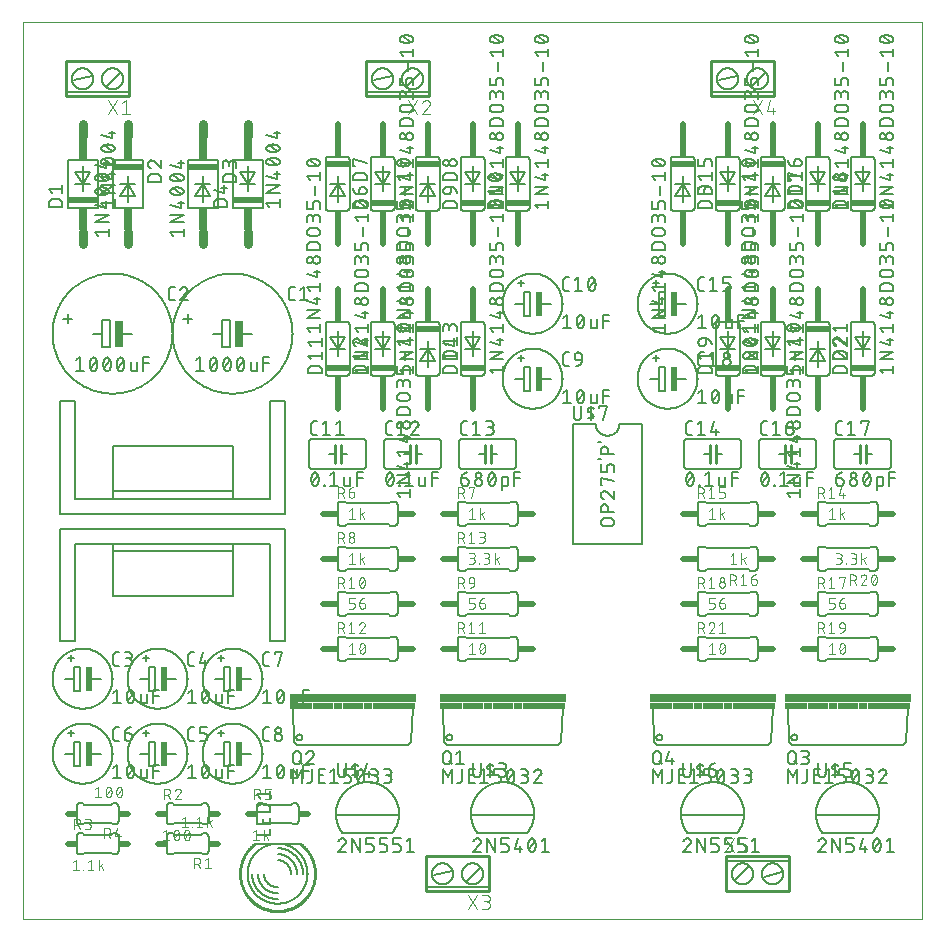
<source format=gto>
G75*
%MOIN*%
%OFA0B0*%
%FSLAX25Y25*%
%IPPOS*%
%LPD*%
%AMOC8*
5,1,8,0,0,1.08239X$1,22.5*
%
%ADD10C,0.00000*%
%ADD11C,0.00600*%
%ADD12C,0.00500*%
%ADD13R,0.02500X0.09000*%
%ADD14R,0.02000X0.08000*%
%ADD15C,0.01000*%
%ADD16C,0.03000*%
%ADD17R,0.10000X0.02000*%
%ADD18R,0.03000X0.07500*%
%ADD19C,0.02000*%
%ADD20R,0.08000X0.02000*%
%ADD21R,0.02000X0.07500*%
%ADD22C,0.00800*%
%ADD23R,0.42000X0.03000*%
%ADD24R,0.07500X0.02000*%
%ADD25R,0.03000X0.02000*%
%ADD26R,0.07000X0.02000*%
%ADD27C,0.00400*%
%ADD28R,0.01000X0.02000*%
%ADD29R,0.01500X0.02000*%
D10*
X0018342Y0001256D02*
X0018342Y0299957D01*
X0318263Y0299957D01*
X0318263Y0001256D01*
X0018342Y0001256D01*
D11*
X0037342Y0022756D02*
X0038342Y0022756D01*
X0038842Y0023256D01*
X0047842Y0023256D01*
X0048342Y0022756D01*
X0049342Y0022756D01*
X0049402Y0022758D01*
X0049463Y0022763D01*
X0049522Y0022772D01*
X0049581Y0022785D01*
X0049640Y0022801D01*
X0049697Y0022821D01*
X0049752Y0022844D01*
X0049807Y0022871D01*
X0049859Y0022900D01*
X0049910Y0022933D01*
X0049959Y0022969D01*
X0050005Y0023007D01*
X0050049Y0023049D01*
X0050091Y0023093D01*
X0050129Y0023139D01*
X0050165Y0023188D01*
X0050198Y0023239D01*
X0050227Y0023291D01*
X0050254Y0023346D01*
X0050277Y0023401D01*
X0050297Y0023458D01*
X0050313Y0023517D01*
X0050326Y0023576D01*
X0050335Y0023635D01*
X0050340Y0023696D01*
X0050342Y0023756D01*
X0050342Y0028756D01*
X0050340Y0028816D01*
X0050335Y0028877D01*
X0050326Y0028936D01*
X0050313Y0028995D01*
X0050297Y0029054D01*
X0050277Y0029111D01*
X0050254Y0029166D01*
X0050227Y0029221D01*
X0050198Y0029273D01*
X0050165Y0029324D01*
X0050129Y0029373D01*
X0050091Y0029419D01*
X0050049Y0029463D01*
X0050005Y0029505D01*
X0049959Y0029543D01*
X0049910Y0029579D01*
X0049859Y0029612D01*
X0049807Y0029641D01*
X0049752Y0029668D01*
X0049697Y0029691D01*
X0049640Y0029711D01*
X0049581Y0029727D01*
X0049522Y0029740D01*
X0049463Y0029749D01*
X0049402Y0029754D01*
X0049342Y0029756D01*
X0048342Y0029756D01*
X0047842Y0029256D01*
X0038842Y0029256D01*
X0038342Y0029756D01*
X0037342Y0029756D01*
X0037282Y0029754D01*
X0037221Y0029749D01*
X0037162Y0029740D01*
X0037103Y0029727D01*
X0037044Y0029711D01*
X0036987Y0029691D01*
X0036932Y0029668D01*
X0036877Y0029641D01*
X0036825Y0029612D01*
X0036774Y0029579D01*
X0036725Y0029543D01*
X0036679Y0029505D01*
X0036635Y0029463D01*
X0036593Y0029419D01*
X0036555Y0029373D01*
X0036519Y0029324D01*
X0036486Y0029273D01*
X0036457Y0029221D01*
X0036430Y0029166D01*
X0036407Y0029111D01*
X0036387Y0029054D01*
X0036371Y0028995D01*
X0036358Y0028936D01*
X0036349Y0028877D01*
X0036344Y0028816D01*
X0036342Y0028756D01*
X0036342Y0023756D01*
X0036344Y0023696D01*
X0036349Y0023635D01*
X0036358Y0023576D01*
X0036371Y0023517D01*
X0036387Y0023458D01*
X0036407Y0023401D01*
X0036430Y0023346D01*
X0036457Y0023291D01*
X0036486Y0023239D01*
X0036519Y0023188D01*
X0036555Y0023139D01*
X0036593Y0023093D01*
X0036635Y0023049D01*
X0036679Y0023007D01*
X0036725Y0022969D01*
X0036774Y0022933D01*
X0036825Y0022900D01*
X0036877Y0022871D01*
X0036932Y0022844D01*
X0036987Y0022821D01*
X0037044Y0022801D01*
X0037103Y0022785D01*
X0037162Y0022772D01*
X0037221Y0022763D01*
X0037282Y0022758D01*
X0037342Y0022756D01*
X0037342Y0032756D02*
X0038342Y0032756D01*
X0038842Y0033256D01*
X0047842Y0033256D01*
X0048342Y0032756D01*
X0049342Y0032756D01*
X0049402Y0032758D01*
X0049463Y0032763D01*
X0049522Y0032772D01*
X0049581Y0032785D01*
X0049640Y0032801D01*
X0049697Y0032821D01*
X0049752Y0032844D01*
X0049807Y0032871D01*
X0049859Y0032900D01*
X0049910Y0032933D01*
X0049959Y0032969D01*
X0050005Y0033007D01*
X0050049Y0033049D01*
X0050091Y0033093D01*
X0050129Y0033139D01*
X0050165Y0033188D01*
X0050198Y0033239D01*
X0050227Y0033291D01*
X0050254Y0033346D01*
X0050277Y0033401D01*
X0050297Y0033458D01*
X0050313Y0033517D01*
X0050326Y0033576D01*
X0050335Y0033635D01*
X0050340Y0033696D01*
X0050342Y0033756D01*
X0050342Y0038756D01*
X0050340Y0038816D01*
X0050335Y0038877D01*
X0050326Y0038936D01*
X0050313Y0038995D01*
X0050297Y0039054D01*
X0050277Y0039111D01*
X0050254Y0039166D01*
X0050227Y0039221D01*
X0050198Y0039273D01*
X0050165Y0039324D01*
X0050129Y0039373D01*
X0050091Y0039419D01*
X0050049Y0039463D01*
X0050005Y0039505D01*
X0049959Y0039543D01*
X0049910Y0039579D01*
X0049859Y0039612D01*
X0049807Y0039641D01*
X0049752Y0039668D01*
X0049697Y0039691D01*
X0049640Y0039711D01*
X0049581Y0039727D01*
X0049522Y0039740D01*
X0049463Y0039749D01*
X0049402Y0039754D01*
X0049342Y0039756D01*
X0048342Y0039756D01*
X0047842Y0039256D01*
X0038842Y0039256D01*
X0038342Y0039756D01*
X0037342Y0039756D01*
X0037282Y0039754D01*
X0037221Y0039749D01*
X0037162Y0039740D01*
X0037103Y0039727D01*
X0037044Y0039711D01*
X0036987Y0039691D01*
X0036932Y0039668D01*
X0036877Y0039641D01*
X0036825Y0039612D01*
X0036774Y0039579D01*
X0036725Y0039543D01*
X0036679Y0039505D01*
X0036635Y0039463D01*
X0036593Y0039419D01*
X0036555Y0039373D01*
X0036519Y0039324D01*
X0036486Y0039273D01*
X0036457Y0039221D01*
X0036430Y0039166D01*
X0036407Y0039111D01*
X0036387Y0039054D01*
X0036371Y0038995D01*
X0036358Y0038936D01*
X0036349Y0038877D01*
X0036344Y0038816D01*
X0036342Y0038756D01*
X0036342Y0033756D01*
X0036344Y0033696D01*
X0036349Y0033635D01*
X0036358Y0033576D01*
X0036371Y0033517D01*
X0036387Y0033458D01*
X0036407Y0033401D01*
X0036430Y0033346D01*
X0036457Y0033291D01*
X0036486Y0033239D01*
X0036519Y0033188D01*
X0036555Y0033139D01*
X0036593Y0033093D01*
X0036635Y0033049D01*
X0036679Y0033007D01*
X0036725Y0032969D01*
X0036774Y0032933D01*
X0036825Y0032900D01*
X0036877Y0032871D01*
X0036932Y0032844D01*
X0036987Y0032821D01*
X0037044Y0032801D01*
X0037103Y0032785D01*
X0037162Y0032772D01*
X0037221Y0032763D01*
X0037282Y0032758D01*
X0037342Y0032756D01*
X0037342Y0052256D02*
X0037342Y0060256D01*
X0035342Y0060256D01*
X0035342Y0056256D01*
X0035342Y0052256D01*
X0037342Y0052256D01*
X0028342Y0056256D02*
X0028345Y0056501D01*
X0028354Y0056747D01*
X0028369Y0056992D01*
X0028390Y0057236D01*
X0028417Y0057480D01*
X0028450Y0057723D01*
X0028489Y0057966D01*
X0028534Y0058207D01*
X0028585Y0058447D01*
X0028642Y0058686D01*
X0028704Y0058923D01*
X0028773Y0059159D01*
X0028847Y0059393D01*
X0028927Y0059625D01*
X0029012Y0059855D01*
X0029103Y0060083D01*
X0029200Y0060308D01*
X0029302Y0060532D01*
X0029410Y0060752D01*
X0029523Y0060970D01*
X0029641Y0061185D01*
X0029765Y0061397D01*
X0029893Y0061606D01*
X0030027Y0061812D01*
X0030166Y0062014D01*
X0030310Y0062213D01*
X0030459Y0062408D01*
X0030612Y0062600D01*
X0030770Y0062788D01*
X0030932Y0062972D01*
X0031100Y0063151D01*
X0031271Y0063327D01*
X0031447Y0063498D01*
X0031626Y0063666D01*
X0031810Y0063828D01*
X0031998Y0063986D01*
X0032190Y0064139D01*
X0032385Y0064288D01*
X0032584Y0064432D01*
X0032786Y0064571D01*
X0032992Y0064705D01*
X0033201Y0064833D01*
X0033413Y0064957D01*
X0033628Y0065075D01*
X0033846Y0065188D01*
X0034066Y0065296D01*
X0034290Y0065398D01*
X0034515Y0065495D01*
X0034743Y0065586D01*
X0034973Y0065671D01*
X0035205Y0065751D01*
X0035439Y0065825D01*
X0035675Y0065894D01*
X0035912Y0065956D01*
X0036151Y0066013D01*
X0036391Y0066064D01*
X0036632Y0066109D01*
X0036875Y0066148D01*
X0037118Y0066181D01*
X0037362Y0066208D01*
X0037606Y0066229D01*
X0037851Y0066244D01*
X0038097Y0066253D01*
X0038342Y0066256D01*
X0038587Y0066253D01*
X0038833Y0066244D01*
X0039078Y0066229D01*
X0039322Y0066208D01*
X0039566Y0066181D01*
X0039809Y0066148D01*
X0040052Y0066109D01*
X0040293Y0066064D01*
X0040533Y0066013D01*
X0040772Y0065956D01*
X0041009Y0065894D01*
X0041245Y0065825D01*
X0041479Y0065751D01*
X0041711Y0065671D01*
X0041941Y0065586D01*
X0042169Y0065495D01*
X0042394Y0065398D01*
X0042618Y0065296D01*
X0042838Y0065188D01*
X0043056Y0065075D01*
X0043271Y0064957D01*
X0043483Y0064833D01*
X0043692Y0064705D01*
X0043898Y0064571D01*
X0044100Y0064432D01*
X0044299Y0064288D01*
X0044494Y0064139D01*
X0044686Y0063986D01*
X0044874Y0063828D01*
X0045058Y0063666D01*
X0045237Y0063498D01*
X0045413Y0063327D01*
X0045584Y0063151D01*
X0045752Y0062972D01*
X0045914Y0062788D01*
X0046072Y0062600D01*
X0046225Y0062408D01*
X0046374Y0062213D01*
X0046518Y0062014D01*
X0046657Y0061812D01*
X0046791Y0061606D01*
X0046919Y0061397D01*
X0047043Y0061185D01*
X0047161Y0060970D01*
X0047274Y0060752D01*
X0047382Y0060532D01*
X0047484Y0060308D01*
X0047581Y0060083D01*
X0047672Y0059855D01*
X0047757Y0059625D01*
X0047837Y0059393D01*
X0047911Y0059159D01*
X0047980Y0058923D01*
X0048042Y0058686D01*
X0048099Y0058447D01*
X0048150Y0058207D01*
X0048195Y0057966D01*
X0048234Y0057723D01*
X0048267Y0057480D01*
X0048294Y0057236D01*
X0048315Y0056992D01*
X0048330Y0056747D01*
X0048339Y0056501D01*
X0048342Y0056256D01*
X0048339Y0056011D01*
X0048330Y0055765D01*
X0048315Y0055520D01*
X0048294Y0055276D01*
X0048267Y0055032D01*
X0048234Y0054789D01*
X0048195Y0054546D01*
X0048150Y0054305D01*
X0048099Y0054065D01*
X0048042Y0053826D01*
X0047980Y0053589D01*
X0047911Y0053353D01*
X0047837Y0053119D01*
X0047757Y0052887D01*
X0047672Y0052657D01*
X0047581Y0052429D01*
X0047484Y0052204D01*
X0047382Y0051980D01*
X0047274Y0051760D01*
X0047161Y0051542D01*
X0047043Y0051327D01*
X0046919Y0051115D01*
X0046791Y0050906D01*
X0046657Y0050700D01*
X0046518Y0050498D01*
X0046374Y0050299D01*
X0046225Y0050104D01*
X0046072Y0049912D01*
X0045914Y0049724D01*
X0045752Y0049540D01*
X0045584Y0049361D01*
X0045413Y0049185D01*
X0045237Y0049014D01*
X0045058Y0048846D01*
X0044874Y0048684D01*
X0044686Y0048526D01*
X0044494Y0048373D01*
X0044299Y0048224D01*
X0044100Y0048080D01*
X0043898Y0047941D01*
X0043692Y0047807D01*
X0043483Y0047679D01*
X0043271Y0047555D01*
X0043056Y0047437D01*
X0042838Y0047324D01*
X0042618Y0047216D01*
X0042394Y0047114D01*
X0042169Y0047017D01*
X0041941Y0046926D01*
X0041711Y0046841D01*
X0041479Y0046761D01*
X0041245Y0046687D01*
X0041009Y0046618D01*
X0040772Y0046556D01*
X0040533Y0046499D01*
X0040293Y0046448D01*
X0040052Y0046403D01*
X0039809Y0046364D01*
X0039566Y0046331D01*
X0039322Y0046304D01*
X0039078Y0046283D01*
X0038833Y0046268D01*
X0038587Y0046259D01*
X0038342Y0046256D01*
X0038097Y0046259D01*
X0037851Y0046268D01*
X0037606Y0046283D01*
X0037362Y0046304D01*
X0037118Y0046331D01*
X0036875Y0046364D01*
X0036632Y0046403D01*
X0036391Y0046448D01*
X0036151Y0046499D01*
X0035912Y0046556D01*
X0035675Y0046618D01*
X0035439Y0046687D01*
X0035205Y0046761D01*
X0034973Y0046841D01*
X0034743Y0046926D01*
X0034515Y0047017D01*
X0034290Y0047114D01*
X0034066Y0047216D01*
X0033846Y0047324D01*
X0033628Y0047437D01*
X0033413Y0047555D01*
X0033201Y0047679D01*
X0032992Y0047807D01*
X0032786Y0047941D01*
X0032584Y0048080D01*
X0032385Y0048224D01*
X0032190Y0048373D01*
X0031998Y0048526D01*
X0031810Y0048684D01*
X0031626Y0048846D01*
X0031447Y0049014D01*
X0031271Y0049185D01*
X0031100Y0049361D01*
X0030932Y0049540D01*
X0030770Y0049724D01*
X0030612Y0049912D01*
X0030459Y0050104D01*
X0030310Y0050299D01*
X0030166Y0050498D01*
X0030027Y0050700D01*
X0029893Y0050906D01*
X0029765Y0051115D01*
X0029641Y0051327D01*
X0029523Y0051542D01*
X0029410Y0051760D01*
X0029302Y0051980D01*
X0029200Y0052204D01*
X0029103Y0052429D01*
X0029012Y0052657D01*
X0028927Y0052887D01*
X0028847Y0053119D01*
X0028773Y0053353D01*
X0028704Y0053589D01*
X0028642Y0053826D01*
X0028585Y0054065D01*
X0028534Y0054305D01*
X0028489Y0054546D01*
X0028450Y0054789D01*
X0028417Y0055032D01*
X0028390Y0055276D01*
X0028369Y0055520D01*
X0028354Y0055765D01*
X0028345Y0056011D01*
X0028342Y0056256D01*
X0032342Y0056256D02*
X0035342Y0056256D01*
X0040842Y0056256D02*
X0044342Y0056256D01*
X0035342Y0063256D02*
X0033342Y0063256D01*
X0034342Y0062256D02*
X0034342Y0064256D01*
X0035342Y0077256D02*
X0037342Y0077256D01*
X0037342Y0085256D01*
X0035342Y0085256D01*
X0035342Y0081256D01*
X0035342Y0077256D01*
X0035342Y0081256D02*
X0032342Y0081256D01*
X0028342Y0081256D02*
X0028345Y0081501D01*
X0028354Y0081747D01*
X0028369Y0081992D01*
X0028390Y0082236D01*
X0028417Y0082480D01*
X0028450Y0082723D01*
X0028489Y0082966D01*
X0028534Y0083207D01*
X0028585Y0083447D01*
X0028642Y0083686D01*
X0028704Y0083923D01*
X0028773Y0084159D01*
X0028847Y0084393D01*
X0028927Y0084625D01*
X0029012Y0084855D01*
X0029103Y0085083D01*
X0029200Y0085308D01*
X0029302Y0085532D01*
X0029410Y0085752D01*
X0029523Y0085970D01*
X0029641Y0086185D01*
X0029765Y0086397D01*
X0029893Y0086606D01*
X0030027Y0086812D01*
X0030166Y0087014D01*
X0030310Y0087213D01*
X0030459Y0087408D01*
X0030612Y0087600D01*
X0030770Y0087788D01*
X0030932Y0087972D01*
X0031100Y0088151D01*
X0031271Y0088327D01*
X0031447Y0088498D01*
X0031626Y0088666D01*
X0031810Y0088828D01*
X0031998Y0088986D01*
X0032190Y0089139D01*
X0032385Y0089288D01*
X0032584Y0089432D01*
X0032786Y0089571D01*
X0032992Y0089705D01*
X0033201Y0089833D01*
X0033413Y0089957D01*
X0033628Y0090075D01*
X0033846Y0090188D01*
X0034066Y0090296D01*
X0034290Y0090398D01*
X0034515Y0090495D01*
X0034743Y0090586D01*
X0034973Y0090671D01*
X0035205Y0090751D01*
X0035439Y0090825D01*
X0035675Y0090894D01*
X0035912Y0090956D01*
X0036151Y0091013D01*
X0036391Y0091064D01*
X0036632Y0091109D01*
X0036875Y0091148D01*
X0037118Y0091181D01*
X0037362Y0091208D01*
X0037606Y0091229D01*
X0037851Y0091244D01*
X0038097Y0091253D01*
X0038342Y0091256D01*
X0038587Y0091253D01*
X0038833Y0091244D01*
X0039078Y0091229D01*
X0039322Y0091208D01*
X0039566Y0091181D01*
X0039809Y0091148D01*
X0040052Y0091109D01*
X0040293Y0091064D01*
X0040533Y0091013D01*
X0040772Y0090956D01*
X0041009Y0090894D01*
X0041245Y0090825D01*
X0041479Y0090751D01*
X0041711Y0090671D01*
X0041941Y0090586D01*
X0042169Y0090495D01*
X0042394Y0090398D01*
X0042618Y0090296D01*
X0042838Y0090188D01*
X0043056Y0090075D01*
X0043271Y0089957D01*
X0043483Y0089833D01*
X0043692Y0089705D01*
X0043898Y0089571D01*
X0044100Y0089432D01*
X0044299Y0089288D01*
X0044494Y0089139D01*
X0044686Y0088986D01*
X0044874Y0088828D01*
X0045058Y0088666D01*
X0045237Y0088498D01*
X0045413Y0088327D01*
X0045584Y0088151D01*
X0045752Y0087972D01*
X0045914Y0087788D01*
X0046072Y0087600D01*
X0046225Y0087408D01*
X0046374Y0087213D01*
X0046518Y0087014D01*
X0046657Y0086812D01*
X0046791Y0086606D01*
X0046919Y0086397D01*
X0047043Y0086185D01*
X0047161Y0085970D01*
X0047274Y0085752D01*
X0047382Y0085532D01*
X0047484Y0085308D01*
X0047581Y0085083D01*
X0047672Y0084855D01*
X0047757Y0084625D01*
X0047837Y0084393D01*
X0047911Y0084159D01*
X0047980Y0083923D01*
X0048042Y0083686D01*
X0048099Y0083447D01*
X0048150Y0083207D01*
X0048195Y0082966D01*
X0048234Y0082723D01*
X0048267Y0082480D01*
X0048294Y0082236D01*
X0048315Y0081992D01*
X0048330Y0081747D01*
X0048339Y0081501D01*
X0048342Y0081256D01*
X0048339Y0081011D01*
X0048330Y0080765D01*
X0048315Y0080520D01*
X0048294Y0080276D01*
X0048267Y0080032D01*
X0048234Y0079789D01*
X0048195Y0079546D01*
X0048150Y0079305D01*
X0048099Y0079065D01*
X0048042Y0078826D01*
X0047980Y0078589D01*
X0047911Y0078353D01*
X0047837Y0078119D01*
X0047757Y0077887D01*
X0047672Y0077657D01*
X0047581Y0077429D01*
X0047484Y0077204D01*
X0047382Y0076980D01*
X0047274Y0076760D01*
X0047161Y0076542D01*
X0047043Y0076327D01*
X0046919Y0076115D01*
X0046791Y0075906D01*
X0046657Y0075700D01*
X0046518Y0075498D01*
X0046374Y0075299D01*
X0046225Y0075104D01*
X0046072Y0074912D01*
X0045914Y0074724D01*
X0045752Y0074540D01*
X0045584Y0074361D01*
X0045413Y0074185D01*
X0045237Y0074014D01*
X0045058Y0073846D01*
X0044874Y0073684D01*
X0044686Y0073526D01*
X0044494Y0073373D01*
X0044299Y0073224D01*
X0044100Y0073080D01*
X0043898Y0072941D01*
X0043692Y0072807D01*
X0043483Y0072679D01*
X0043271Y0072555D01*
X0043056Y0072437D01*
X0042838Y0072324D01*
X0042618Y0072216D01*
X0042394Y0072114D01*
X0042169Y0072017D01*
X0041941Y0071926D01*
X0041711Y0071841D01*
X0041479Y0071761D01*
X0041245Y0071687D01*
X0041009Y0071618D01*
X0040772Y0071556D01*
X0040533Y0071499D01*
X0040293Y0071448D01*
X0040052Y0071403D01*
X0039809Y0071364D01*
X0039566Y0071331D01*
X0039322Y0071304D01*
X0039078Y0071283D01*
X0038833Y0071268D01*
X0038587Y0071259D01*
X0038342Y0071256D01*
X0038097Y0071259D01*
X0037851Y0071268D01*
X0037606Y0071283D01*
X0037362Y0071304D01*
X0037118Y0071331D01*
X0036875Y0071364D01*
X0036632Y0071403D01*
X0036391Y0071448D01*
X0036151Y0071499D01*
X0035912Y0071556D01*
X0035675Y0071618D01*
X0035439Y0071687D01*
X0035205Y0071761D01*
X0034973Y0071841D01*
X0034743Y0071926D01*
X0034515Y0072017D01*
X0034290Y0072114D01*
X0034066Y0072216D01*
X0033846Y0072324D01*
X0033628Y0072437D01*
X0033413Y0072555D01*
X0033201Y0072679D01*
X0032992Y0072807D01*
X0032786Y0072941D01*
X0032584Y0073080D01*
X0032385Y0073224D01*
X0032190Y0073373D01*
X0031998Y0073526D01*
X0031810Y0073684D01*
X0031626Y0073846D01*
X0031447Y0074014D01*
X0031271Y0074185D01*
X0031100Y0074361D01*
X0030932Y0074540D01*
X0030770Y0074724D01*
X0030612Y0074912D01*
X0030459Y0075104D01*
X0030310Y0075299D01*
X0030166Y0075498D01*
X0030027Y0075700D01*
X0029893Y0075906D01*
X0029765Y0076115D01*
X0029641Y0076327D01*
X0029523Y0076542D01*
X0029410Y0076760D01*
X0029302Y0076980D01*
X0029200Y0077204D01*
X0029103Y0077429D01*
X0029012Y0077657D01*
X0028927Y0077887D01*
X0028847Y0078119D01*
X0028773Y0078353D01*
X0028704Y0078589D01*
X0028642Y0078826D01*
X0028585Y0079065D01*
X0028534Y0079305D01*
X0028489Y0079546D01*
X0028450Y0079789D01*
X0028417Y0080032D01*
X0028390Y0080276D01*
X0028369Y0080520D01*
X0028354Y0080765D01*
X0028345Y0081011D01*
X0028342Y0081256D01*
X0034342Y0087256D02*
X0034342Y0089256D01*
X0033342Y0088256D02*
X0035342Y0088256D01*
X0040842Y0081256D02*
X0044342Y0081256D01*
X0057342Y0081256D02*
X0060342Y0081256D01*
X0060342Y0085256D01*
X0062342Y0085256D01*
X0062342Y0077256D01*
X0060342Y0077256D01*
X0060342Y0081256D01*
X0053342Y0081256D02*
X0053345Y0081501D01*
X0053354Y0081747D01*
X0053369Y0081992D01*
X0053390Y0082236D01*
X0053417Y0082480D01*
X0053450Y0082723D01*
X0053489Y0082966D01*
X0053534Y0083207D01*
X0053585Y0083447D01*
X0053642Y0083686D01*
X0053704Y0083923D01*
X0053773Y0084159D01*
X0053847Y0084393D01*
X0053927Y0084625D01*
X0054012Y0084855D01*
X0054103Y0085083D01*
X0054200Y0085308D01*
X0054302Y0085532D01*
X0054410Y0085752D01*
X0054523Y0085970D01*
X0054641Y0086185D01*
X0054765Y0086397D01*
X0054893Y0086606D01*
X0055027Y0086812D01*
X0055166Y0087014D01*
X0055310Y0087213D01*
X0055459Y0087408D01*
X0055612Y0087600D01*
X0055770Y0087788D01*
X0055932Y0087972D01*
X0056100Y0088151D01*
X0056271Y0088327D01*
X0056447Y0088498D01*
X0056626Y0088666D01*
X0056810Y0088828D01*
X0056998Y0088986D01*
X0057190Y0089139D01*
X0057385Y0089288D01*
X0057584Y0089432D01*
X0057786Y0089571D01*
X0057992Y0089705D01*
X0058201Y0089833D01*
X0058413Y0089957D01*
X0058628Y0090075D01*
X0058846Y0090188D01*
X0059066Y0090296D01*
X0059290Y0090398D01*
X0059515Y0090495D01*
X0059743Y0090586D01*
X0059973Y0090671D01*
X0060205Y0090751D01*
X0060439Y0090825D01*
X0060675Y0090894D01*
X0060912Y0090956D01*
X0061151Y0091013D01*
X0061391Y0091064D01*
X0061632Y0091109D01*
X0061875Y0091148D01*
X0062118Y0091181D01*
X0062362Y0091208D01*
X0062606Y0091229D01*
X0062851Y0091244D01*
X0063097Y0091253D01*
X0063342Y0091256D01*
X0063587Y0091253D01*
X0063833Y0091244D01*
X0064078Y0091229D01*
X0064322Y0091208D01*
X0064566Y0091181D01*
X0064809Y0091148D01*
X0065052Y0091109D01*
X0065293Y0091064D01*
X0065533Y0091013D01*
X0065772Y0090956D01*
X0066009Y0090894D01*
X0066245Y0090825D01*
X0066479Y0090751D01*
X0066711Y0090671D01*
X0066941Y0090586D01*
X0067169Y0090495D01*
X0067394Y0090398D01*
X0067618Y0090296D01*
X0067838Y0090188D01*
X0068056Y0090075D01*
X0068271Y0089957D01*
X0068483Y0089833D01*
X0068692Y0089705D01*
X0068898Y0089571D01*
X0069100Y0089432D01*
X0069299Y0089288D01*
X0069494Y0089139D01*
X0069686Y0088986D01*
X0069874Y0088828D01*
X0070058Y0088666D01*
X0070237Y0088498D01*
X0070413Y0088327D01*
X0070584Y0088151D01*
X0070752Y0087972D01*
X0070914Y0087788D01*
X0071072Y0087600D01*
X0071225Y0087408D01*
X0071374Y0087213D01*
X0071518Y0087014D01*
X0071657Y0086812D01*
X0071791Y0086606D01*
X0071919Y0086397D01*
X0072043Y0086185D01*
X0072161Y0085970D01*
X0072274Y0085752D01*
X0072382Y0085532D01*
X0072484Y0085308D01*
X0072581Y0085083D01*
X0072672Y0084855D01*
X0072757Y0084625D01*
X0072837Y0084393D01*
X0072911Y0084159D01*
X0072980Y0083923D01*
X0073042Y0083686D01*
X0073099Y0083447D01*
X0073150Y0083207D01*
X0073195Y0082966D01*
X0073234Y0082723D01*
X0073267Y0082480D01*
X0073294Y0082236D01*
X0073315Y0081992D01*
X0073330Y0081747D01*
X0073339Y0081501D01*
X0073342Y0081256D01*
X0073339Y0081011D01*
X0073330Y0080765D01*
X0073315Y0080520D01*
X0073294Y0080276D01*
X0073267Y0080032D01*
X0073234Y0079789D01*
X0073195Y0079546D01*
X0073150Y0079305D01*
X0073099Y0079065D01*
X0073042Y0078826D01*
X0072980Y0078589D01*
X0072911Y0078353D01*
X0072837Y0078119D01*
X0072757Y0077887D01*
X0072672Y0077657D01*
X0072581Y0077429D01*
X0072484Y0077204D01*
X0072382Y0076980D01*
X0072274Y0076760D01*
X0072161Y0076542D01*
X0072043Y0076327D01*
X0071919Y0076115D01*
X0071791Y0075906D01*
X0071657Y0075700D01*
X0071518Y0075498D01*
X0071374Y0075299D01*
X0071225Y0075104D01*
X0071072Y0074912D01*
X0070914Y0074724D01*
X0070752Y0074540D01*
X0070584Y0074361D01*
X0070413Y0074185D01*
X0070237Y0074014D01*
X0070058Y0073846D01*
X0069874Y0073684D01*
X0069686Y0073526D01*
X0069494Y0073373D01*
X0069299Y0073224D01*
X0069100Y0073080D01*
X0068898Y0072941D01*
X0068692Y0072807D01*
X0068483Y0072679D01*
X0068271Y0072555D01*
X0068056Y0072437D01*
X0067838Y0072324D01*
X0067618Y0072216D01*
X0067394Y0072114D01*
X0067169Y0072017D01*
X0066941Y0071926D01*
X0066711Y0071841D01*
X0066479Y0071761D01*
X0066245Y0071687D01*
X0066009Y0071618D01*
X0065772Y0071556D01*
X0065533Y0071499D01*
X0065293Y0071448D01*
X0065052Y0071403D01*
X0064809Y0071364D01*
X0064566Y0071331D01*
X0064322Y0071304D01*
X0064078Y0071283D01*
X0063833Y0071268D01*
X0063587Y0071259D01*
X0063342Y0071256D01*
X0063097Y0071259D01*
X0062851Y0071268D01*
X0062606Y0071283D01*
X0062362Y0071304D01*
X0062118Y0071331D01*
X0061875Y0071364D01*
X0061632Y0071403D01*
X0061391Y0071448D01*
X0061151Y0071499D01*
X0060912Y0071556D01*
X0060675Y0071618D01*
X0060439Y0071687D01*
X0060205Y0071761D01*
X0059973Y0071841D01*
X0059743Y0071926D01*
X0059515Y0072017D01*
X0059290Y0072114D01*
X0059066Y0072216D01*
X0058846Y0072324D01*
X0058628Y0072437D01*
X0058413Y0072555D01*
X0058201Y0072679D01*
X0057992Y0072807D01*
X0057786Y0072941D01*
X0057584Y0073080D01*
X0057385Y0073224D01*
X0057190Y0073373D01*
X0056998Y0073526D01*
X0056810Y0073684D01*
X0056626Y0073846D01*
X0056447Y0074014D01*
X0056271Y0074185D01*
X0056100Y0074361D01*
X0055932Y0074540D01*
X0055770Y0074724D01*
X0055612Y0074912D01*
X0055459Y0075104D01*
X0055310Y0075299D01*
X0055166Y0075498D01*
X0055027Y0075700D01*
X0054893Y0075906D01*
X0054765Y0076115D01*
X0054641Y0076327D01*
X0054523Y0076542D01*
X0054410Y0076760D01*
X0054302Y0076980D01*
X0054200Y0077204D01*
X0054103Y0077429D01*
X0054012Y0077657D01*
X0053927Y0077887D01*
X0053847Y0078119D01*
X0053773Y0078353D01*
X0053704Y0078589D01*
X0053642Y0078826D01*
X0053585Y0079065D01*
X0053534Y0079305D01*
X0053489Y0079546D01*
X0053450Y0079789D01*
X0053417Y0080032D01*
X0053390Y0080276D01*
X0053369Y0080520D01*
X0053354Y0080765D01*
X0053345Y0081011D01*
X0053342Y0081256D01*
X0059342Y0087256D02*
X0059342Y0089256D01*
X0058342Y0088256D02*
X0060342Y0088256D01*
X0065842Y0081256D02*
X0069342Y0081256D01*
X0082342Y0081256D02*
X0085342Y0081256D01*
X0085342Y0085256D01*
X0087342Y0085256D01*
X0087342Y0077256D01*
X0085342Y0077256D01*
X0085342Y0081256D01*
X0078342Y0081256D02*
X0078345Y0081501D01*
X0078354Y0081747D01*
X0078369Y0081992D01*
X0078390Y0082236D01*
X0078417Y0082480D01*
X0078450Y0082723D01*
X0078489Y0082966D01*
X0078534Y0083207D01*
X0078585Y0083447D01*
X0078642Y0083686D01*
X0078704Y0083923D01*
X0078773Y0084159D01*
X0078847Y0084393D01*
X0078927Y0084625D01*
X0079012Y0084855D01*
X0079103Y0085083D01*
X0079200Y0085308D01*
X0079302Y0085532D01*
X0079410Y0085752D01*
X0079523Y0085970D01*
X0079641Y0086185D01*
X0079765Y0086397D01*
X0079893Y0086606D01*
X0080027Y0086812D01*
X0080166Y0087014D01*
X0080310Y0087213D01*
X0080459Y0087408D01*
X0080612Y0087600D01*
X0080770Y0087788D01*
X0080932Y0087972D01*
X0081100Y0088151D01*
X0081271Y0088327D01*
X0081447Y0088498D01*
X0081626Y0088666D01*
X0081810Y0088828D01*
X0081998Y0088986D01*
X0082190Y0089139D01*
X0082385Y0089288D01*
X0082584Y0089432D01*
X0082786Y0089571D01*
X0082992Y0089705D01*
X0083201Y0089833D01*
X0083413Y0089957D01*
X0083628Y0090075D01*
X0083846Y0090188D01*
X0084066Y0090296D01*
X0084290Y0090398D01*
X0084515Y0090495D01*
X0084743Y0090586D01*
X0084973Y0090671D01*
X0085205Y0090751D01*
X0085439Y0090825D01*
X0085675Y0090894D01*
X0085912Y0090956D01*
X0086151Y0091013D01*
X0086391Y0091064D01*
X0086632Y0091109D01*
X0086875Y0091148D01*
X0087118Y0091181D01*
X0087362Y0091208D01*
X0087606Y0091229D01*
X0087851Y0091244D01*
X0088097Y0091253D01*
X0088342Y0091256D01*
X0088587Y0091253D01*
X0088833Y0091244D01*
X0089078Y0091229D01*
X0089322Y0091208D01*
X0089566Y0091181D01*
X0089809Y0091148D01*
X0090052Y0091109D01*
X0090293Y0091064D01*
X0090533Y0091013D01*
X0090772Y0090956D01*
X0091009Y0090894D01*
X0091245Y0090825D01*
X0091479Y0090751D01*
X0091711Y0090671D01*
X0091941Y0090586D01*
X0092169Y0090495D01*
X0092394Y0090398D01*
X0092618Y0090296D01*
X0092838Y0090188D01*
X0093056Y0090075D01*
X0093271Y0089957D01*
X0093483Y0089833D01*
X0093692Y0089705D01*
X0093898Y0089571D01*
X0094100Y0089432D01*
X0094299Y0089288D01*
X0094494Y0089139D01*
X0094686Y0088986D01*
X0094874Y0088828D01*
X0095058Y0088666D01*
X0095237Y0088498D01*
X0095413Y0088327D01*
X0095584Y0088151D01*
X0095752Y0087972D01*
X0095914Y0087788D01*
X0096072Y0087600D01*
X0096225Y0087408D01*
X0096374Y0087213D01*
X0096518Y0087014D01*
X0096657Y0086812D01*
X0096791Y0086606D01*
X0096919Y0086397D01*
X0097043Y0086185D01*
X0097161Y0085970D01*
X0097274Y0085752D01*
X0097382Y0085532D01*
X0097484Y0085308D01*
X0097581Y0085083D01*
X0097672Y0084855D01*
X0097757Y0084625D01*
X0097837Y0084393D01*
X0097911Y0084159D01*
X0097980Y0083923D01*
X0098042Y0083686D01*
X0098099Y0083447D01*
X0098150Y0083207D01*
X0098195Y0082966D01*
X0098234Y0082723D01*
X0098267Y0082480D01*
X0098294Y0082236D01*
X0098315Y0081992D01*
X0098330Y0081747D01*
X0098339Y0081501D01*
X0098342Y0081256D01*
X0098339Y0081011D01*
X0098330Y0080765D01*
X0098315Y0080520D01*
X0098294Y0080276D01*
X0098267Y0080032D01*
X0098234Y0079789D01*
X0098195Y0079546D01*
X0098150Y0079305D01*
X0098099Y0079065D01*
X0098042Y0078826D01*
X0097980Y0078589D01*
X0097911Y0078353D01*
X0097837Y0078119D01*
X0097757Y0077887D01*
X0097672Y0077657D01*
X0097581Y0077429D01*
X0097484Y0077204D01*
X0097382Y0076980D01*
X0097274Y0076760D01*
X0097161Y0076542D01*
X0097043Y0076327D01*
X0096919Y0076115D01*
X0096791Y0075906D01*
X0096657Y0075700D01*
X0096518Y0075498D01*
X0096374Y0075299D01*
X0096225Y0075104D01*
X0096072Y0074912D01*
X0095914Y0074724D01*
X0095752Y0074540D01*
X0095584Y0074361D01*
X0095413Y0074185D01*
X0095237Y0074014D01*
X0095058Y0073846D01*
X0094874Y0073684D01*
X0094686Y0073526D01*
X0094494Y0073373D01*
X0094299Y0073224D01*
X0094100Y0073080D01*
X0093898Y0072941D01*
X0093692Y0072807D01*
X0093483Y0072679D01*
X0093271Y0072555D01*
X0093056Y0072437D01*
X0092838Y0072324D01*
X0092618Y0072216D01*
X0092394Y0072114D01*
X0092169Y0072017D01*
X0091941Y0071926D01*
X0091711Y0071841D01*
X0091479Y0071761D01*
X0091245Y0071687D01*
X0091009Y0071618D01*
X0090772Y0071556D01*
X0090533Y0071499D01*
X0090293Y0071448D01*
X0090052Y0071403D01*
X0089809Y0071364D01*
X0089566Y0071331D01*
X0089322Y0071304D01*
X0089078Y0071283D01*
X0088833Y0071268D01*
X0088587Y0071259D01*
X0088342Y0071256D01*
X0088097Y0071259D01*
X0087851Y0071268D01*
X0087606Y0071283D01*
X0087362Y0071304D01*
X0087118Y0071331D01*
X0086875Y0071364D01*
X0086632Y0071403D01*
X0086391Y0071448D01*
X0086151Y0071499D01*
X0085912Y0071556D01*
X0085675Y0071618D01*
X0085439Y0071687D01*
X0085205Y0071761D01*
X0084973Y0071841D01*
X0084743Y0071926D01*
X0084515Y0072017D01*
X0084290Y0072114D01*
X0084066Y0072216D01*
X0083846Y0072324D01*
X0083628Y0072437D01*
X0083413Y0072555D01*
X0083201Y0072679D01*
X0082992Y0072807D01*
X0082786Y0072941D01*
X0082584Y0073080D01*
X0082385Y0073224D01*
X0082190Y0073373D01*
X0081998Y0073526D01*
X0081810Y0073684D01*
X0081626Y0073846D01*
X0081447Y0074014D01*
X0081271Y0074185D01*
X0081100Y0074361D01*
X0080932Y0074540D01*
X0080770Y0074724D01*
X0080612Y0074912D01*
X0080459Y0075104D01*
X0080310Y0075299D01*
X0080166Y0075498D01*
X0080027Y0075700D01*
X0079893Y0075906D01*
X0079765Y0076115D01*
X0079641Y0076327D01*
X0079523Y0076542D01*
X0079410Y0076760D01*
X0079302Y0076980D01*
X0079200Y0077204D01*
X0079103Y0077429D01*
X0079012Y0077657D01*
X0078927Y0077887D01*
X0078847Y0078119D01*
X0078773Y0078353D01*
X0078704Y0078589D01*
X0078642Y0078826D01*
X0078585Y0079065D01*
X0078534Y0079305D01*
X0078489Y0079546D01*
X0078450Y0079789D01*
X0078417Y0080032D01*
X0078390Y0080276D01*
X0078369Y0080520D01*
X0078354Y0080765D01*
X0078345Y0081011D01*
X0078342Y0081256D01*
X0084342Y0087256D02*
X0084342Y0089256D01*
X0083342Y0088256D02*
X0085342Y0088256D01*
X0090842Y0081256D02*
X0094342Y0081256D01*
X0084342Y0064256D02*
X0084342Y0062256D01*
X0083342Y0063256D02*
X0085342Y0063256D01*
X0085342Y0060256D02*
X0085342Y0056256D01*
X0085342Y0052256D01*
X0087342Y0052256D01*
X0087342Y0060256D01*
X0085342Y0060256D01*
X0085342Y0056256D02*
X0082342Y0056256D01*
X0078342Y0056256D02*
X0078345Y0056501D01*
X0078354Y0056747D01*
X0078369Y0056992D01*
X0078390Y0057236D01*
X0078417Y0057480D01*
X0078450Y0057723D01*
X0078489Y0057966D01*
X0078534Y0058207D01*
X0078585Y0058447D01*
X0078642Y0058686D01*
X0078704Y0058923D01*
X0078773Y0059159D01*
X0078847Y0059393D01*
X0078927Y0059625D01*
X0079012Y0059855D01*
X0079103Y0060083D01*
X0079200Y0060308D01*
X0079302Y0060532D01*
X0079410Y0060752D01*
X0079523Y0060970D01*
X0079641Y0061185D01*
X0079765Y0061397D01*
X0079893Y0061606D01*
X0080027Y0061812D01*
X0080166Y0062014D01*
X0080310Y0062213D01*
X0080459Y0062408D01*
X0080612Y0062600D01*
X0080770Y0062788D01*
X0080932Y0062972D01*
X0081100Y0063151D01*
X0081271Y0063327D01*
X0081447Y0063498D01*
X0081626Y0063666D01*
X0081810Y0063828D01*
X0081998Y0063986D01*
X0082190Y0064139D01*
X0082385Y0064288D01*
X0082584Y0064432D01*
X0082786Y0064571D01*
X0082992Y0064705D01*
X0083201Y0064833D01*
X0083413Y0064957D01*
X0083628Y0065075D01*
X0083846Y0065188D01*
X0084066Y0065296D01*
X0084290Y0065398D01*
X0084515Y0065495D01*
X0084743Y0065586D01*
X0084973Y0065671D01*
X0085205Y0065751D01*
X0085439Y0065825D01*
X0085675Y0065894D01*
X0085912Y0065956D01*
X0086151Y0066013D01*
X0086391Y0066064D01*
X0086632Y0066109D01*
X0086875Y0066148D01*
X0087118Y0066181D01*
X0087362Y0066208D01*
X0087606Y0066229D01*
X0087851Y0066244D01*
X0088097Y0066253D01*
X0088342Y0066256D01*
X0088587Y0066253D01*
X0088833Y0066244D01*
X0089078Y0066229D01*
X0089322Y0066208D01*
X0089566Y0066181D01*
X0089809Y0066148D01*
X0090052Y0066109D01*
X0090293Y0066064D01*
X0090533Y0066013D01*
X0090772Y0065956D01*
X0091009Y0065894D01*
X0091245Y0065825D01*
X0091479Y0065751D01*
X0091711Y0065671D01*
X0091941Y0065586D01*
X0092169Y0065495D01*
X0092394Y0065398D01*
X0092618Y0065296D01*
X0092838Y0065188D01*
X0093056Y0065075D01*
X0093271Y0064957D01*
X0093483Y0064833D01*
X0093692Y0064705D01*
X0093898Y0064571D01*
X0094100Y0064432D01*
X0094299Y0064288D01*
X0094494Y0064139D01*
X0094686Y0063986D01*
X0094874Y0063828D01*
X0095058Y0063666D01*
X0095237Y0063498D01*
X0095413Y0063327D01*
X0095584Y0063151D01*
X0095752Y0062972D01*
X0095914Y0062788D01*
X0096072Y0062600D01*
X0096225Y0062408D01*
X0096374Y0062213D01*
X0096518Y0062014D01*
X0096657Y0061812D01*
X0096791Y0061606D01*
X0096919Y0061397D01*
X0097043Y0061185D01*
X0097161Y0060970D01*
X0097274Y0060752D01*
X0097382Y0060532D01*
X0097484Y0060308D01*
X0097581Y0060083D01*
X0097672Y0059855D01*
X0097757Y0059625D01*
X0097837Y0059393D01*
X0097911Y0059159D01*
X0097980Y0058923D01*
X0098042Y0058686D01*
X0098099Y0058447D01*
X0098150Y0058207D01*
X0098195Y0057966D01*
X0098234Y0057723D01*
X0098267Y0057480D01*
X0098294Y0057236D01*
X0098315Y0056992D01*
X0098330Y0056747D01*
X0098339Y0056501D01*
X0098342Y0056256D01*
X0098339Y0056011D01*
X0098330Y0055765D01*
X0098315Y0055520D01*
X0098294Y0055276D01*
X0098267Y0055032D01*
X0098234Y0054789D01*
X0098195Y0054546D01*
X0098150Y0054305D01*
X0098099Y0054065D01*
X0098042Y0053826D01*
X0097980Y0053589D01*
X0097911Y0053353D01*
X0097837Y0053119D01*
X0097757Y0052887D01*
X0097672Y0052657D01*
X0097581Y0052429D01*
X0097484Y0052204D01*
X0097382Y0051980D01*
X0097274Y0051760D01*
X0097161Y0051542D01*
X0097043Y0051327D01*
X0096919Y0051115D01*
X0096791Y0050906D01*
X0096657Y0050700D01*
X0096518Y0050498D01*
X0096374Y0050299D01*
X0096225Y0050104D01*
X0096072Y0049912D01*
X0095914Y0049724D01*
X0095752Y0049540D01*
X0095584Y0049361D01*
X0095413Y0049185D01*
X0095237Y0049014D01*
X0095058Y0048846D01*
X0094874Y0048684D01*
X0094686Y0048526D01*
X0094494Y0048373D01*
X0094299Y0048224D01*
X0094100Y0048080D01*
X0093898Y0047941D01*
X0093692Y0047807D01*
X0093483Y0047679D01*
X0093271Y0047555D01*
X0093056Y0047437D01*
X0092838Y0047324D01*
X0092618Y0047216D01*
X0092394Y0047114D01*
X0092169Y0047017D01*
X0091941Y0046926D01*
X0091711Y0046841D01*
X0091479Y0046761D01*
X0091245Y0046687D01*
X0091009Y0046618D01*
X0090772Y0046556D01*
X0090533Y0046499D01*
X0090293Y0046448D01*
X0090052Y0046403D01*
X0089809Y0046364D01*
X0089566Y0046331D01*
X0089322Y0046304D01*
X0089078Y0046283D01*
X0088833Y0046268D01*
X0088587Y0046259D01*
X0088342Y0046256D01*
X0088097Y0046259D01*
X0087851Y0046268D01*
X0087606Y0046283D01*
X0087362Y0046304D01*
X0087118Y0046331D01*
X0086875Y0046364D01*
X0086632Y0046403D01*
X0086391Y0046448D01*
X0086151Y0046499D01*
X0085912Y0046556D01*
X0085675Y0046618D01*
X0085439Y0046687D01*
X0085205Y0046761D01*
X0084973Y0046841D01*
X0084743Y0046926D01*
X0084515Y0047017D01*
X0084290Y0047114D01*
X0084066Y0047216D01*
X0083846Y0047324D01*
X0083628Y0047437D01*
X0083413Y0047555D01*
X0083201Y0047679D01*
X0082992Y0047807D01*
X0082786Y0047941D01*
X0082584Y0048080D01*
X0082385Y0048224D01*
X0082190Y0048373D01*
X0081998Y0048526D01*
X0081810Y0048684D01*
X0081626Y0048846D01*
X0081447Y0049014D01*
X0081271Y0049185D01*
X0081100Y0049361D01*
X0080932Y0049540D01*
X0080770Y0049724D01*
X0080612Y0049912D01*
X0080459Y0050104D01*
X0080310Y0050299D01*
X0080166Y0050498D01*
X0080027Y0050700D01*
X0079893Y0050906D01*
X0079765Y0051115D01*
X0079641Y0051327D01*
X0079523Y0051542D01*
X0079410Y0051760D01*
X0079302Y0051980D01*
X0079200Y0052204D01*
X0079103Y0052429D01*
X0079012Y0052657D01*
X0078927Y0052887D01*
X0078847Y0053119D01*
X0078773Y0053353D01*
X0078704Y0053589D01*
X0078642Y0053826D01*
X0078585Y0054065D01*
X0078534Y0054305D01*
X0078489Y0054546D01*
X0078450Y0054789D01*
X0078417Y0055032D01*
X0078390Y0055276D01*
X0078369Y0055520D01*
X0078354Y0055765D01*
X0078345Y0056011D01*
X0078342Y0056256D01*
X0069342Y0056256D02*
X0065842Y0056256D01*
X0053342Y0056256D02*
X0053345Y0056501D01*
X0053354Y0056747D01*
X0053369Y0056992D01*
X0053390Y0057236D01*
X0053417Y0057480D01*
X0053450Y0057723D01*
X0053489Y0057966D01*
X0053534Y0058207D01*
X0053585Y0058447D01*
X0053642Y0058686D01*
X0053704Y0058923D01*
X0053773Y0059159D01*
X0053847Y0059393D01*
X0053927Y0059625D01*
X0054012Y0059855D01*
X0054103Y0060083D01*
X0054200Y0060308D01*
X0054302Y0060532D01*
X0054410Y0060752D01*
X0054523Y0060970D01*
X0054641Y0061185D01*
X0054765Y0061397D01*
X0054893Y0061606D01*
X0055027Y0061812D01*
X0055166Y0062014D01*
X0055310Y0062213D01*
X0055459Y0062408D01*
X0055612Y0062600D01*
X0055770Y0062788D01*
X0055932Y0062972D01*
X0056100Y0063151D01*
X0056271Y0063327D01*
X0056447Y0063498D01*
X0056626Y0063666D01*
X0056810Y0063828D01*
X0056998Y0063986D01*
X0057190Y0064139D01*
X0057385Y0064288D01*
X0057584Y0064432D01*
X0057786Y0064571D01*
X0057992Y0064705D01*
X0058201Y0064833D01*
X0058413Y0064957D01*
X0058628Y0065075D01*
X0058846Y0065188D01*
X0059066Y0065296D01*
X0059290Y0065398D01*
X0059515Y0065495D01*
X0059743Y0065586D01*
X0059973Y0065671D01*
X0060205Y0065751D01*
X0060439Y0065825D01*
X0060675Y0065894D01*
X0060912Y0065956D01*
X0061151Y0066013D01*
X0061391Y0066064D01*
X0061632Y0066109D01*
X0061875Y0066148D01*
X0062118Y0066181D01*
X0062362Y0066208D01*
X0062606Y0066229D01*
X0062851Y0066244D01*
X0063097Y0066253D01*
X0063342Y0066256D01*
X0063587Y0066253D01*
X0063833Y0066244D01*
X0064078Y0066229D01*
X0064322Y0066208D01*
X0064566Y0066181D01*
X0064809Y0066148D01*
X0065052Y0066109D01*
X0065293Y0066064D01*
X0065533Y0066013D01*
X0065772Y0065956D01*
X0066009Y0065894D01*
X0066245Y0065825D01*
X0066479Y0065751D01*
X0066711Y0065671D01*
X0066941Y0065586D01*
X0067169Y0065495D01*
X0067394Y0065398D01*
X0067618Y0065296D01*
X0067838Y0065188D01*
X0068056Y0065075D01*
X0068271Y0064957D01*
X0068483Y0064833D01*
X0068692Y0064705D01*
X0068898Y0064571D01*
X0069100Y0064432D01*
X0069299Y0064288D01*
X0069494Y0064139D01*
X0069686Y0063986D01*
X0069874Y0063828D01*
X0070058Y0063666D01*
X0070237Y0063498D01*
X0070413Y0063327D01*
X0070584Y0063151D01*
X0070752Y0062972D01*
X0070914Y0062788D01*
X0071072Y0062600D01*
X0071225Y0062408D01*
X0071374Y0062213D01*
X0071518Y0062014D01*
X0071657Y0061812D01*
X0071791Y0061606D01*
X0071919Y0061397D01*
X0072043Y0061185D01*
X0072161Y0060970D01*
X0072274Y0060752D01*
X0072382Y0060532D01*
X0072484Y0060308D01*
X0072581Y0060083D01*
X0072672Y0059855D01*
X0072757Y0059625D01*
X0072837Y0059393D01*
X0072911Y0059159D01*
X0072980Y0058923D01*
X0073042Y0058686D01*
X0073099Y0058447D01*
X0073150Y0058207D01*
X0073195Y0057966D01*
X0073234Y0057723D01*
X0073267Y0057480D01*
X0073294Y0057236D01*
X0073315Y0056992D01*
X0073330Y0056747D01*
X0073339Y0056501D01*
X0073342Y0056256D01*
X0073339Y0056011D01*
X0073330Y0055765D01*
X0073315Y0055520D01*
X0073294Y0055276D01*
X0073267Y0055032D01*
X0073234Y0054789D01*
X0073195Y0054546D01*
X0073150Y0054305D01*
X0073099Y0054065D01*
X0073042Y0053826D01*
X0072980Y0053589D01*
X0072911Y0053353D01*
X0072837Y0053119D01*
X0072757Y0052887D01*
X0072672Y0052657D01*
X0072581Y0052429D01*
X0072484Y0052204D01*
X0072382Y0051980D01*
X0072274Y0051760D01*
X0072161Y0051542D01*
X0072043Y0051327D01*
X0071919Y0051115D01*
X0071791Y0050906D01*
X0071657Y0050700D01*
X0071518Y0050498D01*
X0071374Y0050299D01*
X0071225Y0050104D01*
X0071072Y0049912D01*
X0070914Y0049724D01*
X0070752Y0049540D01*
X0070584Y0049361D01*
X0070413Y0049185D01*
X0070237Y0049014D01*
X0070058Y0048846D01*
X0069874Y0048684D01*
X0069686Y0048526D01*
X0069494Y0048373D01*
X0069299Y0048224D01*
X0069100Y0048080D01*
X0068898Y0047941D01*
X0068692Y0047807D01*
X0068483Y0047679D01*
X0068271Y0047555D01*
X0068056Y0047437D01*
X0067838Y0047324D01*
X0067618Y0047216D01*
X0067394Y0047114D01*
X0067169Y0047017D01*
X0066941Y0046926D01*
X0066711Y0046841D01*
X0066479Y0046761D01*
X0066245Y0046687D01*
X0066009Y0046618D01*
X0065772Y0046556D01*
X0065533Y0046499D01*
X0065293Y0046448D01*
X0065052Y0046403D01*
X0064809Y0046364D01*
X0064566Y0046331D01*
X0064322Y0046304D01*
X0064078Y0046283D01*
X0063833Y0046268D01*
X0063587Y0046259D01*
X0063342Y0046256D01*
X0063097Y0046259D01*
X0062851Y0046268D01*
X0062606Y0046283D01*
X0062362Y0046304D01*
X0062118Y0046331D01*
X0061875Y0046364D01*
X0061632Y0046403D01*
X0061391Y0046448D01*
X0061151Y0046499D01*
X0060912Y0046556D01*
X0060675Y0046618D01*
X0060439Y0046687D01*
X0060205Y0046761D01*
X0059973Y0046841D01*
X0059743Y0046926D01*
X0059515Y0047017D01*
X0059290Y0047114D01*
X0059066Y0047216D01*
X0058846Y0047324D01*
X0058628Y0047437D01*
X0058413Y0047555D01*
X0058201Y0047679D01*
X0057992Y0047807D01*
X0057786Y0047941D01*
X0057584Y0048080D01*
X0057385Y0048224D01*
X0057190Y0048373D01*
X0056998Y0048526D01*
X0056810Y0048684D01*
X0056626Y0048846D01*
X0056447Y0049014D01*
X0056271Y0049185D01*
X0056100Y0049361D01*
X0055932Y0049540D01*
X0055770Y0049724D01*
X0055612Y0049912D01*
X0055459Y0050104D01*
X0055310Y0050299D01*
X0055166Y0050498D01*
X0055027Y0050700D01*
X0054893Y0050906D01*
X0054765Y0051115D01*
X0054641Y0051327D01*
X0054523Y0051542D01*
X0054410Y0051760D01*
X0054302Y0051980D01*
X0054200Y0052204D01*
X0054103Y0052429D01*
X0054012Y0052657D01*
X0053927Y0052887D01*
X0053847Y0053119D01*
X0053773Y0053353D01*
X0053704Y0053589D01*
X0053642Y0053826D01*
X0053585Y0054065D01*
X0053534Y0054305D01*
X0053489Y0054546D01*
X0053450Y0054789D01*
X0053417Y0055032D01*
X0053390Y0055276D01*
X0053369Y0055520D01*
X0053354Y0055765D01*
X0053345Y0056011D01*
X0053342Y0056256D01*
X0057342Y0056256D02*
X0060342Y0056256D01*
X0060342Y0060256D01*
X0062342Y0060256D01*
X0062342Y0052256D01*
X0060342Y0052256D01*
X0060342Y0056256D01*
X0059342Y0062256D02*
X0059342Y0064256D01*
X0058342Y0063256D02*
X0060342Y0063256D01*
X0067342Y0039756D02*
X0068342Y0039756D01*
X0068842Y0039256D01*
X0077842Y0039256D01*
X0078342Y0039756D01*
X0079342Y0039756D01*
X0079402Y0039754D01*
X0079463Y0039749D01*
X0079522Y0039740D01*
X0079581Y0039727D01*
X0079640Y0039711D01*
X0079697Y0039691D01*
X0079752Y0039668D01*
X0079807Y0039641D01*
X0079859Y0039612D01*
X0079910Y0039579D01*
X0079959Y0039543D01*
X0080005Y0039505D01*
X0080049Y0039463D01*
X0080091Y0039419D01*
X0080129Y0039373D01*
X0080165Y0039324D01*
X0080198Y0039273D01*
X0080227Y0039221D01*
X0080254Y0039166D01*
X0080277Y0039111D01*
X0080297Y0039054D01*
X0080313Y0038995D01*
X0080326Y0038936D01*
X0080335Y0038877D01*
X0080340Y0038816D01*
X0080342Y0038756D01*
X0080342Y0033756D01*
X0080340Y0033696D01*
X0080335Y0033635D01*
X0080326Y0033576D01*
X0080313Y0033517D01*
X0080297Y0033458D01*
X0080277Y0033401D01*
X0080254Y0033346D01*
X0080227Y0033291D01*
X0080198Y0033239D01*
X0080165Y0033188D01*
X0080129Y0033139D01*
X0080091Y0033093D01*
X0080049Y0033049D01*
X0080005Y0033007D01*
X0079959Y0032969D01*
X0079910Y0032933D01*
X0079859Y0032900D01*
X0079807Y0032871D01*
X0079752Y0032844D01*
X0079697Y0032821D01*
X0079640Y0032801D01*
X0079581Y0032785D01*
X0079522Y0032772D01*
X0079463Y0032763D01*
X0079402Y0032758D01*
X0079342Y0032756D01*
X0078342Y0032756D01*
X0077842Y0033256D01*
X0068842Y0033256D01*
X0068342Y0032756D01*
X0067342Y0032756D01*
X0067282Y0032758D01*
X0067221Y0032763D01*
X0067162Y0032772D01*
X0067103Y0032785D01*
X0067044Y0032801D01*
X0066987Y0032821D01*
X0066932Y0032844D01*
X0066877Y0032871D01*
X0066825Y0032900D01*
X0066774Y0032933D01*
X0066725Y0032969D01*
X0066679Y0033007D01*
X0066635Y0033049D01*
X0066593Y0033093D01*
X0066555Y0033139D01*
X0066519Y0033188D01*
X0066486Y0033239D01*
X0066457Y0033291D01*
X0066430Y0033346D01*
X0066407Y0033401D01*
X0066387Y0033458D01*
X0066371Y0033517D01*
X0066358Y0033576D01*
X0066349Y0033635D01*
X0066344Y0033696D01*
X0066342Y0033756D01*
X0066342Y0038756D01*
X0066344Y0038816D01*
X0066349Y0038877D01*
X0066358Y0038936D01*
X0066371Y0038995D01*
X0066387Y0039054D01*
X0066407Y0039111D01*
X0066430Y0039166D01*
X0066457Y0039221D01*
X0066486Y0039273D01*
X0066519Y0039324D01*
X0066555Y0039373D01*
X0066593Y0039419D01*
X0066635Y0039463D01*
X0066679Y0039505D01*
X0066725Y0039543D01*
X0066774Y0039579D01*
X0066825Y0039612D01*
X0066877Y0039641D01*
X0066932Y0039668D01*
X0066987Y0039691D01*
X0067044Y0039711D01*
X0067103Y0039727D01*
X0067162Y0039740D01*
X0067221Y0039749D01*
X0067282Y0039754D01*
X0067342Y0039756D01*
X0067342Y0029756D02*
X0068342Y0029756D01*
X0068842Y0029256D01*
X0077842Y0029256D01*
X0078342Y0029756D01*
X0079342Y0029756D01*
X0079402Y0029754D01*
X0079463Y0029749D01*
X0079522Y0029740D01*
X0079581Y0029727D01*
X0079640Y0029711D01*
X0079697Y0029691D01*
X0079752Y0029668D01*
X0079807Y0029641D01*
X0079859Y0029612D01*
X0079910Y0029579D01*
X0079959Y0029543D01*
X0080005Y0029505D01*
X0080049Y0029463D01*
X0080091Y0029419D01*
X0080129Y0029373D01*
X0080165Y0029324D01*
X0080198Y0029273D01*
X0080227Y0029221D01*
X0080254Y0029166D01*
X0080277Y0029111D01*
X0080297Y0029054D01*
X0080313Y0028995D01*
X0080326Y0028936D01*
X0080335Y0028877D01*
X0080340Y0028816D01*
X0080342Y0028756D01*
X0080342Y0023756D01*
X0080340Y0023696D01*
X0080335Y0023635D01*
X0080326Y0023576D01*
X0080313Y0023517D01*
X0080297Y0023458D01*
X0080277Y0023401D01*
X0080254Y0023346D01*
X0080227Y0023291D01*
X0080198Y0023239D01*
X0080165Y0023188D01*
X0080129Y0023139D01*
X0080091Y0023093D01*
X0080049Y0023049D01*
X0080005Y0023007D01*
X0079959Y0022969D01*
X0079910Y0022933D01*
X0079859Y0022900D01*
X0079807Y0022871D01*
X0079752Y0022844D01*
X0079697Y0022821D01*
X0079640Y0022801D01*
X0079581Y0022785D01*
X0079522Y0022772D01*
X0079463Y0022763D01*
X0079402Y0022758D01*
X0079342Y0022756D01*
X0078342Y0022756D01*
X0077842Y0023256D01*
X0068842Y0023256D01*
X0068342Y0022756D01*
X0067342Y0022756D01*
X0067282Y0022758D01*
X0067221Y0022763D01*
X0067162Y0022772D01*
X0067103Y0022785D01*
X0067044Y0022801D01*
X0066987Y0022821D01*
X0066932Y0022844D01*
X0066877Y0022871D01*
X0066825Y0022900D01*
X0066774Y0022933D01*
X0066725Y0022969D01*
X0066679Y0023007D01*
X0066635Y0023049D01*
X0066593Y0023093D01*
X0066555Y0023139D01*
X0066519Y0023188D01*
X0066486Y0023239D01*
X0066457Y0023291D01*
X0066430Y0023346D01*
X0066407Y0023401D01*
X0066387Y0023458D01*
X0066371Y0023517D01*
X0066358Y0023576D01*
X0066349Y0023635D01*
X0066344Y0023696D01*
X0066342Y0023756D01*
X0066342Y0028756D01*
X0066344Y0028816D01*
X0066349Y0028877D01*
X0066358Y0028936D01*
X0066371Y0028995D01*
X0066387Y0029054D01*
X0066407Y0029111D01*
X0066430Y0029166D01*
X0066457Y0029221D01*
X0066486Y0029273D01*
X0066519Y0029324D01*
X0066555Y0029373D01*
X0066593Y0029419D01*
X0066635Y0029463D01*
X0066679Y0029505D01*
X0066725Y0029543D01*
X0066774Y0029579D01*
X0066825Y0029612D01*
X0066877Y0029641D01*
X0066932Y0029668D01*
X0066987Y0029691D01*
X0067044Y0029711D01*
X0067103Y0029727D01*
X0067162Y0029740D01*
X0067221Y0029749D01*
X0067282Y0029754D01*
X0067342Y0029756D01*
X0090842Y0056256D02*
X0094342Y0056256D01*
X0097342Y0039756D02*
X0098342Y0039756D01*
X0098842Y0039256D01*
X0107842Y0039256D01*
X0108342Y0039756D01*
X0109342Y0039756D01*
X0109402Y0039754D01*
X0109463Y0039749D01*
X0109522Y0039740D01*
X0109581Y0039727D01*
X0109640Y0039711D01*
X0109697Y0039691D01*
X0109752Y0039668D01*
X0109807Y0039641D01*
X0109859Y0039612D01*
X0109910Y0039579D01*
X0109959Y0039543D01*
X0110005Y0039505D01*
X0110049Y0039463D01*
X0110091Y0039419D01*
X0110129Y0039373D01*
X0110165Y0039324D01*
X0110198Y0039273D01*
X0110227Y0039221D01*
X0110254Y0039166D01*
X0110277Y0039111D01*
X0110297Y0039054D01*
X0110313Y0038995D01*
X0110326Y0038936D01*
X0110335Y0038877D01*
X0110340Y0038816D01*
X0110342Y0038756D01*
X0110342Y0033756D01*
X0110340Y0033696D01*
X0110335Y0033635D01*
X0110326Y0033576D01*
X0110313Y0033517D01*
X0110297Y0033458D01*
X0110277Y0033401D01*
X0110254Y0033346D01*
X0110227Y0033291D01*
X0110198Y0033239D01*
X0110165Y0033188D01*
X0110129Y0033139D01*
X0110091Y0033093D01*
X0110049Y0033049D01*
X0110005Y0033007D01*
X0109959Y0032969D01*
X0109910Y0032933D01*
X0109859Y0032900D01*
X0109807Y0032871D01*
X0109752Y0032844D01*
X0109697Y0032821D01*
X0109640Y0032801D01*
X0109581Y0032785D01*
X0109522Y0032772D01*
X0109463Y0032763D01*
X0109402Y0032758D01*
X0109342Y0032756D01*
X0108342Y0032756D01*
X0107842Y0033256D01*
X0098842Y0033256D01*
X0098342Y0032756D01*
X0097342Y0032756D01*
X0097282Y0032758D01*
X0097221Y0032763D01*
X0097162Y0032772D01*
X0097103Y0032785D01*
X0097044Y0032801D01*
X0096987Y0032821D01*
X0096932Y0032844D01*
X0096877Y0032871D01*
X0096825Y0032900D01*
X0096774Y0032933D01*
X0096725Y0032969D01*
X0096679Y0033007D01*
X0096635Y0033049D01*
X0096593Y0033093D01*
X0096555Y0033139D01*
X0096519Y0033188D01*
X0096486Y0033239D01*
X0096457Y0033291D01*
X0096430Y0033346D01*
X0096407Y0033401D01*
X0096387Y0033458D01*
X0096371Y0033517D01*
X0096358Y0033576D01*
X0096349Y0033635D01*
X0096344Y0033696D01*
X0096342Y0033756D01*
X0096342Y0038756D01*
X0096344Y0038816D01*
X0096349Y0038877D01*
X0096358Y0038936D01*
X0096371Y0038995D01*
X0096387Y0039054D01*
X0096407Y0039111D01*
X0096430Y0039166D01*
X0096457Y0039221D01*
X0096486Y0039273D01*
X0096519Y0039324D01*
X0096555Y0039373D01*
X0096593Y0039419D01*
X0096635Y0039463D01*
X0096679Y0039505D01*
X0096725Y0039543D01*
X0096774Y0039579D01*
X0096825Y0039612D01*
X0096877Y0039641D01*
X0096932Y0039668D01*
X0096987Y0039691D01*
X0097044Y0039711D01*
X0097103Y0039727D01*
X0097162Y0039740D01*
X0097221Y0039749D01*
X0097282Y0039754D01*
X0097342Y0039756D01*
X0093342Y0016256D02*
X0093345Y0016501D01*
X0093354Y0016747D01*
X0093369Y0016992D01*
X0093390Y0017236D01*
X0093417Y0017480D01*
X0093450Y0017723D01*
X0093489Y0017966D01*
X0093534Y0018207D01*
X0093585Y0018447D01*
X0093642Y0018686D01*
X0093704Y0018923D01*
X0093773Y0019159D01*
X0093847Y0019393D01*
X0093927Y0019625D01*
X0094012Y0019855D01*
X0094103Y0020083D01*
X0094200Y0020308D01*
X0094302Y0020532D01*
X0094410Y0020752D01*
X0094523Y0020970D01*
X0094641Y0021185D01*
X0094765Y0021397D01*
X0094893Y0021606D01*
X0095027Y0021812D01*
X0095166Y0022014D01*
X0095310Y0022213D01*
X0095459Y0022408D01*
X0095612Y0022600D01*
X0095770Y0022788D01*
X0095932Y0022972D01*
X0096100Y0023151D01*
X0096271Y0023327D01*
X0096447Y0023498D01*
X0096626Y0023666D01*
X0096810Y0023828D01*
X0096998Y0023986D01*
X0097190Y0024139D01*
X0097385Y0024288D01*
X0097584Y0024432D01*
X0097786Y0024571D01*
X0097992Y0024705D01*
X0098201Y0024833D01*
X0098413Y0024957D01*
X0098628Y0025075D01*
X0098846Y0025188D01*
X0099066Y0025296D01*
X0099290Y0025398D01*
X0099515Y0025495D01*
X0099743Y0025586D01*
X0099973Y0025671D01*
X0100205Y0025751D01*
X0100439Y0025825D01*
X0100675Y0025894D01*
X0100912Y0025956D01*
X0101151Y0026013D01*
X0101391Y0026064D01*
X0101632Y0026109D01*
X0101875Y0026148D01*
X0102118Y0026181D01*
X0102362Y0026208D01*
X0102606Y0026229D01*
X0102851Y0026244D01*
X0103097Y0026253D01*
X0103342Y0026256D01*
X0103587Y0026253D01*
X0103833Y0026244D01*
X0104078Y0026229D01*
X0104322Y0026208D01*
X0104566Y0026181D01*
X0104809Y0026148D01*
X0105052Y0026109D01*
X0105293Y0026064D01*
X0105533Y0026013D01*
X0105772Y0025956D01*
X0106009Y0025894D01*
X0106245Y0025825D01*
X0106479Y0025751D01*
X0106711Y0025671D01*
X0106941Y0025586D01*
X0107169Y0025495D01*
X0107394Y0025398D01*
X0107618Y0025296D01*
X0107838Y0025188D01*
X0108056Y0025075D01*
X0108271Y0024957D01*
X0108483Y0024833D01*
X0108692Y0024705D01*
X0108898Y0024571D01*
X0109100Y0024432D01*
X0109299Y0024288D01*
X0109494Y0024139D01*
X0109686Y0023986D01*
X0109874Y0023828D01*
X0110058Y0023666D01*
X0110237Y0023498D01*
X0110413Y0023327D01*
X0110584Y0023151D01*
X0110752Y0022972D01*
X0110914Y0022788D01*
X0111072Y0022600D01*
X0111225Y0022408D01*
X0111374Y0022213D01*
X0111518Y0022014D01*
X0111657Y0021812D01*
X0111791Y0021606D01*
X0111919Y0021397D01*
X0112043Y0021185D01*
X0112161Y0020970D01*
X0112274Y0020752D01*
X0112382Y0020532D01*
X0112484Y0020308D01*
X0112581Y0020083D01*
X0112672Y0019855D01*
X0112757Y0019625D01*
X0112837Y0019393D01*
X0112911Y0019159D01*
X0112980Y0018923D01*
X0113042Y0018686D01*
X0113099Y0018447D01*
X0113150Y0018207D01*
X0113195Y0017966D01*
X0113234Y0017723D01*
X0113267Y0017480D01*
X0113294Y0017236D01*
X0113315Y0016992D01*
X0113330Y0016747D01*
X0113339Y0016501D01*
X0113342Y0016256D01*
X0113339Y0016011D01*
X0113330Y0015765D01*
X0113315Y0015520D01*
X0113294Y0015276D01*
X0113267Y0015032D01*
X0113234Y0014789D01*
X0113195Y0014546D01*
X0113150Y0014305D01*
X0113099Y0014065D01*
X0113042Y0013826D01*
X0112980Y0013589D01*
X0112911Y0013353D01*
X0112837Y0013119D01*
X0112757Y0012887D01*
X0112672Y0012657D01*
X0112581Y0012429D01*
X0112484Y0012204D01*
X0112382Y0011980D01*
X0112274Y0011760D01*
X0112161Y0011542D01*
X0112043Y0011327D01*
X0111919Y0011115D01*
X0111791Y0010906D01*
X0111657Y0010700D01*
X0111518Y0010498D01*
X0111374Y0010299D01*
X0111225Y0010104D01*
X0111072Y0009912D01*
X0110914Y0009724D01*
X0110752Y0009540D01*
X0110584Y0009361D01*
X0110413Y0009185D01*
X0110237Y0009014D01*
X0110058Y0008846D01*
X0109874Y0008684D01*
X0109686Y0008526D01*
X0109494Y0008373D01*
X0109299Y0008224D01*
X0109100Y0008080D01*
X0108898Y0007941D01*
X0108692Y0007807D01*
X0108483Y0007679D01*
X0108271Y0007555D01*
X0108056Y0007437D01*
X0107838Y0007324D01*
X0107618Y0007216D01*
X0107394Y0007114D01*
X0107169Y0007017D01*
X0106941Y0006926D01*
X0106711Y0006841D01*
X0106479Y0006761D01*
X0106245Y0006687D01*
X0106009Y0006618D01*
X0105772Y0006556D01*
X0105533Y0006499D01*
X0105293Y0006448D01*
X0105052Y0006403D01*
X0104809Y0006364D01*
X0104566Y0006331D01*
X0104322Y0006304D01*
X0104078Y0006283D01*
X0103833Y0006268D01*
X0103587Y0006259D01*
X0103342Y0006256D01*
X0103097Y0006259D01*
X0102851Y0006268D01*
X0102606Y0006283D01*
X0102362Y0006304D01*
X0102118Y0006331D01*
X0101875Y0006364D01*
X0101632Y0006403D01*
X0101391Y0006448D01*
X0101151Y0006499D01*
X0100912Y0006556D01*
X0100675Y0006618D01*
X0100439Y0006687D01*
X0100205Y0006761D01*
X0099973Y0006841D01*
X0099743Y0006926D01*
X0099515Y0007017D01*
X0099290Y0007114D01*
X0099066Y0007216D01*
X0098846Y0007324D01*
X0098628Y0007437D01*
X0098413Y0007555D01*
X0098201Y0007679D01*
X0097992Y0007807D01*
X0097786Y0007941D01*
X0097584Y0008080D01*
X0097385Y0008224D01*
X0097190Y0008373D01*
X0096998Y0008526D01*
X0096810Y0008684D01*
X0096626Y0008846D01*
X0096447Y0009014D01*
X0096271Y0009185D01*
X0096100Y0009361D01*
X0095932Y0009540D01*
X0095770Y0009724D01*
X0095612Y0009912D01*
X0095459Y0010104D01*
X0095310Y0010299D01*
X0095166Y0010498D01*
X0095027Y0010700D01*
X0094893Y0010906D01*
X0094765Y0011115D01*
X0094641Y0011327D01*
X0094523Y0011542D01*
X0094410Y0011760D01*
X0094302Y0011980D01*
X0094200Y0012204D01*
X0094103Y0012429D01*
X0094012Y0012657D01*
X0093927Y0012887D01*
X0093847Y0013119D01*
X0093773Y0013353D01*
X0093704Y0013589D01*
X0093642Y0013826D01*
X0093585Y0014065D01*
X0093534Y0014305D01*
X0093489Y0014546D01*
X0093450Y0014789D01*
X0093417Y0015032D01*
X0093390Y0015276D01*
X0093369Y0015520D01*
X0093354Y0015765D01*
X0093345Y0016011D01*
X0093342Y0016256D01*
X0103342Y0024756D02*
X0103547Y0024754D01*
X0103753Y0024746D01*
X0103958Y0024734D01*
X0104162Y0024716D01*
X0104367Y0024694D01*
X0104570Y0024667D01*
X0104773Y0024635D01*
X0104975Y0024598D01*
X0105176Y0024556D01*
X0105376Y0024509D01*
X0105575Y0024457D01*
X0105773Y0024401D01*
X0105969Y0024340D01*
X0106163Y0024274D01*
X0106356Y0024204D01*
X0106547Y0024128D01*
X0106737Y0024049D01*
X0106924Y0023964D01*
X0107109Y0023876D01*
X0107292Y0023782D01*
X0107473Y0023685D01*
X0107651Y0023583D01*
X0107827Y0023476D01*
X0108000Y0023366D01*
X0108171Y0023251D01*
X0108338Y0023133D01*
X0108503Y0023010D01*
X0108665Y0022883D01*
X0108823Y0022753D01*
X0108979Y0022618D01*
X0109131Y0022480D01*
X0109279Y0022339D01*
X0109425Y0022193D01*
X0109566Y0022045D01*
X0109704Y0021893D01*
X0109839Y0021737D01*
X0109969Y0021579D01*
X0110096Y0021417D01*
X0110219Y0021252D01*
X0110337Y0021085D01*
X0110452Y0020914D01*
X0110562Y0020741D01*
X0110669Y0020565D01*
X0110771Y0020387D01*
X0110868Y0020206D01*
X0110962Y0020023D01*
X0111050Y0019838D01*
X0111135Y0019651D01*
X0111214Y0019461D01*
X0111290Y0019270D01*
X0111360Y0019077D01*
X0111426Y0018883D01*
X0111487Y0018687D01*
X0111543Y0018489D01*
X0111595Y0018290D01*
X0111642Y0018090D01*
X0111684Y0017889D01*
X0111721Y0017687D01*
X0111753Y0017484D01*
X0111780Y0017281D01*
X0111802Y0017076D01*
X0111820Y0016872D01*
X0111832Y0016667D01*
X0111840Y0016461D01*
X0111842Y0016256D01*
X0103342Y0007756D02*
X0103137Y0007758D01*
X0102931Y0007766D01*
X0102726Y0007778D01*
X0102522Y0007796D01*
X0102317Y0007818D01*
X0102114Y0007845D01*
X0101911Y0007877D01*
X0101709Y0007914D01*
X0101508Y0007956D01*
X0101308Y0008003D01*
X0101109Y0008055D01*
X0100911Y0008111D01*
X0100715Y0008172D01*
X0100521Y0008238D01*
X0100328Y0008308D01*
X0100137Y0008384D01*
X0099947Y0008463D01*
X0099760Y0008548D01*
X0099575Y0008636D01*
X0099392Y0008730D01*
X0099211Y0008827D01*
X0099033Y0008929D01*
X0098857Y0009036D01*
X0098684Y0009146D01*
X0098513Y0009261D01*
X0098346Y0009379D01*
X0098181Y0009502D01*
X0098019Y0009629D01*
X0097861Y0009759D01*
X0097705Y0009894D01*
X0097553Y0010032D01*
X0097405Y0010173D01*
X0097259Y0010319D01*
X0097118Y0010467D01*
X0096980Y0010619D01*
X0096845Y0010775D01*
X0096715Y0010933D01*
X0096588Y0011095D01*
X0096465Y0011260D01*
X0096347Y0011427D01*
X0096232Y0011598D01*
X0096122Y0011771D01*
X0096015Y0011947D01*
X0095913Y0012125D01*
X0095816Y0012306D01*
X0095722Y0012489D01*
X0095634Y0012674D01*
X0095549Y0012861D01*
X0095470Y0013051D01*
X0095394Y0013242D01*
X0095324Y0013435D01*
X0095258Y0013629D01*
X0095197Y0013825D01*
X0095141Y0014023D01*
X0095089Y0014222D01*
X0095042Y0014422D01*
X0095000Y0014623D01*
X0094963Y0014825D01*
X0094931Y0015028D01*
X0094904Y0015231D01*
X0094882Y0015436D01*
X0094864Y0015640D01*
X0094852Y0015845D01*
X0094844Y0016051D01*
X0094842Y0016256D01*
X0103342Y0022756D02*
X0103502Y0022754D01*
X0103661Y0022748D01*
X0103820Y0022738D01*
X0103979Y0022725D01*
X0104138Y0022707D01*
X0104296Y0022686D01*
X0104453Y0022660D01*
X0104610Y0022631D01*
X0104766Y0022598D01*
X0104921Y0022561D01*
X0105076Y0022521D01*
X0105229Y0022476D01*
X0105381Y0022428D01*
X0105532Y0022376D01*
X0105681Y0022320D01*
X0105829Y0022261D01*
X0105976Y0022198D01*
X0106121Y0022132D01*
X0106264Y0022062D01*
X0106406Y0021988D01*
X0106546Y0021912D01*
X0106684Y0021831D01*
X0106819Y0021748D01*
X0106953Y0021661D01*
X0107085Y0021570D01*
X0107214Y0021477D01*
X0107341Y0021380D01*
X0107466Y0021281D01*
X0107588Y0021178D01*
X0107707Y0021072D01*
X0107824Y0020964D01*
X0107938Y0020852D01*
X0108050Y0020738D01*
X0108158Y0020621D01*
X0108264Y0020502D01*
X0108367Y0020380D01*
X0108466Y0020255D01*
X0108563Y0020128D01*
X0108656Y0019999D01*
X0108747Y0019867D01*
X0108834Y0019733D01*
X0108917Y0019598D01*
X0108998Y0019460D01*
X0109074Y0019320D01*
X0109148Y0019178D01*
X0109218Y0019035D01*
X0109284Y0018890D01*
X0109347Y0018743D01*
X0109406Y0018595D01*
X0109462Y0018446D01*
X0109514Y0018295D01*
X0109562Y0018143D01*
X0109607Y0017990D01*
X0109647Y0017835D01*
X0109684Y0017680D01*
X0109717Y0017524D01*
X0109746Y0017367D01*
X0109772Y0017210D01*
X0109793Y0017052D01*
X0109811Y0016893D01*
X0109824Y0016734D01*
X0109834Y0016575D01*
X0109840Y0016416D01*
X0109842Y0016256D01*
X0103342Y0009756D02*
X0103182Y0009758D01*
X0103023Y0009764D01*
X0102864Y0009774D01*
X0102705Y0009787D01*
X0102546Y0009805D01*
X0102388Y0009826D01*
X0102231Y0009852D01*
X0102074Y0009881D01*
X0101918Y0009914D01*
X0101763Y0009951D01*
X0101608Y0009991D01*
X0101455Y0010036D01*
X0101303Y0010084D01*
X0101152Y0010136D01*
X0101003Y0010192D01*
X0100855Y0010251D01*
X0100708Y0010314D01*
X0100563Y0010380D01*
X0100420Y0010450D01*
X0100278Y0010524D01*
X0100138Y0010600D01*
X0100000Y0010681D01*
X0099865Y0010764D01*
X0099731Y0010851D01*
X0099599Y0010942D01*
X0099470Y0011035D01*
X0099343Y0011132D01*
X0099218Y0011231D01*
X0099096Y0011334D01*
X0098977Y0011440D01*
X0098860Y0011548D01*
X0098746Y0011660D01*
X0098634Y0011774D01*
X0098526Y0011891D01*
X0098420Y0012010D01*
X0098317Y0012132D01*
X0098218Y0012257D01*
X0098121Y0012384D01*
X0098028Y0012513D01*
X0097937Y0012645D01*
X0097850Y0012779D01*
X0097767Y0012914D01*
X0097686Y0013052D01*
X0097610Y0013192D01*
X0097536Y0013334D01*
X0097466Y0013477D01*
X0097400Y0013622D01*
X0097337Y0013769D01*
X0097278Y0013917D01*
X0097222Y0014066D01*
X0097170Y0014217D01*
X0097122Y0014369D01*
X0097077Y0014522D01*
X0097037Y0014677D01*
X0097000Y0014832D01*
X0096967Y0014988D01*
X0096938Y0015145D01*
X0096912Y0015302D01*
X0096891Y0015460D01*
X0096873Y0015619D01*
X0096860Y0015778D01*
X0096850Y0015937D01*
X0096844Y0016096D01*
X0096842Y0016256D01*
X0103342Y0020756D02*
X0103475Y0020754D01*
X0103609Y0020748D01*
X0103742Y0020738D01*
X0103874Y0020724D01*
X0104006Y0020707D01*
X0104138Y0020685D01*
X0104269Y0020660D01*
X0104399Y0020630D01*
X0104528Y0020597D01*
X0104656Y0020560D01*
X0104783Y0020519D01*
X0104909Y0020474D01*
X0105033Y0020426D01*
X0105156Y0020374D01*
X0105277Y0020319D01*
X0105397Y0020259D01*
X0105515Y0020197D01*
X0105630Y0020131D01*
X0105744Y0020061D01*
X0105856Y0019988D01*
X0105965Y0019912D01*
X0106073Y0019833D01*
X0106177Y0019750D01*
X0106280Y0019665D01*
X0106379Y0019576D01*
X0106476Y0019485D01*
X0106571Y0019390D01*
X0106662Y0019293D01*
X0106751Y0019194D01*
X0106836Y0019091D01*
X0106919Y0018987D01*
X0106998Y0018879D01*
X0107074Y0018770D01*
X0107147Y0018658D01*
X0107217Y0018544D01*
X0107283Y0018429D01*
X0107345Y0018311D01*
X0107405Y0018191D01*
X0107460Y0018070D01*
X0107512Y0017947D01*
X0107560Y0017823D01*
X0107605Y0017697D01*
X0107646Y0017570D01*
X0107683Y0017442D01*
X0107716Y0017313D01*
X0107746Y0017183D01*
X0107771Y0017052D01*
X0107793Y0016920D01*
X0107810Y0016788D01*
X0107824Y0016656D01*
X0107834Y0016523D01*
X0107840Y0016389D01*
X0107842Y0016256D01*
X0103342Y0011756D02*
X0103209Y0011758D01*
X0103075Y0011764D01*
X0102942Y0011774D01*
X0102810Y0011788D01*
X0102678Y0011805D01*
X0102546Y0011827D01*
X0102415Y0011852D01*
X0102285Y0011882D01*
X0102156Y0011915D01*
X0102028Y0011952D01*
X0101901Y0011993D01*
X0101775Y0012038D01*
X0101651Y0012086D01*
X0101528Y0012138D01*
X0101407Y0012193D01*
X0101287Y0012253D01*
X0101169Y0012315D01*
X0101054Y0012381D01*
X0100940Y0012451D01*
X0100828Y0012524D01*
X0100719Y0012600D01*
X0100611Y0012679D01*
X0100507Y0012762D01*
X0100404Y0012847D01*
X0100305Y0012936D01*
X0100208Y0013027D01*
X0100113Y0013122D01*
X0100022Y0013219D01*
X0099933Y0013318D01*
X0099848Y0013421D01*
X0099765Y0013525D01*
X0099686Y0013633D01*
X0099610Y0013742D01*
X0099537Y0013854D01*
X0099467Y0013968D01*
X0099401Y0014083D01*
X0099339Y0014201D01*
X0099279Y0014321D01*
X0099224Y0014442D01*
X0099172Y0014565D01*
X0099124Y0014689D01*
X0099079Y0014815D01*
X0099038Y0014942D01*
X0099001Y0015070D01*
X0098968Y0015199D01*
X0098938Y0015329D01*
X0098913Y0015460D01*
X0098891Y0015592D01*
X0098874Y0015724D01*
X0098860Y0015856D01*
X0098850Y0015989D01*
X0098844Y0016123D01*
X0098842Y0016256D01*
X0153263Y0011925D02*
X0173421Y0011925D01*
X0164842Y0016256D02*
X0164844Y0016374D01*
X0164850Y0016492D01*
X0164860Y0016610D01*
X0164874Y0016727D01*
X0164892Y0016844D01*
X0164914Y0016961D01*
X0164939Y0017076D01*
X0164969Y0017190D01*
X0165003Y0017304D01*
X0165040Y0017416D01*
X0165081Y0017527D01*
X0165126Y0017636D01*
X0165174Y0017744D01*
X0165226Y0017850D01*
X0165282Y0017955D01*
X0165341Y0018057D01*
X0165403Y0018157D01*
X0165469Y0018255D01*
X0165538Y0018351D01*
X0165611Y0018445D01*
X0165686Y0018536D01*
X0165765Y0018624D01*
X0165846Y0018710D01*
X0165931Y0018793D01*
X0166018Y0018873D01*
X0166107Y0018950D01*
X0166200Y0019024D01*
X0166294Y0019094D01*
X0166391Y0019162D01*
X0166491Y0019226D01*
X0166592Y0019287D01*
X0166695Y0019344D01*
X0166801Y0019398D01*
X0166908Y0019449D01*
X0167016Y0019495D01*
X0167126Y0019538D01*
X0167238Y0019577D01*
X0167351Y0019613D01*
X0167465Y0019644D01*
X0167580Y0019672D01*
X0167695Y0019696D01*
X0167812Y0019716D01*
X0167929Y0019732D01*
X0168047Y0019744D01*
X0168165Y0019752D01*
X0168283Y0019756D01*
X0168401Y0019756D01*
X0168519Y0019752D01*
X0168637Y0019744D01*
X0168755Y0019732D01*
X0168872Y0019716D01*
X0168989Y0019696D01*
X0169104Y0019672D01*
X0169219Y0019644D01*
X0169333Y0019613D01*
X0169446Y0019577D01*
X0169558Y0019538D01*
X0169668Y0019495D01*
X0169776Y0019449D01*
X0169883Y0019398D01*
X0169989Y0019344D01*
X0170092Y0019287D01*
X0170193Y0019226D01*
X0170293Y0019162D01*
X0170390Y0019094D01*
X0170484Y0019024D01*
X0170577Y0018950D01*
X0170666Y0018873D01*
X0170753Y0018793D01*
X0170838Y0018710D01*
X0170919Y0018624D01*
X0170998Y0018536D01*
X0171073Y0018445D01*
X0171146Y0018351D01*
X0171215Y0018255D01*
X0171281Y0018157D01*
X0171343Y0018057D01*
X0171402Y0017955D01*
X0171458Y0017850D01*
X0171510Y0017744D01*
X0171558Y0017636D01*
X0171603Y0017527D01*
X0171644Y0017416D01*
X0171681Y0017304D01*
X0171715Y0017190D01*
X0171745Y0017076D01*
X0171770Y0016961D01*
X0171792Y0016844D01*
X0171810Y0016727D01*
X0171824Y0016610D01*
X0171834Y0016492D01*
X0171840Y0016374D01*
X0171842Y0016256D01*
X0171840Y0016138D01*
X0171834Y0016020D01*
X0171824Y0015902D01*
X0171810Y0015785D01*
X0171792Y0015668D01*
X0171770Y0015551D01*
X0171745Y0015436D01*
X0171715Y0015322D01*
X0171681Y0015208D01*
X0171644Y0015096D01*
X0171603Y0014985D01*
X0171558Y0014876D01*
X0171510Y0014768D01*
X0171458Y0014662D01*
X0171402Y0014557D01*
X0171343Y0014455D01*
X0171281Y0014355D01*
X0171215Y0014257D01*
X0171146Y0014161D01*
X0171073Y0014067D01*
X0170998Y0013976D01*
X0170919Y0013888D01*
X0170838Y0013802D01*
X0170753Y0013719D01*
X0170666Y0013639D01*
X0170577Y0013562D01*
X0170484Y0013488D01*
X0170390Y0013418D01*
X0170293Y0013350D01*
X0170193Y0013286D01*
X0170092Y0013225D01*
X0169989Y0013168D01*
X0169883Y0013114D01*
X0169776Y0013063D01*
X0169668Y0013017D01*
X0169558Y0012974D01*
X0169446Y0012935D01*
X0169333Y0012899D01*
X0169219Y0012868D01*
X0169104Y0012840D01*
X0168989Y0012816D01*
X0168872Y0012796D01*
X0168755Y0012780D01*
X0168637Y0012768D01*
X0168519Y0012760D01*
X0168401Y0012756D01*
X0168283Y0012756D01*
X0168165Y0012760D01*
X0168047Y0012768D01*
X0167929Y0012780D01*
X0167812Y0012796D01*
X0167695Y0012816D01*
X0167580Y0012840D01*
X0167465Y0012868D01*
X0167351Y0012899D01*
X0167238Y0012935D01*
X0167126Y0012974D01*
X0167016Y0013017D01*
X0166908Y0013063D01*
X0166801Y0013114D01*
X0166695Y0013168D01*
X0166592Y0013225D01*
X0166491Y0013286D01*
X0166391Y0013350D01*
X0166294Y0013418D01*
X0166200Y0013488D01*
X0166107Y0013562D01*
X0166018Y0013639D01*
X0165931Y0013719D01*
X0165846Y0013802D01*
X0165765Y0013888D01*
X0165686Y0013976D01*
X0165611Y0014067D01*
X0165538Y0014161D01*
X0165469Y0014257D01*
X0165403Y0014355D01*
X0165341Y0014455D01*
X0165282Y0014557D01*
X0165226Y0014662D01*
X0165174Y0014768D01*
X0165126Y0014876D01*
X0165081Y0014985D01*
X0165040Y0015096D01*
X0165003Y0015208D01*
X0164969Y0015322D01*
X0164939Y0015436D01*
X0164914Y0015551D01*
X0164892Y0015668D01*
X0164874Y0015785D01*
X0164860Y0015902D01*
X0164850Y0016020D01*
X0164844Y0016138D01*
X0164842Y0016256D01*
X0166342Y0013756D02*
X0170842Y0018256D01*
X0161342Y0017256D02*
X0155342Y0015756D01*
X0154842Y0016256D02*
X0154844Y0016374D01*
X0154850Y0016492D01*
X0154860Y0016610D01*
X0154874Y0016727D01*
X0154892Y0016844D01*
X0154914Y0016961D01*
X0154939Y0017076D01*
X0154969Y0017190D01*
X0155003Y0017304D01*
X0155040Y0017416D01*
X0155081Y0017527D01*
X0155126Y0017636D01*
X0155174Y0017744D01*
X0155226Y0017850D01*
X0155282Y0017955D01*
X0155341Y0018057D01*
X0155403Y0018157D01*
X0155469Y0018255D01*
X0155538Y0018351D01*
X0155611Y0018445D01*
X0155686Y0018536D01*
X0155765Y0018624D01*
X0155846Y0018710D01*
X0155931Y0018793D01*
X0156018Y0018873D01*
X0156107Y0018950D01*
X0156200Y0019024D01*
X0156294Y0019094D01*
X0156391Y0019162D01*
X0156491Y0019226D01*
X0156592Y0019287D01*
X0156695Y0019344D01*
X0156801Y0019398D01*
X0156908Y0019449D01*
X0157016Y0019495D01*
X0157126Y0019538D01*
X0157238Y0019577D01*
X0157351Y0019613D01*
X0157465Y0019644D01*
X0157580Y0019672D01*
X0157695Y0019696D01*
X0157812Y0019716D01*
X0157929Y0019732D01*
X0158047Y0019744D01*
X0158165Y0019752D01*
X0158283Y0019756D01*
X0158401Y0019756D01*
X0158519Y0019752D01*
X0158637Y0019744D01*
X0158755Y0019732D01*
X0158872Y0019716D01*
X0158989Y0019696D01*
X0159104Y0019672D01*
X0159219Y0019644D01*
X0159333Y0019613D01*
X0159446Y0019577D01*
X0159558Y0019538D01*
X0159668Y0019495D01*
X0159776Y0019449D01*
X0159883Y0019398D01*
X0159989Y0019344D01*
X0160092Y0019287D01*
X0160193Y0019226D01*
X0160293Y0019162D01*
X0160390Y0019094D01*
X0160484Y0019024D01*
X0160577Y0018950D01*
X0160666Y0018873D01*
X0160753Y0018793D01*
X0160838Y0018710D01*
X0160919Y0018624D01*
X0160998Y0018536D01*
X0161073Y0018445D01*
X0161146Y0018351D01*
X0161215Y0018255D01*
X0161281Y0018157D01*
X0161343Y0018057D01*
X0161402Y0017955D01*
X0161458Y0017850D01*
X0161510Y0017744D01*
X0161558Y0017636D01*
X0161603Y0017527D01*
X0161644Y0017416D01*
X0161681Y0017304D01*
X0161715Y0017190D01*
X0161745Y0017076D01*
X0161770Y0016961D01*
X0161792Y0016844D01*
X0161810Y0016727D01*
X0161824Y0016610D01*
X0161834Y0016492D01*
X0161840Y0016374D01*
X0161842Y0016256D01*
X0161840Y0016138D01*
X0161834Y0016020D01*
X0161824Y0015902D01*
X0161810Y0015785D01*
X0161792Y0015668D01*
X0161770Y0015551D01*
X0161745Y0015436D01*
X0161715Y0015322D01*
X0161681Y0015208D01*
X0161644Y0015096D01*
X0161603Y0014985D01*
X0161558Y0014876D01*
X0161510Y0014768D01*
X0161458Y0014662D01*
X0161402Y0014557D01*
X0161343Y0014455D01*
X0161281Y0014355D01*
X0161215Y0014257D01*
X0161146Y0014161D01*
X0161073Y0014067D01*
X0160998Y0013976D01*
X0160919Y0013888D01*
X0160838Y0013802D01*
X0160753Y0013719D01*
X0160666Y0013639D01*
X0160577Y0013562D01*
X0160484Y0013488D01*
X0160390Y0013418D01*
X0160293Y0013350D01*
X0160193Y0013286D01*
X0160092Y0013225D01*
X0159989Y0013168D01*
X0159883Y0013114D01*
X0159776Y0013063D01*
X0159668Y0013017D01*
X0159558Y0012974D01*
X0159446Y0012935D01*
X0159333Y0012899D01*
X0159219Y0012868D01*
X0159104Y0012840D01*
X0158989Y0012816D01*
X0158872Y0012796D01*
X0158755Y0012780D01*
X0158637Y0012768D01*
X0158519Y0012760D01*
X0158401Y0012756D01*
X0158283Y0012756D01*
X0158165Y0012760D01*
X0158047Y0012768D01*
X0157929Y0012780D01*
X0157812Y0012796D01*
X0157695Y0012816D01*
X0157580Y0012840D01*
X0157465Y0012868D01*
X0157351Y0012899D01*
X0157238Y0012935D01*
X0157126Y0012974D01*
X0157016Y0013017D01*
X0156908Y0013063D01*
X0156801Y0013114D01*
X0156695Y0013168D01*
X0156592Y0013225D01*
X0156491Y0013286D01*
X0156391Y0013350D01*
X0156294Y0013418D01*
X0156200Y0013488D01*
X0156107Y0013562D01*
X0156018Y0013639D01*
X0155931Y0013719D01*
X0155846Y0013802D01*
X0155765Y0013888D01*
X0155686Y0013976D01*
X0155611Y0014067D01*
X0155538Y0014161D01*
X0155469Y0014257D01*
X0155403Y0014355D01*
X0155341Y0014455D01*
X0155282Y0014557D01*
X0155226Y0014662D01*
X0155174Y0014768D01*
X0155126Y0014876D01*
X0155081Y0014985D01*
X0155040Y0015096D01*
X0155003Y0015208D01*
X0154969Y0015322D01*
X0154939Y0015436D01*
X0154914Y0015551D01*
X0154892Y0015668D01*
X0154874Y0015785D01*
X0154860Y0015902D01*
X0154850Y0016020D01*
X0154844Y0016138D01*
X0154842Y0016256D01*
X0164342Y0087256D02*
X0165842Y0087256D01*
X0166342Y0087756D01*
X0180342Y0087756D01*
X0180842Y0087256D01*
X0182342Y0087256D01*
X0182402Y0087258D01*
X0182463Y0087263D01*
X0182522Y0087272D01*
X0182581Y0087285D01*
X0182640Y0087301D01*
X0182697Y0087321D01*
X0182752Y0087344D01*
X0182807Y0087371D01*
X0182859Y0087400D01*
X0182910Y0087433D01*
X0182959Y0087469D01*
X0183005Y0087507D01*
X0183049Y0087549D01*
X0183091Y0087593D01*
X0183129Y0087639D01*
X0183165Y0087688D01*
X0183198Y0087739D01*
X0183227Y0087791D01*
X0183254Y0087846D01*
X0183277Y0087901D01*
X0183297Y0087958D01*
X0183313Y0088017D01*
X0183326Y0088076D01*
X0183335Y0088135D01*
X0183340Y0088196D01*
X0183342Y0088256D01*
X0183342Y0094256D01*
X0183340Y0094316D01*
X0183335Y0094377D01*
X0183326Y0094436D01*
X0183313Y0094495D01*
X0183297Y0094554D01*
X0183277Y0094611D01*
X0183254Y0094666D01*
X0183227Y0094721D01*
X0183198Y0094773D01*
X0183165Y0094824D01*
X0183129Y0094873D01*
X0183091Y0094919D01*
X0183049Y0094963D01*
X0183005Y0095005D01*
X0182959Y0095043D01*
X0182910Y0095079D01*
X0182859Y0095112D01*
X0182807Y0095141D01*
X0182752Y0095168D01*
X0182697Y0095191D01*
X0182640Y0095211D01*
X0182581Y0095227D01*
X0182522Y0095240D01*
X0182463Y0095249D01*
X0182402Y0095254D01*
X0182342Y0095256D01*
X0180842Y0095256D01*
X0180342Y0094756D01*
X0166342Y0094756D01*
X0165842Y0095256D01*
X0164342Y0095256D01*
X0164282Y0095254D01*
X0164221Y0095249D01*
X0164162Y0095240D01*
X0164103Y0095227D01*
X0164044Y0095211D01*
X0163987Y0095191D01*
X0163932Y0095168D01*
X0163877Y0095141D01*
X0163825Y0095112D01*
X0163774Y0095079D01*
X0163725Y0095043D01*
X0163679Y0095005D01*
X0163635Y0094963D01*
X0163593Y0094919D01*
X0163555Y0094873D01*
X0163519Y0094824D01*
X0163486Y0094773D01*
X0163457Y0094721D01*
X0163430Y0094666D01*
X0163407Y0094611D01*
X0163387Y0094554D01*
X0163371Y0094495D01*
X0163358Y0094436D01*
X0163349Y0094377D01*
X0163344Y0094316D01*
X0163342Y0094256D01*
X0163342Y0088256D01*
X0163344Y0088196D01*
X0163349Y0088135D01*
X0163358Y0088076D01*
X0163371Y0088017D01*
X0163387Y0087958D01*
X0163407Y0087901D01*
X0163430Y0087846D01*
X0163457Y0087791D01*
X0163486Y0087739D01*
X0163519Y0087688D01*
X0163555Y0087639D01*
X0163593Y0087593D01*
X0163635Y0087549D01*
X0163679Y0087507D01*
X0163725Y0087469D01*
X0163774Y0087433D01*
X0163825Y0087400D01*
X0163877Y0087371D01*
X0163932Y0087344D01*
X0163987Y0087321D01*
X0164044Y0087301D01*
X0164103Y0087285D01*
X0164162Y0087272D01*
X0164221Y0087263D01*
X0164282Y0087258D01*
X0164342Y0087256D01*
X0164342Y0102256D02*
X0165842Y0102256D01*
X0166342Y0102756D01*
X0180342Y0102756D01*
X0180842Y0102256D01*
X0182342Y0102256D01*
X0182402Y0102258D01*
X0182463Y0102263D01*
X0182522Y0102272D01*
X0182581Y0102285D01*
X0182640Y0102301D01*
X0182697Y0102321D01*
X0182752Y0102344D01*
X0182807Y0102371D01*
X0182859Y0102400D01*
X0182910Y0102433D01*
X0182959Y0102469D01*
X0183005Y0102507D01*
X0183049Y0102549D01*
X0183091Y0102593D01*
X0183129Y0102639D01*
X0183165Y0102688D01*
X0183198Y0102739D01*
X0183227Y0102791D01*
X0183254Y0102846D01*
X0183277Y0102901D01*
X0183297Y0102958D01*
X0183313Y0103017D01*
X0183326Y0103076D01*
X0183335Y0103135D01*
X0183340Y0103196D01*
X0183342Y0103256D01*
X0183342Y0109256D01*
X0183340Y0109316D01*
X0183335Y0109377D01*
X0183326Y0109436D01*
X0183313Y0109495D01*
X0183297Y0109554D01*
X0183277Y0109611D01*
X0183254Y0109666D01*
X0183227Y0109721D01*
X0183198Y0109773D01*
X0183165Y0109824D01*
X0183129Y0109873D01*
X0183091Y0109919D01*
X0183049Y0109963D01*
X0183005Y0110005D01*
X0182959Y0110043D01*
X0182910Y0110079D01*
X0182859Y0110112D01*
X0182807Y0110141D01*
X0182752Y0110168D01*
X0182697Y0110191D01*
X0182640Y0110211D01*
X0182581Y0110227D01*
X0182522Y0110240D01*
X0182463Y0110249D01*
X0182402Y0110254D01*
X0182342Y0110256D01*
X0180842Y0110256D01*
X0180342Y0109756D01*
X0166342Y0109756D01*
X0165842Y0110256D01*
X0164342Y0110256D01*
X0164282Y0110254D01*
X0164221Y0110249D01*
X0164162Y0110240D01*
X0164103Y0110227D01*
X0164044Y0110211D01*
X0163987Y0110191D01*
X0163932Y0110168D01*
X0163877Y0110141D01*
X0163825Y0110112D01*
X0163774Y0110079D01*
X0163725Y0110043D01*
X0163679Y0110005D01*
X0163635Y0109963D01*
X0163593Y0109919D01*
X0163555Y0109873D01*
X0163519Y0109824D01*
X0163486Y0109773D01*
X0163457Y0109721D01*
X0163430Y0109666D01*
X0163407Y0109611D01*
X0163387Y0109554D01*
X0163371Y0109495D01*
X0163358Y0109436D01*
X0163349Y0109377D01*
X0163344Y0109316D01*
X0163342Y0109256D01*
X0163342Y0103256D01*
X0163344Y0103196D01*
X0163349Y0103135D01*
X0163358Y0103076D01*
X0163371Y0103017D01*
X0163387Y0102958D01*
X0163407Y0102901D01*
X0163430Y0102846D01*
X0163457Y0102791D01*
X0163486Y0102739D01*
X0163519Y0102688D01*
X0163555Y0102639D01*
X0163593Y0102593D01*
X0163635Y0102549D01*
X0163679Y0102507D01*
X0163725Y0102469D01*
X0163774Y0102433D01*
X0163825Y0102400D01*
X0163877Y0102371D01*
X0163932Y0102344D01*
X0163987Y0102321D01*
X0164044Y0102301D01*
X0164103Y0102285D01*
X0164162Y0102272D01*
X0164221Y0102263D01*
X0164282Y0102258D01*
X0164342Y0102256D01*
X0164342Y0117256D02*
X0165842Y0117256D01*
X0166342Y0117756D01*
X0180342Y0117756D01*
X0180842Y0117256D01*
X0182342Y0117256D01*
X0182402Y0117258D01*
X0182463Y0117263D01*
X0182522Y0117272D01*
X0182581Y0117285D01*
X0182640Y0117301D01*
X0182697Y0117321D01*
X0182752Y0117344D01*
X0182807Y0117371D01*
X0182859Y0117400D01*
X0182910Y0117433D01*
X0182959Y0117469D01*
X0183005Y0117507D01*
X0183049Y0117549D01*
X0183091Y0117593D01*
X0183129Y0117639D01*
X0183165Y0117688D01*
X0183198Y0117739D01*
X0183227Y0117791D01*
X0183254Y0117846D01*
X0183277Y0117901D01*
X0183297Y0117958D01*
X0183313Y0118017D01*
X0183326Y0118076D01*
X0183335Y0118135D01*
X0183340Y0118196D01*
X0183342Y0118256D01*
X0183342Y0124256D01*
X0183340Y0124316D01*
X0183335Y0124377D01*
X0183326Y0124436D01*
X0183313Y0124495D01*
X0183297Y0124554D01*
X0183277Y0124611D01*
X0183254Y0124666D01*
X0183227Y0124721D01*
X0183198Y0124773D01*
X0183165Y0124824D01*
X0183129Y0124873D01*
X0183091Y0124919D01*
X0183049Y0124963D01*
X0183005Y0125005D01*
X0182959Y0125043D01*
X0182910Y0125079D01*
X0182859Y0125112D01*
X0182807Y0125141D01*
X0182752Y0125168D01*
X0182697Y0125191D01*
X0182640Y0125211D01*
X0182581Y0125227D01*
X0182522Y0125240D01*
X0182463Y0125249D01*
X0182402Y0125254D01*
X0182342Y0125256D01*
X0180842Y0125256D01*
X0180342Y0124756D01*
X0166342Y0124756D01*
X0165842Y0125256D01*
X0164342Y0125256D01*
X0164282Y0125254D01*
X0164221Y0125249D01*
X0164162Y0125240D01*
X0164103Y0125227D01*
X0164044Y0125211D01*
X0163987Y0125191D01*
X0163932Y0125168D01*
X0163877Y0125141D01*
X0163825Y0125112D01*
X0163774Y0125079D01*
X0163725Y0125043D01*
X0163679Y0125005D01*
X0163635Y0124963D01*
X0163593Y0124919D01*
X0163555Y0124873D01*
X0163519Y0124824D01*
X0163486Y0124773D01*
X0163457Y0124721D01*
X0163430Y0124666D01*
X0163407Y0124611D01*
X0163387Y0124554D01*
X0163371Y0124495D01*
X0163358Y0124436D01*
X0163349Y0124377D01*
X0163344Y0124316D01*
X0163342Y0124256D01*
X0163342Y0118256D01*
X0163344Y0118196D01*
X0163349Y0118135D01*
X0163358Y0118076D01*
X0163371Y0118017D01*
X0163387Y0117958D01*
X0163407Y0117901D01*
X0163430Y0117846D01*
X0163457Y0117791D01*
X0163486Y0117739D01*
X0163519Y0117688D01*
X0163555Y0117639D01*
X0163593Y0117593D01*
X0163635Y0117549D01*
X0163679Y0117507D01*
X0163725Y0117469D01*
X0163774Y0117433D01*
X0163825Y0117400D01*
X0163877Y0117371D01*
X0163932Y0117344D01*
X0163987Y0117321D01*
X0164044Y0117301D01*
X0164103Y0117285D01*
X0164162Y0117272D01*
X0164221Y0117263D01*
X0164282Y0117258D01*
X0164342Y0117256D01*
X0164342Y0132256D02*
X0165842Y0132256D01*
X0166342Y0132756D01*
X0180342Y0132756D01*
X0180842Y0132256D01*
X0182342Y0132256D01*
X0182402Y0132258D01*
X0182463Y0132263D01*
X0182522Y0132272D01*
X0182581Y0132285D01*
X0182640Y0132301D01*
X0182697Y0132321D01*
X0182752Y0132344D01*
X0182807Y0132371D01*
X0182859Y0132400D01*
X0182910Y0132433D01*
X0182959Y0132469D01*
X0183005Y0132507D01*
X0183049Y0132549D01*
X0183091Y0132593D01*
X0183129Y0132639D01*
X0183165Y0132688D01*
X0183198Y0132739D01*
X0183227Y0132791D01*
X0183254Y0132846D01*
X0183277Y0132901D01*
X0183297Y0132958D01*
X0183313Y0133017D01*
X0183326Y0133076D01*
X0183335Y0133135D01*
X0183340Y0133196D01*
X0183342Y0133256D01*
X0183342Y0139256D01*
X0183340Y0139316D01*
X0183335Y0139377D01*
X0183326Y0139436D01*
X0183313Y0139495D01*
X0183297Y0139554D01*
X0183277Y0139611D01*
X0183254Y0139666D01*
X0183227Y0139721D01*
X0183198Y0139773D01*
X0183165Y0139824D01*
X0183129Y0139873D01*
X0183091Y0139919D01*
X0183049Y0139963D01*
X0183005Y0140005D01*
X0182959Y0140043D01*
X0182910Y0140079D01*
X0182859Y0140112D01*
X0182807Y0140141D01*
X0182752Y0140168D01*
X0182697Y0140191D01*
X0182640Y0140211D01*
X0182581Y0140227D01*
X0182522Y0140240D01*
X0182463Y0140249D01*
X0182402Y0140254D01*
X0182342Y0140256D01*
X0180842Y0140256D01*
X0180342Y0139756D01*
X0166342Y0139756D01*
X0165842Y0140256D01*
X0164342Y0140256D01*
X0164282Y0140254D01*
X0164221Y0140249D01*
X0164162Y0140240D01*
X0164103Y0140227D01*
X0164044Y0140211D01*
X0163987Y0140191D01*
X0163932Y0140168D01*
X0163877Y0140141D01*
X0163825Y0140112D01*
X0163774Y0140079D01*
X0163725Y0140043D01*
X0163679Y0140005D01*
X0163635Y0139963D01*
X0163593Y0139919D01*
X0163555Y0139873D01*
X0163519Y0139824D01*
X0163486Y0139773D01*
X0163457Y0139721D01*
X0163430Y0139666D01*
X0163407Y0139611D01*
X0163387Y0139554D01*
X0163371Y0139495D01*
X0163358Y0139436D01*
X0163349Y0139377D01*
X0163344Y0139316D01*
X0163342Y0139256D01*
X0163342Y0133256D01*
X0163344Y0133196D01*
X0163349Y0133135D01*
X0163358Y0133076D01*
X0163371Y0133017D01*
X0163387Y0132958D01*
X0163407Y0132901D01*
X0163430Y0132846D01*
X0163457Y0132791D01*
X0163486Y0132739D01*
X0163519Y0132688D01*
X0163555Y0132639D01*
X0163593Y0132593D01*
X0163635Y0132549D01*
X0163679Y0132507D01*
X0163725Y0132469D01*
X0163774Y0132433D01*
X0163825Y0132400D01*
X0163877Y0132371D01*
X0163932Y0132344D01*
X0163987Y0132321D01*
X0164044Y0132301D01*
X0164103Y0132285D01*
X0164162Y0132272D01*
X0164221Y0132263D01*
X0164282Y0132258D01*
X0164342Y0132256D01*
X0164842Y0151256D02*
X0181842Y0151256D01*
X0181902Y0151258D01*
X0181963Y0151263D01*
X0182022Y0151272D01*
X0182081Y0151285D01*
X0182140Y0151301D01*
X0182197Y0151321D01*
X0182252Y0151344D01*
X0182307Y0151371D01*
X0182359Y0151400D01*
X0182410Y0151433D01*
X0182459Y0151469D01*
X0182505Y0151507D01*
X0182549Y0151549D01*
X0182591Y0151593D01*
X0182629Y0151639D01*
X0182665Y0151688D01*
X0182698Y0151739D01*
X0182727Y0151791D01*
X0182754Y0151846D01*
X0182777Y0151901D01*
X0182797Y0151958D01*
X0182813Y0152017D01*
X0182826Y0152076D01*
X0182835Y0152135D01*
X0182840Y0152196D01*
X0182842Y0152256D01*
X0182842Y0160256D01*
X0182840Y0160316D01*
X0182835Y0160377D01*
X0182826Y0160436D01*
X0182813Y0160495D01*
X0182797Y0160554D01*
X0182777Y0160611D01*
X0182754Y0160666D01*
X0182727Y0160721D01*
X0182698Y0160773D01*
X0182665Y0160824D01*
X0182629Y0160873D01*
X0182591Y0160919D01*
X0182549Y0160963D01*
X0182505Y0161005D01*
X0182459Y0161043D01*
X0182410Y0161079D01*
X0182359Y0161112D01*
X0182307Y0161141D01*
X0182252Y0161168D01*
X0182197Y0161191D01*
X0182140Y0161211D01*
X0182081Y0161227D01*
X0182022Y0161240D01*
X0181963Y0161249D01*
X0181902Y0161254D01*
X0181842Y0161256D01*
X0164842Y0161256D01*
X0164782Y0161254D01*
X0164721Y0161249D01*
X0164662Y0161240D01*
X0164603Y0161227D01*
X0164544Y0161211D01*
X0164487Y0161191D01*
X0164432Y0161168D01*
X0164377Y0161141D01*
X0164325Y0161112D01*
X0164274Y0161079D01*
X0164225Y0161043D01*
X0164179Y0161005D01*
X0164135Y0160963D01*
X0164093Y0160919D01*
X0164055Y0160873D01*
X0164019Y0160824D01*
X0163986Y0160773D01*
X0163957Y0160721D01*
X0163930Y0160666D01*
X0163907Y0160611D01*
X0163887Y0160554D01*
X0163871Y0160495D01*
X0163858Y0160436D01*
X0163849Y0160377D01*
X0163844Y0160316D01*
X0163842Y0160256D01*
X0163842Y0152256D01*
X0163844Y0152196D01*
X0163849Y0152135D01*
X0163858Y0152076D01*
X0163871Y0152017D01*
X0163887Y0151958D01*
X0163907Y0151901D01*
X0163930Y0151846D01*
X0163957Y0151791D01*
X0163986Y0151739D01*
X0164019Y0151688D01*
X0164055Y0151639D01*
X0164093Y0151593D01*
X0164135Y0151549D01*
X0164179Y0151507D01*
X0164225Y0151469D01*
X0164274Y0151433D01*
X0164325Y0151400D01*
X0164377Y0151371D01*
X0164432Y0151344D01*
X0164487Y0151321D01*
X0164544Y0151301D01*
X0164603Y0151285D01*
X0164662Y0151272D01*
X0164721Y0151263D01*
X0164782Y0151258D01*
X0164842Y0151256D01*
X0157842Y0152256D02*
X0157842Y0160256D01*
X0157840Y0160316D01*
X0157835Y0160377D01*
X0157826Y0160436D01*
X0157813Y0160495D01*
X0157797Y0160554D01*
X0157777Y0160611D01*
X0157754Y0160666D01*
X0157727Y0160721D01*
X0157698Y0160773D01*
X0157665Y0160824D01*
X0157629Y0160873D01*
X0157591Y0160919D01*
X0157549Y0160963D01*
X0157505Y0161005D01*
X0157459Y0161043D01*
X0157410Y0161079D01*
X0157359Y0161112D01*
X0157307Y0161141D01*
X0157252Y0161168D01*
X0157197Y0161191D01*
X0157140Y0161211D01*
X0157081Y0161227D01*
X0157022Y0161240D01*
X0156963Y0161249D01*
X0156902Y0161254D01*
X0156842Y0161256D01*
X0139842Y0161256D01*
X0139782Y0161254D01*
X0139721Y0161249D01*
X0139662Y0161240D01*
X0139603Y0161227D01*
X0139544Y0161211D01*
X0139487Y0161191D01*
X0139432Y0161168D01*
X0139377Y0161141D01*
X0139325Y0161112D01*
X0139274Y0161079D01*
X0139225Y0161043D01*
X0139179Y0161005D01*
X0139135Y0160963D01*
X0139093Y0160919D01*
X0139055Y0160873D01*
X0139019Y0160824D01*
X0138986Y0160773D01*
X0138957Y0160721D01*
X0138930Y0160666D01*
X0138907Y0160611D01*
X0138887Y0160554D01*
X0138871Y0160495D01*
X0138858Y0160436D01*
X0138849Y0160377D01*
X0138844Y0160316D01*
X0138842Y0160256D01*
X0138842Y0152256D01*
X0138844Y0152196D01*
X0138849Y0152135D01*
X0138858Y0152076D01*
X0138871Y0152017D01*
X0138887Y0151958D01*
X0138907Y0151901D01*
X0138930Y0151846D01*
X0138957Y0151791D01*
X0138986Y0151739D01*
X0139019Y0151688D01*
X0139055Y0151639D01*
X0139093Y0151593D01*
X0139135Y0151549D01*
X0139179Y0151507D01*
X0139225Y0151469D01*
X0139274Y0151433D01*
X0139325Y0151400D01*
X0139377Y0151371D01*
X0139432Y0151344D01*
X0139487Y0151321D01*
X0139544Y0151301D01*
X0139603Y0151285D01*
X0139662Y0151272D01*
X0139721Y0151263D01*
X0139782Y0151258D01*
X0139842Y0151256D01*
X0156842Y0151256D01*
X0156902Y0151258D01*
X0156963Y0151263D01*
X0157022Y0151272D01*
X0157081Y0151285D01*
X0157140Y0151301D01*
X0157197Y0151321D01*
X0157252Y0151344D01*
X0157307Y0151371D01*
X0157359Y0151400D01*
X0157410Y0151433D01*
X0157459Y0151469D01*
X0157505Y0151507D01*
X0157549Y0151549D01*
X0157591Y0151593D01*
X0157629Y0151639D01*
X0157665Y0151688D01*
X0157698Y0151739D01*
X0157727Y0151791D01*
X0157754Y0151846D01*
X0157777Y0151901D01*
X0157797Y0151958D01*
X0157813Y0152017D01*
X0157826Y0152076D01*
X0157835Y0152135D01*
X0157840Y0152196D01*
X0157842Y0152256D01*
X0151342Y0156256D02*
X0149842Y0156256D01*
X0149342Y0156256D01*
X0147342Y0156256D02*
X0146842Y0156256D01*
X0145342Y0156256D01*
X0132842Y0160256D02*
X0132842Y0152256D01*
X0132840Y0152196D01*
X0132835Y0152135D01*
X0132826Y0152076D01*
X0132813Y0152017D01*
X0132797Y0151958D01*
X0132777Y0151901D01*
X0132754Y0151846D01*
X0132727Y0151791D01*
X0132698Y0151739D01*
X0132665Y0151688D01*
X0132629Y0151639D01*
X0132591Y0151593D01*
X0132549Y0151549D01*
X0132505Y0151507D01*
X0132459Y0151469D01*
X0132410Y0151433D01*
X0132359Y0151400D01*
X0132307Y0151371D01*
X0132252Y0151344D01*
X0132197Y0151321D01*
X0132140Y0151301D01*
X0132081Y0151285D01*
X0132022Y0151272D01*
X0131963Y0151263D01*
X0131902Y0151258D01*
X0131842Y0151256D01*
X0114842Y0151256D01*
X0114782Y0151258D01*
X0114721Y0151263D01*
X0114662Y0151272D01*
X0114603Y0151285D01*
X0114544Y0151301D01*
X0114487Y0151321D01*
X0114432Y0151344D01*
X0114377Y0151371D01*
X0114325Y0151400D01*
X0114274Y0151433D01*
X0114225Y0151469D01*
X0114179Y0151507D01*
X0114135Y0151549D01*
X0114093Y0151593D01*
X0114055Y0151639D01*
X0114019Y0151688D01*
X0113986Y0151739D01*
X0113957Y0151791D01*
X0113930Y0151846D01*
X0113907Y0151901D01*
X0113887Y0151958D01*
X0113871Y0152017D01*
X0113858Y0152076D01*
X0113849Y0152135D01*
X0113844Y0152196D01*
X0113842Y0152256D01*
X0113842Y0160256D01*
X0113844Y0160316D01*
X0113849Y0160377D01*
X0113858Y0160436D01*
X0113871Y0160495D01*
X0113887Y0160554D01*
X0113907Y0160611D01*
X0113930Y0160666D01*
X0113957Y0160721D01*
X0113986Y0160773D01*
X0114019Y0160824D01*
X0114055Y0160873D01*
X0114093Y0160919D01*
X0114135Y0160963D01*
X0114179Y0161005D01*
X0114225Y0161043D01*
X0114274Y0161079D01*
X0114325Y0161112D01*
X0114377Y0161141D01*
X0114432Y0161168D01*
X0114487Y0161191D01*
X0114544Y0161211D01*
X0114603Y0161227D01*
X0114662Y0161240D01*
X0114721Y0161249D01*
X0114782Y0161254D01*
X0114842Y0161256D01*
X0131842Y0161256D01*
X0131902Y0161254D01*
X0131963Y0161249D01*
X0132022Y0161240D01*
X0132081Y0161227D01*
X0132140Y0161211D01*
X0132197Y0161191D01*
X0132252Y0161168D01*
X0132307Y0161141D01*
X0132359Y0161112D01*
X0132410Y0161079D01*
X0132459Y0161043D01*
X0132505Y0161005D01*
X0132549Y0160963D01*
X0132591Y0160919D01*
X0132629Y0160873D01*
X0132665Y0160824D01*
X0132698Y0160773D01*
X0132727Y0160721D01*
X0132754Y0160666D01*
X0132777Y0160611D01*
X0132797Y0160554D01*
X0132813Y0160495D01*
X0132826Y0160436D01*
X0132835Y0160377D01*
X0132840Y0160316D01*
X0132842Y0160256D01*
X0126342Y0156256D02*
X0124842Y0156256D01*
X0124342Y0156256D01*
X0122342Y0156256D02*
X0121842Y0156256D01*
X0120342Y0156256D01*
X0124342Y0140256D02*
X0125842Y0140256D01*
X0126342Y0139756D01*
X0140342Y0139756D01*
X0140842Y0140256D01*
X0142342Y0140256D01*
X0142402Y0140254D01*
X0142463Y0140249D01*
X0142522Y0140240D01*
X0142581Y0140227D01*
X0142640Y0140211D01*
X0142697Y0140191D01*
X0142752Y0140168D01*
X0142807Y0140141D01*
X0142859Y0140112D01*
X0142910Y0140079D01*
X0142959Y0140043D01*
X0143005Y0140005D01*
X0143049Y0139963D01*
X0143091Y0139919D01*
X0143129Y0139873D01*
X0143165Y0139824D01*
X0143198Y0139773D01*
X0143227Y0139721D01*
X0143254Y0139666D01*
X0143277Y0139611D01*
X0143297Y0139554D01*
X0143313Y0139495D01*
X0143326Y0139436D01*
X0143335Y0139377D01*
X0143340Y0139316D01*
X0143342Y0139256D01*
X0143342Y0133256D01*
X0143340Y0133196D01*
X0143335Y0133135D01*
X0143326Y0133076D01*
X0143313Y0133017D01*
X0143297Y0132958D01*
X0143277Y0132901D01*
X0143254Y0132846D01*
X0143227Y0132791D01*
X0143198Y0132739D01*
X0143165Y0132688D01*
X0143129Y0132639D01*
X0143091Y0132593D01*
X0143049Y0132549D01*
X0143005Y0132507D01*
X0142959Y0132469D01*
X0142910Y0132433D01*
X0142859Y0132400D01*
X0142807Y0132371D01*
X0142752Y0132344D01*
X0142697Y0132321D01*
X0142640Y0132301D01*
X0142581Y0132285D01*
X0142522Y0132272D01*
X0142463Y0132263D01*
X0142402Y0132258D01*
X0142342Y0132256D01*
X0140842Y0132256D01*
X0140342Y0132756D01*
X0126342Y0132756D01*
X0125842Y0132256D01*
X0124342Y0132256D01*
X0124282Y0132258D01*
X0124221Y0132263D01*
X0124162Y0132272D01*
X0124103Y0132285D01*
X0124044Y0132301D01*
X0123987Y0132321D01*
X0123932Y0132344D01*
X0123877Y0132371D01*
X0123825Y0132400D01*
X0123774Y0132433D01*
X0123725Y0132469D01*
X0123679Y0132507D01*
X0123635Y0132549D01*
X0123593Y0132593D01*
X0123555Y0132639D01*
X0123519Y0132688D01*
X0123486Y0132739D01*
X0123457Y0132791D01*
X0123430Y0132846D01*
X0123407Y0132901D01*
X0123387Y0132958D01*
X0123371Y0133017D01*
X0123358Y0133076D01*
X0123349Y0133135D01*
X0123344Y0133196D01*
X0123342Y0133256D01*
X0123342Y0139256D01*
X0123344Y0139316D01*
X0123349Y0139377D01*
X0123358Y0139436D01*
X0123371Y0139495D01*
X0123387Y0139554D01*
X0123407Y0139611D01*
X0123430Y0139666D01*
X0123457Y0139721D01*
X0123486Y0139773D01*
X0123519Y0139824D01*
X0123555Y0139873D01*
X0123593Y0139919D01*
X0123635Y0139963D01*
X0123679Y0140005D01*
X0123725Y0140043D01*
X0123774Y0140079D01*
X0123825Y0140112D01*
X0123877Y0140141D01*
X0123932Y0140168D01*
X0123987Y0140191D01*
X0124044Y0140211D01*
X0124103Y0140227D01*
X0124162Y0140240D01*
X0124221Y0140249D01*
X0124282Y0140254D01*
X0124342Y0140256D01*
X0124342Y0125256D02*
X0125842Y0125256D01*
X0126342Y0124756D01*
X0140342Y0124756D01*
X0140842Y0125256D01*
X0142342Y0125256D01*
X0142402Y0125254D01*
X0142463Y0125249D01*
X0142522Y0125240D01*
X0142581Y0125227D01*
X0142640Y0125211D01*
X0142697Y0125191D01*
X0142752Y0125168D01*
X0142807Y0125141D01*
X0142859Y0125112D01*
X0142910Y0125079D01*
X0142959Y0125043D01*
X0143005Y0125005D01*
X0143049Y0124963D01*
X0143091Y0124919D01*
X0143129Y0124873D01*
X0143165Y0124824D01*
X0143198Y0124773D01*
X0143227Y0124721D01*
X0143254Y0124666D01*
X0143277Y0124611D01*
X0143297Y0124554D01*
X0143313Y0124495D01*
X0143326Y0124436D01*
X0143335Y0124377D01*
X0143340Y0124316D01*
X0143342Y0124256D01*
X0143342Y0118256D01*
X0143340Y0118196D01*
X0143335Y0118135D01*
X0143326Y0118076D01*
X0143313Y0118017D01*
X0143297Y0117958D01*
X0143277Y0117901D01*
X0143254Y0117846D01*
X0143227Y0117791D01*
X0143198Y0117739D01*
X0143165Y0117688D01*
X0143129Y0117639D01*
X0143091Y0117593D01*
X0143049Y0117549D01*
X0143005Y0117507D01*
X0142959Y0117469D01*
X0142910Y0117433D01*
X0142859Y0117400D01*
X0142807Y0117371D01*
X0142752Y0117344D01*
X0142697Y0117321D01*
X0142640Y0117301D01*
X0142581Y0117285D01*
X0142522Y0117272D01*
X0142463Y0117263D01*
X0142402Y0117258D01*
X0142342Y0117256D01*
X0140842Y0117256D01*
X0140342Y0117756D01*
X0126342Y0117756D01*
X0125842Y0117256D01*
X0124342Y0117256D01*
X0124282Y0117258D01*
X0124221Y0117263D01*
X0124162Y0117272D01*
X0124103Y0117285D01*
X0124044Y0117301D01*
X0123987Y0117321D01*
X0123932Y0117344D01*
X0123877Y0117371D01*
X0123825Y0117400D01*
X0123774Y0117433D01*
X0123725Y0117469D01*
X0123679Y0117507D01*
X0123635Y0117549D01*
X0123593Y0117593D01*
X0123555Y0117639D01*
X0123519Y0117688D01*
X0123486Y0117739D01*
X0123457Y0117791D01*
X0123430Y0117846D01*
X0123407Y0117901D01*
X0123387Y0117958D01*
X0123371Y0118017D01*
X0123358Y0118076D01*
X0123349Y0118135D01*
X0123344Y0118196D01*
X0123342Y0118256D01*
X0123342Y0124256D01*
X0123344Y0124316D01*
X0123349Y0124377D01*
X0123358Y0124436D01*
X0123371Y0124495D01*
X0123387Y0124554D01*
X0123407Y0124611D01*
X0123430Y0124666D01*
X0123457Y0124721D01*
X0123486Y0124773D01*
X0123519Y0124824D01*
X0123555Y0124873D01*
X0123593Y0124919D01*
X0123635Y0124963D01*
X0123679Y0125005D01*
X0123725Y0125043D01*
X0123774Y0125079D01*
X0123825Y0125112D01*
X0123877Y0125141D01*
X0123932Y0125168D01*
X0123987Y0125191D01*
X0124044Y0125211D01*
X0124103Y0125227D01*
X0124162Y0125240D01*
X0124221Y0125249D01*
X0124282Y0125254D01*
X0124342Y0125256D01*
X0124342Y0110256D02*
X0125842Y0110256D01*
X0126342Y0109756D01*
X0140342Y0109756D01*
X0140842Y0110256D01*
X0142342Y0110256D01*
X0142402Y0110254D01*
X0142463Y0110249D01*
X0142522Y0110240D01*
X0142581Y0110227D01*
X0142640Y0110211D01*
X0142697Y0110191D01*
X0142752Y0110168D01*
X0142807Y0110141D01*
X0142859Y0110112D01*
X0142910Y0110079D01*
X0142959Y0110043D01*
X0143005Y0110005D01*
X0143049Y0109963D01*
X0143091Y0109919D01*
X0143129Y0109873D01*
X0143165Y0109824D01*
X0143198Y0109773D01*
X0143227Y0109721D01*
X0143254Y0109666D01*
X0143277Y0109611D01*
X0143297Y0109554D01*
X0143313Y0109495D01*
X0143326Y0109436D01*
X0143335Y0109377D01*
X0143340Y0109316D01*
X0143342Y0109256D01*
X0143342Y0103256D01*
X0143340Y0103196D01*
X0143335Y0103135D01*
X0143326Y0103076D01*
X0143313Y0103017D01*
X0143297Y0102958D01*
X0143277Y0102901D01*
X0143254Y0102846D01*
X0143227Y0102791D01*
X0143198Y0102739D01*
X0143165Y0102688D01*
X0143129Y0102639D01*
X0143091Y0102593D01*
X0143049Y0102549D01*
X0143005Y0102507D01*
X0142959Y0102469D01*
X0142910Y0102433D01*
X0142859Y0102400D01*
X0142807Y0102371D01*
X0142752Y0102344D01*
X0142697Y0102321D01*
X0142640Y0102301D01*
X0142581Y0102285D01*
X0142522Y0102272D01*
X0142463Y0102263D01*
X0142402Y0102258D01*
X0142342Y0102256D01*
X0140842Y0102256D01*
X0140342Y0102756D01*
X0126342Y0102756D01*
X0125842Y0102256D01*
X0124342Y0102256D01*
X0124282Y0102258D01*
X0124221Y0102263D01*
X0124162Y0102272D01*
X0124103Y0102285D01*
X0124044Y0102301D01*
X0123987Y0102321D01*
X0123932Y0102344D01*
X0123877Y0102371D01*
X0123825Y0102400D01*
X0123774Y0102433D01*
X0123725Y0102469D01*
X0123679Y0102507D01*
X0123635Y0102549D01*
X0123593Y0102593D01*
X0123555Y0102639D01*
X0123519Y0102688D01*
X0123486Y0102739D01*
X0123457Y0102791D01*
X0123430Y0102846D01*
X0123407Y0102901D01*
X0123387Y0102958D01*
X0123371Y0103017D01*
X0123358Y0103076D01*
X0123349Y0103135D01*
X0123344Y0103196D01*
X0123342Y0103256D01*
X0123342Y0109256D01*
X0123344Y0109316D01*
X0123349Y0109377D01*
X0123358Y0109436D01*
X0123371Y0109495D01*
X0123387Y0109554D01*
X0123407Y0109611D01*
X0123430Y0109666D01*
X0123457Y0109721D01*
X0123486Y0109773D01*
X0123519Y0109824D01*
X0123555Y0109873D01*
X0123593Y0109919D01*
X0123635Y0109963D01*
X0123679Y0110005D01*
X0123725Y0110043D01*
X0123774Y0110079D01*
X0123825Y0110112D01*
X0123877Y0110141D01*
X0123932Y0110168D01*
X0123987Y0110191D01*
X0124044Y0110211D01*
X0124103Y0110227D01*
X0124162Y0110240D01*
X0124221Y0110249D01*
X0124282Y0110254D01*
X0124342Y0110256D01*
X0124342Y0095256D02*
X0125842Y0095256D01*
X0126342Y0094756D01*
X0140342Y0094756D01*
X0140842Y0095256D01*
X0142342Y0095256D01*
X0142402Y0095254D01*
X0142463Y0095249D01*
X0142522Y0095240D01*
X0142581Y0095227D01*
X0142640Y0095211D01*
X0142697Y0095191D01*
X0142752Y0095168D01*
X0142807Y0095141D01*
X0142859Y0095112D01*
X0142910Y0095079D01*
X0142959Y0095043D01*
X0143005Y0095005D01*
X0143049Y0094963D01*
X0143091Y0094919D01*
X0143129Y0094873D01*
X0143165Y0094824D01*
X0143198Y0094773D01*
X0143227Y0094721D01*
X0143254Y0094666D01*
X0143277Y0094611D01*
X0143297Y0094554D01*
X0143313Y0094495D01*
X0143326Y0094436D01*
X0143335Y0094377D01*
X0143340Y0094316D01*
X0143342Y0094256D01*
X0143342Y0088256D01*
X0143340Y0088196D01*
X0143335Y0088135D01*
X0143326Y0088076D01*
X0143313Y0088017D01*
X0143297Y0087958D01*
X0143277Y0087901D01*
X0143254Y0087846D01*
X0143227Y0087791D01*
X0143198Y0087739D01*
X0143165Y0087688D01*
X0143129Y0087639D01*
X0143091Y0087593D01*
X0143049Y0087549D01*
X0143005Y0087507D01*
X0142959Y0087469D01*
X0142910Y0087433D01*
X0142859Y0087400D01*
X0142807Y0087371D01*
X0142752Y0087344D01*
X0142697Y0087321D01*
X0142640Y0087301D01*
X0142581Y0087285D01*
X0142522Y0087272D01*
X0142463Y0087263D01*
X0142402Y0087258D01*
X0142342Y0087256D01*
X0140842Y0087256D01*
X0140342Y0087756D01*
X0126342Y0087756D01*
X0125842Y0087256D01*
X0124342Y0087256D01*
X0124282Y0087258D01*
X0124221Y0087263D01*
X0124162Y0087272D01*
X0124103Y0087285D01*
X0124044Y0087301D01*
X0123987Y0087321D01*
X0123932Y0087344D01*
X0123877Y0087371D01*
X0123825Y0087400D01*
X0123774Y0087433D01*
X0123725Y0087469D01*
X0123679Y0087507D01*
X0123635Y0087549D01*
X0123593Y0087593D01*
X0123555Y0087639D01*
X0123519Y0087688D01*
X0123486Y0087739D01*
X0123457Y0087791D01*
X0123430Y0087846D01*
X0123407Y0087901D01*
X0123387Y0087958D01*
X0123371Y0088017D01*
X0123358Y0088076D01*
X0123349Y0088135D01*
X0123344Y0088196D01*
X0123342Y0088256D01*
X0123342Y0094256D01*
X0123344Y0094316D01*
X0123349Y0094377D01*
X0123358Y0094436D01*
X0123371Y0094495D01*
X0123387Y0094554D01*
X0123407Y0094611D01*
X0123430Y0094666D01*
X0123457Y0094721D01*
X0123486Y0094773D01*
X0123519Y0094824D01*
X0123555Y0094873D01*
X0123593Y0094919D01*
X0123635Y0094963D01*
X0123679Y0095005D01*
X0123725Y0095043D01*
X0123774Y0095079D01*
X0123825Y0095112D01*
X0123877Y0095141D01*
X0123932Y0095168D01*
X0123987Y0095191D01*
X0124044Y0095211D01*
X0124103Y0095227D01*
X0124162Y0095240D01*
X0124221Y0095249D01*
X0124282Y0095254D01*
X0124342Y0095256D01*
X0170342Y0156256D02*
X0171842Y0156256D01*
X0172342Y0156256D01*
X0174342Y0156256D02*
X0174842Y0156256D01*
X0176342Y0156256D01*
X0185342Y0177256D02*
X0187342Y0177256D01*
X0187342Y0185256D01*
X0185342Y0185256D01*
X0185342Y0181256D01*
X0185342Y0177256D01*
X0185342Y0181256D02*
X0182342Y0181256D01*
X0178342Y0181256D02*
X0178345Y0181501D01*
X0178354Y0181747D01*
X0178369Y0181992D01*
X0178390Y0182236D01*
X0178417Y0182480D01*
X0178450Y0182723D01*
X0178489Y0182966D01*
X0178534Y0183207D01*
X0178585Y0183447D01*
X0178642Y0183686D01*
X0178704Y0183923D01*
X0178773Y0184159D01*
X0178847Y0184393D01*
X0178927Y0184625D01*
X0179012Y0184855D01*
X0179103Y0185083D01*
X0179200Y0185308D01*
X0179302Y0185532D01*
X0179410Y0185752D01*
X0179523Y0185970D01*
X0179641Y0186185D01*
X0179765Y0186397D01*
X0179893Y0186606D01*
X0180027Y0186812D01*
X0180166Y0187014D01*
X0180310Y0187213D01*
X0180459Y0187408D01*
X0180612Y0187600D01*
X0180770Y0187788D01*
X0180932Y0187972D01*
X0181100Y0188151D01*
X0181271Y0188327D01*
X0181447Y0188498D01*
X0181626Y0188666D01*
X0181810Y0188828D01*
X0181998Y0188986D01*
X0182190Y0189139D01*
X0182385Y0189288D01*
X0182584Y0189432D01*
X0182786Y0189571D01*
X0182992Y0189705D01*
X0183201Y0189833D01*
X0183413Y0189957D01*
X0183628Y0190075D01*
X0183846Y0190188D01*
X0184066Y0190296D01*
X0184290Y0190398D01*
X0184515Y0190495D01*
X0184743Y0190586D01*
X0184973Y0190671D01*
X0185205Y0190751D01*
X0185439Y0190825D01*
X0185675Y0190894D01*
X0185912Y0190956D01*
X0186151Y0191013D01*
X0186391Y0191064D01*
X0186632Y0191109D01*
X0186875Y0191148D01*
X0187118Y0191181D01*
X0187362Y0191208D01*
X0187606Y0191229D01*
X0187851Y0191244D01*
X0188097Y0191253D01*
X0188342Y0191256D01*
X0188587Y0191253D01*
X0188833Y0191244D01*
X0189078Y0191229D01*
X0189322Y0191208D01*
X0189566Y0191181D01*
X0189809Y0191148D01*
X0190052Y0191109D01*
X0190293Y0191064D01*
X0190533Y0191013D01*
X0190772Y0190956D01*
X0191009Y0190894D01*
X0191245Y0190825D01*
X0191479Y0190751D01*
X0191711Y0190671D01*
X0191941Y0190586D01*
X0192169Y0190495D01*
X0192394Y0190398D01*
X0192618Y0190296D01*
X0192838Y0190188D01*
X0193056Y0190075D01*
X0193271Y0189957D01*
X0193483Y0189833D01*
X0193692Y0189705D01*
X0193898Y0189571D01*
X0194100Y0189432D01*
X0194299Y0189288D01*
X0194494Y0189139D01*
X0194686Y0188986D01*
X0194874Y0188828D01*
X0195058Y0188666D01*
X0195237Y0188498D01*
X0195413Y0188327D01*
X0195584Y0188151D01*
X0195752Y0187972D01*
X0195914Y0187788D01*
X0196072Y0187600D01*
X0196225Y0187408D01*
X0196374Y0187213D01*
X0196518Y0187014D01*
X0196657Y0186812D01*
X0196791Y0186606D01*
X0196919Y0186397D01*
X0197043Y0186185D01*
X0197161Y0185970D01*
X0197274Y0185752D01*
X0197382Y0185532D01*
X0197484Y0185308D01*
X0197581Y0185083D01*
X0197672Y0184855D01*
X0197757Y0184625D01*
X0197837Y0184393D01*
X0197911Y0184159D01*
X0197980Y0183923D01*
X0198042Y0183686D01*
X0198099Y0183447D01*
X0198150Y0183207D01*
X0198195Y0182966D01*
X0198234Y0182723D01*
X0198267Y0182480D01*
X0198294Y0182236D01*
X0198315Y0181992D01*
X0198330Y0181747D01*
X0198339Y0181501D01*
X0198342Y0181256D01*
X0198339Y0181011D01*
X0198330Y0180765D01*
X0198315Y0180520D01*
X0198294Y0180276D01*
X0198267Y0180032D01*
X0198234Y0179789D01*
X0198195Y0179546D01*
X0198150Y0179305D01*
X0198099Y0179065D01*
X0198042Y0178826D01*
X0197980Y0178589D01*
X0197911Y0178353D01*
X0197837Y0178119D01*
X0197757Y0177887D01*
X0197672Y0177657D01*
X0197581Y0177429D01*
X0197484Y0177204D01*
X0197382Y0176980D01*
X0197274Y0176760D01*
X0197161Y0176542D01*
X0197043Y0176327D01*
X0196919Y0176115D01*
X0196791Y0175906D01*
X0196657Y0175700D01*
X0196518Y0175498D01*
X0196374Y0175299D01*
X0196225Y0175104D01*
X0196072Y0174912D01*
X0195914Y0174724D01*
X0195752Y0174540D01*
X0195584Y0174361D01*
X0195413Y0174185D01*
X0195237Y0174014D01*
X0195058Y0173846D01*
X0194874Y0173684D01*
X0194686Y0173526D01*
X0194494Y0173373D01*
X0194299Y0173224D01*
X0194100Y0173080D01*
X0193898Y0172941D01*
X0193692Y0172807D01*
X0193483Y0172679D01*
X0193271Y0172555D01*
X0193056Y0172437D01*
X0192838Y0172324D01*
X0192618Y0172216D01*
X0192394Y0172114D01*
X0192169Y0172017D01*
X0191941Y0171926D01*
X0191711Y0171841D01*
X0191479Y0171761D01*
X0191245Y0171687D01*
X0191009Y0171618D01*
X0190772Y0171556D01*
X0190533Y0171499D01*
X0190293Y0171448D01*
X0190052Y0171403D01*
X0189809Y0171364D01*
X0189566Y0171331D01*
X0189322Y0171304D01*
X0189078Y0171283D01*
X0188833Y0171268D01*
X0188587Y0171259D01*
X0188342Y0171256D01*
X0188097Y0171259D01*
X0187851Y0171268D01*
X0187606Y0171283D01*
X0187362Y0171304D01*
X0187118Y0171331D01*
X0186875Y0171364D01*
X0186632Y0171403D01*
X0186391Y0171448D01*
X0186151Y0171499D01*
X0185912Y0171556D01*
X0185675Y0171618D01*
X0185439Y0171687D01*
X0185205Y0171761D01*
X0184973Y0171841D01*
X0184743Y0171926D01*
X0184515Y0172017D01*
X0184290Y0172114D01*
X0184066Y0172216D01*
X0183846Y0172324D01*
X0183628Y0172437D01*
X0183413Y0172555D01*
X0183201Y0172679D01*
X0182992Y0172807D01*
X0182786Y0172941D01*
X0182584Y0173080D01*
X0182385Y0173224D01*
X0182190Y0173373D01*
X0181998Y0173526D01*
X0181810Y0173684D01*
X0181626Y0173846D01*
X0181447Y0174014D01*
X0181271Y0174185D01*
X0181100Y0174361D01*
X0180932Y0174540D01*
X0180770Y0174724D01*
X0180612Y0174912D01*
X0180459Y0175104D01*
X0180310Y0175299D01*
X0180166Y0175498D01*
X0180027Y0175700D01*
X0179893Y0175906D01*
X0179765Y0176115D01*
X0179641Y0176327D01*
X0179523Y0176542D01*
X0179410Y0176760D01*
X0179302Y0176980D01*
X0179200Y0177204D01*
X0179103Y0177429D01*
X0179012Y0177657D01*
X0178927Y0177887D01*
X0178847Y0178119D01*
X0178773Y0178353D01*
X0178704Y0178589D01*
X0178642Y0178826D01*
X0178585Y0179065D01*
X0178534Y0179305D01*
X0178489Y0179546D01*
X0178450Y0179789D01*
X0178417Y0180032D01*
X0178390Y0180276D01*
X0178369Y0180520D01*
X0178354Y0180765D01*
X0178345Y0181011D01*
X0178342Y0181256D01*
X0172342Y0183256D02*
X0172342Y0199256D01*
X0172340Y0199316D01*
X0172335Y0199377D01*
X0172326Y0199436D01*
X0172313Y0199495D01*
X0172297Y0199554D01*
X0172277Y0199611D01*
X0172254Y0199666D01*
X0172227Y0199721D01*
X0172198Y0199773D01*
X0172165Y0199824D01*
X0172129Y0199873D01*
X0172091Y0199919D01*
X0172049Y0199963D01*
X0172005Y0200005D01*
X0171959Y0200043D01*
X0171910Y0200079D01*
X0171859Y0200112D01*
X0171807Y0200141D01*
X0171752Y0200168D01*
X0171697Y0200191D01*
X0171640Y0200211D01*
X0171581Y0200227D01*
X0171522Y0200240D01*
X0171463Y0200249D01*
X0171402Y0200254D01*
X0171342Y0200256D01*
X0165342Y0200256D01*
X0165282Y0200254D01*
X0165221Y0200249D01*
X0165162Y0200240D01*
X0165103Y0200227D01*
X0165044Y0200211D01*
X0164987Y0200191D01*
X0164932Y0200168D01*
X0164877Y0200141D01*
X0164825Y0200112D01*
X0164774Y0200079D01*
X0164725Y0200043D01*
X0164679Y0200005D01*
X0164635Y0199963D01*
X0164593Y0199919D01*
X0164555Y0199873D01*
X0164519Y0199824D01*
X0164486Y0199773D01*
X0164457Y0199721D01*
X0164430Y0199666D01*
X0164407Y0199611D01*
X0164387Y0199554D01*
X0164371Y0199495D01*
X0164358Y0199436D01*
X0164349Y0199377D01*
X0164344Y0199316D01*
X0164342Y0199256D01*
X0164342Y0183256D01*
X0164344Y0183196D01*
X0164349Y0183135D01*
X0164358Y0183076D01*
X0164371Y0183017D01*
X0164387Y0182958D01*
X0164407Y0182901D01*
X0164430Y0182846D01*
X0164457Y0182791D01*
X0164486Y0182739D01*
X0164519Y0182688D01*
X0164555Y0182639D01*
X0164593Y0182593D01*
X0164635Y0182549D01*
X0164679Y0182507D01*
X0164725Y0182469D01*
X0164774Y0182433D01*
X0164825Y0182400D01*
X0164877Y0182371D01*
X0164932Y0182344D01*
X0164987Y0182321D01*
X0165044Y0182301D01*
X0165103Y0182285D01*
X0165162Y0182272D01*
X0165221Y0182263D01*
X0165282Y0182258D01*
X0165342Y0182256D01*
X0171342Y0182256D01*
X0171402Y0182258D01*
X0171463Y0182263D01*
X0171522Y0182272D01*
X0171581Y0182285D01*
X0171640Y0182301D01*
X0171697Y0182321D01*
X0171752Y0182344D01*
X0171807Y0182371D01*
X0171859Y0182400D01*
X0171910Y0182433D01*
X0171959Y0182469D01*
X0172005Y0182507D01*
X0172049Y0182549D01*
X0172091Y0182593D01*
X0172129Y0182639D01*
X0172165Y0182688D01*
X0172198Y0182739D01*
X0172227Y0182791D01*
X0172254Y0182846D01*
X0172277Y0182901D01*
X0172297Y0182958D01*
X0172313Y0183017D01*
X0172326Y0183076D01*
X0172335Y0183135D01*
X0172340Y0183196D01*
X0172342Y0183256D01*
X0168342Y0188756D02*
X0168342Y0191256D01*
X0170842Y0191256D01*
X0168342Y0191256D02*
X0165842Y0191256D01*
X0168342Y0191256D02*
X0165842Y0195256D01*
X0170842Y0195256D01*
X0168342Y0191256D01*
X0168342Y0197256D01*
X0157342Y0199256D02*
X0157342Y0183256D01*
X0157340Y0183196D01*
X0157335Y0183135D01*
X0157326Y0183076D01*
X0157313Y0183017D01*
X0157297Y0182958D01*
X0157277Y0182901D01*
X0157254Y0182846D01*
X0157227Y0182791D01*
X0157198Y0182739D01*
X0157165Y0182688D01*
X0157129Y0182639D01*
X0157091Y0182593D01*
X0157049Y0182549D01*
X0157005Y0182507D01*
X0156959Y0182469D01*
X0156910Y0182433D01*
X0156859Y0182400D01*
X0156807Y0182371D01*
X0156752Y0182344D01*
X0156697Y0182321D01*
X0156640Y0182301D01*
X0156581Y0182285D01*
X0156522Y0182272D01*
X0156463Y0182263D01*
X0156402Y0182258D01*
X0156342Y0182256D01*
X0150342Y0182256D01*
X0150282Y0182258D01*
X0150221Y0182263D01*
X0150162Y0182272D01*
X0150103Y0182285D01*
X0150044Y0182301D01*
X0149987Y0182321D01*
X0149932Y0182344D01*
X0149877Y0182371D01*
X0149825Y0182400D01*
X0149774Y0182433D01*
X0149725Y0182469D01*
X0149679Y0182507D01*
X0149635Y0182549D01*
X0149593Y0182593D01*
X0149555Y0182639D01*
X0149519Y0182688D01*
X0149486Y0182739D01*
X0149457Y0182791D01*
X0149430Y0182846D01*
X0149407Y0182901D01*
X0149387Y0182958D01*
X0149371Y0183017D01*
X0149358Y0183076D01*
X0149349Y0183135D01*
X0149344Y0183196D01*
X0149342Y0183256D01*
X0149342Y0199256D01*
X0149344Y0199316D01*
X0149349Y0199377D01*
X0149358Y0199436D01*
X0149371Y0199495D01*
X0149387Y0199554D01*
X0149407Y0199611D01*
X0149430Y0199666D01*
X0149457Y0199721D01*
X0149486Y0199773D01*
X0149519Y0199824D01*
X0149555Y0199873D01*
X0149593Y0199919D01*
X0149635Y0199963D01*
X0149679Y0200005D01*
X0149725Y0200043D01*
X0149774Y0200079D01*
X0149825Y0200112D01*
X0149877Y0200141D01*
X0149932Y0200168D01*
X0149987Y0200191D01*
X0150044Y0200211D01*
X0150103Y0200227D01*
X0150162Y0200240D01*
X0150221Y0200249D01*
X0150282Y0200254D01*
X0150342Y0200256D01*
X0156342Y0200256D01*
X0156402Y0200254D01*
X0156463Y0200249D01*
X0156522Y0200240D01*
X0156581Y0200227D01*
X0156640Y0200211D01*
X0156697Y0200191D01*
X0156752Y0200168D01*
X0156807Y0200141D01*
X0156859Y0200112D01*
X0156910Y0200079D01*
X0156959Y0200043D01*
X0157005Y0200005D01*
X0157049Y0199963D01*
X0157091Y0199919D01*
X0157129Y0199873D01*
X0157165Y0199824D01*
X0157198Y0199773D01*
X0157227Y0199721D01*
X0157254Y0199666D01*
X0157277Y0199611D01*
X0157297Y0199554D01*
X0157313Y0199495D01*
X0157326Y0199436D01*
X0157335Y0199377D01*
X0157340Y0199316D01*
X0157342Y0199256D01*
X0153342Y0193756D02*
X0153342Y0191256D01*
X0150842Y0191256D01*
X0153342Y0191256D02*
X0155842Y0191256D01*
X0153342Y0191256D02*
X0150842Y0187256D01*
X0155842Y0187256D01*
X0153342Y0191256D01*
X0153342Y0185256D01*
X0142342Y0183256D02*
X0142342Y0199256D01*
X0142340Y0199316D01*
X0142335Y0199377D01*
X0142326Y0199436D01*
X0142313Y0199495D01*
X0142297Y0199554D01*
X0142277Y0199611D01*
X0142254Y0199666D01*
X0142227Y0199721D01*
X0142198Y0199773D01*
X0142165Y0199824D01*
X0142129Y0199873D01*
X0142091Y0199919D01*
X0142049Y0199963D01*
X0142005Y0200005D01*
X0141959Y0200043D01*
X0141910Y0200079D01*
X0141859Y0200112D01*
X0141807Y0200141D01*
X0141752Y0200168D01*
X0141697Y0200191D01*
X0141640Y0200211D01*
X0141581Y0200227D01*
X0141522Y0200240D01*
X0141463Y0200249D01*
X0141402Y0200254D01*
X0141342Y0200256D01*
X0135342Y0200256D01*
X0135282Y0200254D01*
X0135221Y0200249D01*
X0135162Y0200240D01*
X0135103Y0200227D01*
X0135044Y0200211D01*
X0134987Y0200191D01*
X0134932Y0200168D01*
X0134877Y0200141D01*
X0134825Y0200112D01*
X0134774Y0200079D01*
X0134725Y0200043D01*
X0134679Y0200005D01*
X0134635Y0199963D01*
X0134593Y0199919D01*
X0134555Y0199873D01*
X0134519Y0199824D01*
X0134486Y0199773D01*
X0134457Y0199721D01*
X0134430Y0199666D01*
X0134407Y0199611D01*
X0134387Y0199554D01*
X0134371Y0199495D01*
X0134358Y0199436D01*
X0134349Y0199377D01*
X0134344Y0199316D01*
X0134342Y0199256D01*
X0134342Y0183256D01*
X0134344Y0183196D01*
X0134349Y0183135D01*
X0134358Y0183076D01*
X0134371Y0183017D01*
X0134387Y0182958D01*
X0134407Y0182901D01*
X0134430Y0182846D01*
X0134457Y0182791D01*
X0134486Y0182739D01*
X0134519Y0182688D01*
X0134555Y0182639D01*
X0134593Y0182593D01*
X0134635Y0182549D01*
X0134679Y0182507D01*
X0134725Y0182469D01*
X0134774Y0182433D01*
X0134825Y0182400D01*
X0134877Y0182371D01*
X0134932Y0182344D01*
X0134987Y0182321D01*
X0135044Y0182301D01*
X0135103Y0182285D01*
X0135162Y0182272D01*
X0135221Y0182263D01*
X0135282Y0182258D01*
X0135342Y0182256D01*
X0141342Y0182256D01*
X0141402Y0182258D01*
X0141463Y0182263D01*
X0141522Y0182272D01*
X0141581Y0182285D01*
X0141640Y0182301D01*
X0141697Y0182321D01*
X0141752Y0182344D01*
X0141807Y0182371D01*
X0141859Y0182400D01*
X0141910Y0182433D01*
X0141959Y0182469D01*
X0142005Y0182507D01*
X0142049Y0182549D01*
X0142091Y0182593D01*
X0142129Y0182639D01*
X0142165Y0182688D01*
X0142198Y0182739D01*
X0142227Y0182791D01*
X0142254Y0182846D01*
X0142277Y0182901D01*
X0142297Y0182958D01*
X0142313Y0183017D01*
X0142326Y0183076D01*
X0142335Y0183135D01*
X0142340Y0183196D01*
X0142342Y0183256D01*
X0138342Y0188756D02*
X0138342Y0191256D01*
X0140842Y0191256D01*
X0138342Y0191256D02*
X0135842Y0191256D01*
X0138342Y0191256D02*
X0135842Y0195256D01*
X0140842Y0195256D01*
X0138342Y0191256D01*
X0138342Y0197256D01*
X0127342Y0199256D02*
X0127342Y0183256D01*
X0127340Y0183196D01*
X0127335Y0183135D01*
X0127326Y0183076D01*
X0127313Y0183017D01*
X0127297Y0182958D01*
X0127277Y0182901D01*
X0127254Y0182846D01*
X0127227Y0182791D01*
X0127198Y0182739D01*
X0127165Y0182688D01*
X0127129Y0182639D01*
X0127091Y0182593D01*
X0127049Y0182549D01*
X0127005Y0182507D01*
X0126959Y0182469D01*
X0126910Y0182433D01*
X0126859Y0182400D01*
X0126807Y0182371D01*
X0126752Y0182344D01*
X0126697Y0182321D01*
X0126640Y0182301D01*
X0126581Y0182285D01*
X0126522Y0182272D01*
X0126463Y0182263D01*
X0126402Y0182258D01*
X0126342Y0182256D01*
X0120342Y0182256D01*
X0120282Y0182258D01*
X0120221Y0182263D01*
X0120162Y0182272D01*
X0120103Y0182285D01*
X0120044Y0182301D01*
X0119987Y0182321D01*
X0119932Y0182344D01*
X0119877Y0182371D01*
X0119825Y0182400D01*
X0119774Y0182433D01*
X0119725Y0182469D01*
X0119679Y0182507D01*
X0119635Y0182549D01*
X0119593Y0182593D01*
X0119555Y0182639D01*
X0119519Y0182688D01*
X0119486Y0182739D01*
X0119457Y0182791D01*
X0119430Y0182846D01*
X0119407Y0182901D01*
X0119387Y0182958D01*
X0119371Y0183017D01*
X0119358Y0183076D01*
X0119349Y0183135D01*
X0119344Y0183196D01*
X0119342Y0183256D01*
X0119342Y0199256D01*
X0119344Y0199316D01*
X0119349Y0199377D01*
X0119358Y0199436D01*
X0119371Y0199495D01*
X0119387Y0199554D01*
X0119407Y0199611D01*
X0119430Y0199666D01*
X0119457Y0199721D01*
X0119486Y0199773D01*
X0119519Y0199824D01*
X0119555Y0199873D01*
X0119593Y0199919D01*
X0119635Y0199963D01*
X0119679Y0200005D01*
X0119725Y0200043D01*
X0119774Y0200079D01*
X0119825Y0200112D01*
X0119877Y0200141D01*
X0119932Y0200168D01*
X0119987Y0200191D01*
X0120044Y0200211D01*
X0120103Y0200227D01*
X0120162Y0200240D01*
X0120221Y0200249D01*
X0120282Y0200254D01*
X0120342Y0200256D01*
X0126342Y0200256D01*
X0126402Y0200254D01*
X0126463Y0200249D01*
X0126522Y0200240D01*
X0126581Y0200227D01*
X0126640Y0200211D01*
X0126697Y0200191D01*
X0126752Y0200168D01*
X0126807Y0200141D01*
X0126859Y0200112D01*
X0126910Y0200079D01*
X0126959Y0200043D01*
X0127005Y0200005D01*
X0127049Y0199963D01*
X0127091Y0199919D01*
X0127129Y0199873D01*
X0127165Y0199824D01*
X0127198Y0199773D01*
X0127227Y0199721D01*
X0127254Y0199666D01*
X0127277Y0199611D01*
X0127297Y0199554D01*
X0127313Y0199495D01*
X0127326Y0199436D01*
X0127335Y0199377D01*
X0127340Y0199316D01*
X0127342Y0199256D01*
X0125842Y0195256D02*
X0123342Y0191256D01*
X0125842Y0191256D01*
X0123342Y0191256D02*
X0123342Y0188756D01*
X0123342Y0191256D02*
X0120842Y0191256D01*
X0123342Y0191256D02*
X0120842Y0195256D01*
X0125842Y0195256D01*
X0123342Y0197256D02*
X0123342Y0191256D01*
X0094842Y0196256D02*
X0092842Y0196256D01*
X0090842Y0196256D01*
X0068342Y0196256D02*
X0068348Y0196747D01*
X0068366Y0197237D01*
X0068396Y0197727D01*
X0068438Y0198216D01*
X0068492Y0198704D01*
X0068558Y0199191D01*
X0068636Y0199675D01*
X0068726Y0200158D01*
X0068828Y0200638D01*
X0068941Y0201116D01*
X0069066Y0201590D01*
X0069203Y0202062D01*
X0069351Y0202530D01*
X0069511Y0202994D01*
X0069682Y0203454D01*
X0069864Y0203910D01*
X0070058Y0204361D01*
X0070262Y0204807D01*
X0070478Y0205248D01*
X0070704Y0205684D01*
X0070940Y0206114D01*
X0071187Y0206538D01*
X0071445Y0206956D01*
X0071713Y0207367D01*
X0071990Y0207772D01*
X0072278Y0208170D01*
X0072575Y0208561D01*
X0072882Y0208944D01*
X0073198Y0209319D01*
X0073523Y0209687D01*
X0073857Y0210047D01*
X0074200Y0210398D01*
X0074551Y0210741D01*
X0074911Y0211075D01*
X0075279Y0211400D01*
X0075654Y0211716D01*
X0076037Y0212023D01*
X0076428Y0212320D01*
X0076826Y0212608D01*
X0077231Y0212885D01*
X0077642Y0213153D01*
X0078060Y0213411D01*
X0078484Y0213658D01*
X0078914Y0213894D01*
X0079350Y0214120D01*
X0079791Y0214336D01*
X0080237Y0214540D01*
X0080688Y0214734D01*
X0081144Y0214916D01*
X0081604Y0215087D01*
X0082068Y0215247D01*
X0082536Y0215395D01*
X0083008Y0215532D01*
X0083482Y0215657D01*
X0083960Y0215770D01*
X0084440Y0215872D01*
X0084923Y0215962D01*
X0085407Y0216040D01*
X0085894Y0216106D01*
X0086382Y0216160D01*
X0086871Y0216202D01*
X0087361Y0216232D01*
X0087851Y0216250D01*
X0088342Y0216256D01*
X0088833Y0216250D01*
X0089323Y0216232D01*
X0089813Y0216202D01*
X0090302Y0216160D01*
X0090790Y0216106D01*
X0091277Y0216040D01*
X0091761Y0215962D01*
X0092244Y0215872D01*
X0092724Y0215770D01*
X0093202Y0215657D01*
X0093676Y0215532D01*
X0094148Y0215395D01*
X0094616Y0215247D01*
X0095080Y0215087D01*
X0095540Y0214916D01*
X0095996Y0214734D01*
X0096447Y0214540D01*
X0096893Y0214336D01*
X0097334Y0214120D01*
X0097770Y0213894D01*
X0098200Y0213658D01*
X0098624Y0213411D01*
X0099042Y0213153D01*
X0099453Y0212885D01*
X0099858Y0212608D01*
X0100256Y0212320D01*
X0100647Y0212023D01*
X0101030Y0211716D01*
X0101405Y0211400D01*
X0101773Y0211075D01*
X0102133Y0210741D01*
X0102484Y0210398D01*
X0102827Y0210047D01*
X0103161Y0209687D01*
X0103486Y0209319D01*
X0103802Y0208944D01*
X0104109Y0208561D01*
X0104406Y0208170D01*
X0104694Y0207772D01*
X0104971Y0207367D01*
X0105239Y0206956D01*
X0105497Y0206538D01*
X0105744Y0206114D01*
X0105980Y0205684D01*
X0106206Y0205248D01*
X0106422Y0204807D01*
X0106626Y0204361D01*
X0106820Y0203910D01*
X0107002Y0203454D01*
X0107173Y0202994D01*
X0107333Y0202530D01*
X0107481Y0202062D01*
X0107618Y0201590D01*
X0107743Y0201116D01*
X0107856Y0200638D01*
X0107958Y0200158D01*
X0108048Y0199675D01*
X0108126Y0199191D01*
X0108192Y0198704D01*
X0108246Y0198216D01*
X0108288Y0197727D01*
X0108318Y0197237D01*
X0108336Y0196747D01*
X0108342Y0196256D01*
X0108336Y0195765D01*
X0108318Y0195275D01*
X0108288Y0194785D01*
X0108246Y0194296D01*
X0108192Y0193808D01*
X0108126Y0193321D01*
X0108048Y0192837D01*
X0107958Y0192354D01*
X0107856Y0191874D01*
X0107743Y0191396D01*
X0107618Y0190922D01*
X0107481Y0190450D01*
X0107333Y0189982D01*
X0107173Y0189518D01*
X0107002Y0189058D01*
X0106820Y0188602D01*
X0106626Y0188151D01*
X0106422Y0187705D01*
X0106206Y0187264D01*
X0105980Y0186828D01*
X0105744Y0186398D01*
X0105497Y0185974D01*
X0105239Y0185556D01*
X0104971Y0185145D01*
X0104694Y0184740D01*
X0104406Y0184342D01*
X0104109Y0183951D01*
X0103802Y0183568D01*
X0103486Y0183193D01*
X0103161Y0182825D01*
X0102827Y0182465D01*
X0102484Y0182114D01*
X0102133Y0181771D01*
X0101773Y0181437D01*
X0101405Y0181112D01*
X0101030Y0180796D01*
X0100647Y0180489D01*
X0100256Y0180192D01*
X0099858Y0179904D01*
X0099453Y0179627D01*
X0099042Y0179359D01*
X0098624Y0179101D01*
X0098200Y0178854D01*
X0097770Y0178618D01*
X0097334Y0178392D01*
X0096893Y0178176D01*
X0096447Y0177972D01*
X0095996Y0177778D01*
X0095540Y0177596D01*
X0095080Y0177425D01*
X0094616Y0177265D01*
X0094148Y0177117D01*
X0093676Y0176980D01*
X0093202Y0176855D01*
X0092724Y0176742D01*
X0092244Y0176640D01*
X0091761Y0176550D01*
X0091277Y0176472D01*
X0090790Y0176406D01*
X0090302Y0176352D01*
X0089813Y0176310D01*
X0089323Y0176280D01*
X0088833Y0176262D01*
X0088342Y0176256D01*
X0087851Y0176262D01*
X0087361Y0176280D01*
X0086871Y0176310D01*
X0086382Y0176352D01*
X0085894Y0176406D01*
X0085407Y0176472D01*
X0084923Y0176550D01*
X0084440Y0176640D01*
X0083960Y0176742D01*
X0083482Y0176855D01*
X0083008Y0176980D01*
X0082536Y0177117D01*
X0082068Y0177265D01*
X0081604Y0177425D01*
X0081144Y0177596D01*
X0080688Y0177778D01*
X0080237Y0177972D01*
X0079791Y0178176D01*
X0079350Y0178392D01*
X0078914Y0178618D01*
X0078484Y0178854D01*
X0078060Y0179101D01*
X0077642Y0179359D01*
X0077231Y0179627D01*
X0076826Y0179904D01*
X0076428Y0180192D01*
X0076037Y0180489D01*
X0075654Y0180796D01*
X0075279Y0181112D01*
X0074911Y0181437D01*
X0074551Y0181771D01*
X0074200Y0182114D01*
X0073857Y0182465D01*
X0073523Y0182825D01*
X0073198Y0183193D01*
X0072882Y0183568D01*
X0072575Y0183951D01*
X0072278Y0184342D01*
X0071990Y0184740D01*
X0071713Y0185145D01*
X0071445Y0185556D01*
X0071187Y0185974D01*
X0070940Y0186398D01*
X0070704Y0186828D01*
X0070478Y0187264D01*
X0070262Y0187705D01*
X0070058Y0188151D01*
X0069864Y0188602D01*
X0069682Y0189058D01*
X0069511Y0189518D01*
X0069351Y0189982D01*
X0069203Y0190450D01*
X0069066Y0190922D01*
X0068941Y0191396D01*
X0068828Y0191874D01*
X0068726Y0192354D01*
X0068636Y0192837D01*
X0068558Y0193321D01*
X0068492Y0193808D01*
X0068438Y0194296D01*
X0068396Y0194785D01*
X0068366Y0195275D01*
X0068348Y0195765D01*
X0068342Y0196256D01*
X0073342Y0199756D02*
X0073342Y0202756D01*
X0074842Y0201256D02*
X0071842Y0201256D01*
X0081842Y0196256D02*
X0083842Y0196256D01*
X0084842Y0196256D01*
X0084842Y0200756D01*
X0087342Y0200756D01*
X0087342Y0191756D01*
X0084842Y0191756D01*
X0084842Y0196256D01*
X0054842Y0196256D02*
X0052842Y0196256D01*
X0050842Y0196256D01*
X0028342Y0196256D02*
X0028348Y0196747D01*
X0028366Y0197237D01*
X0028396Y0197727D01*
X0028438Y0198216D01*
X0028492Y0198704D01*
X0028558Y0199191D01*
X0028636Y0199675D01*
X0028726Y0200158D01*
X0028828Y0200638D01*
X0028941Y0201116D01*
X0029066Y0201590D01*
X0029203Y0202062D01*
X0029351Y0202530D01*
X0029511Y0202994D01*
X0029682Y0203454D01*
X0029864Y0203910D01*
X0030058Y0204361D01*
X0030262Y0204807D01*
X0030478Y0205248D01*
X0030704Y0205684D01*
X0030940Y0206114D01*
X0031187Y0206538D01*
X0031445Y0206956D01*
X0031713Y0207367D01*
X0031990Y0207772D01*
X0032278Y0208170D01*
X0032575Y0208561D01*
X0032882Y0208944D01*
X0033198Y0209319D01*
X0033523Y0209687D01*
X0033857Y0210047D01*
X0034200Y0210398D01*
X0034551Y0210741D01*
X0034911Y0211075D01*
X0035279Y0211400D01*
X0035654Y0211716D01*
X0036037Y0212023D01*
X0036428Y0212320D01*
X0036826Y0212608D01*
X0037231Y0212885D01*
X0037642Y0213153D01*
X0038060Y0213411D01*
X0038484Y0213658D01*
X0038914Y0213894D01*
X0039350Y0214120D01*
X0039791Y0214336D01*
X0040237Y0214540D01*
X0040688Y0214734D01*
X0041144Y0214916D01*
X0041604Y0215087D01*
X0042068Y0215247D01*
X0042536Y0215395D01*
X0043008Y0215532D01*
X0043482Y0215657D01*
X0043960Y0215770D01*
X0044440Y0215872D01*
X0044923Y0215962D01*
X0045407Y0216040D01*
X0045894Y0216106D01*
X0046382Y0216160D01*
X0046871Y0216202D01*
X0047361Y0216232D01*
X0047851Y0216250D01*
X0048342Y0216256D01*
X0048833Y0216250D01*
X0049323Y0216232D01*
X0049813Y0216202D01*
X0050302Y0216160D01*
X0050790Y0216106D01*
X0051277Y0216040D01*
X0051761Y0215962D01*
X0052244Y0215872D01*
X0052724Y0215770D01*
X0053202Y0215657D01*
X0053676Y0215532D01*
X0054148Y0215395D01*
X0054616Y0215247D01*
X0055080Y0215087D01*
X0055540Y0214916D01*
X0055996Y0214734D01*
X0056447Y0214540D01*
X0056893Y0214336D01*
X0057334Y0214120D01*
X0057770Y0213894D01*
X0058200Y0213658D01*
X0058624Y0213411D01*
X0059042Y0213153D01*
X0059453Y0212885D01*
X0059858Y0212608D01*
X0060256Y0212320D01*
X0060647Y0212023D01*
X0061030Y0211716D01*
X0061405Y0211400D01*
X0061773Y0211075D01*
X0062133Y0210741D01*
X0062484Y0210398D01*
X0062827Y0210047D01*
X0063161Y0209687D01*
X0063486Y0209319D01*
X0063802Y0208944D01*
X0064109Y0208561D01*
X0064406Y0208170D01*
X0064694Y0207772D01*
X0064971Y0207367D01*
X0065239Y0206956D01*
X0065497Y0206538D01*
X0065744Y0206114D01*
X0065980Y0205684D01*
X0066206Y0205248D01*
X0066422Y0204807D01*
X0066626Y0204361D01*
X0066820Y0203910D01*
X0067002Y0203454D01*
X0067173Y0202994D01*
X0067333Y0202530D01*
X0067481Y0202062D01*
X0067618Y0201590D01*
X0067743Y0201116D01*
X0067856Y0200638D01*
X0067958Y0200158D01*
X0068048Y0199675D01*
X0068126Y0199191D01*
X0068192Y0198704D01*
X0068246Y0198216D01*
X0068288Y0197727D01*
X0068318Y0197237D01*
X0068336Y0196747D01*
X0068342Y0196256D01*
X0068336Y0195765D01*
X0068318Y0195275D01*
X0068288Y0194785D01*
X0068246Y0194296D01*
X0068192Y0193808D01*
X0068126Y0193321D01*
X0068048Y0192837D01*
X0067958Y0192354D01*
X0067856Y0191874D01*
X0067743Y0191396D01*
X0067618Y0190922D01*
X0067481Y0190450D01*
X0067333Y0189982D01*
X0067173Y0189518D01*
X0067002Y0189058D01*
X0066820Y0188602D01*
X0066626Y0188151D01*
X0066422Y0187705D01*
X0066206Y0187264D01*
X0065980Y0186828D01*
X0065744Y0186398D01*
X0065497Y0185974D01*
X0065239Y0185556D01*
X0064971Y0185145D01*
X0064694Y0184740D01*
X0064406Y0184342D01*
X0064109Y0183951D01*
X0063802Y0183568D01*
X0063486Y0183193D01*
X0063161Y0182825D01*
X0062827Y0182465D01*
X0062484Y0182114D01*
X0062133Y0181771D01*
X0061773Y0181437D01*
X0061405Y0181112D01*
X0061030Y0180796D01*
X0060647Y0180489D01*
X0060256Y0180192D01*
X0059858Y0179904D01*
X0059453Y0179627D01*
X0059042Y0179359D01*
X0058624Y0179101D01*
X0058200Y0178854D01*
X0057770Y0178618D01*
X0057334Y0178392D01*
X0056893Y0178176D01*
X0056447Y0177972D01*
X0055996Y0177778D01*
X0055540Y0177596D01*
X0055080Y0177425D01*
X0054616Y0177265D01*
X0054148Y0177117D01*
X0053676Y0176980D01*
X0053202Y0176855D01*
X0052724Y0176742D01*
X0052244Y0176640D01*
X0051761Y0176550D01*
X0051277Y0176472D01*
X0050790Y0176406D01*
X0050302Y0176352D01*
X0049813Y0176310D01*
X0049323Y0176280D01*
X0048833Y0176262D01*
X0048342Y0176256D01*
X0047851Y0176262D01*
X0047361Y0176280D01*
X0046871Y0176310D01*
X0046382Y0176352D01*
X0045894Y0176406D01*
X0045407Y0176472D01*
X0044923Y0176550D01*
X0044440Y0176640D01*
X0043960Y0176742D01*
X0043482Y0176855D01*
X0043008Y0176980D01*
X0042536Y0177117D01*
X0042068Y0177265D01*
X0041604Y0177425D01*
X0041144Y0177596D01*
X0040688Y0177778D01*
X0040237Y0177972D01*
X0039791Y0178176D01*
X0039350Y0178392D01*
X0038914Y0178618D01*
X0038484Y0178854D01*
X0038060Y0179101D01*
X0037642Y0179359D01*
X0037231Y0179627D01*
X0036826Y0179904D01*
X0036428Y0180192D01*
X0036037Y0180489D01*
X0035654Y0180796D01*
X0035279Y0181112D01*
X0034911Y0181437D01*
X0034551Y0181771D01*
X0034200Y0182114D01*
X0033857Y0182465D01*
X0033523Y0182825D01*
X0033198Y0183193D01*
X0032882Y0183568D01*
X0032575Y0183951D01*
X0032278Y0184342D01*
X0031990Y0184740D01*
X0031713Y0185145D01*
X0031445Y0185556D01*
X0031187Y0185974D01*
X0030940Y0186398D01*
X0030704Y0186828D01*
X0030478Y0187264D01*
X0030262Y0187705D01*
X0030058Y0188151D01*
X0029864Y0188602D01*
X0029682Y0189058D01*
X0029511Y0189518D01*
X0029351Y0189982D01*
X0029203Y0190450D01*
X0029066Y0190922D01*
X0028941Y0191396D01*
X0028828Y0191874D01*
X0028726Y0192354D01*
X0028636Y0192837D01*
X0028558Y0193321D01*
X0028492Y0193808D01*
X0028438Y0194296D01*
X0028396Y0194785D01*
X0028366Y0195275D01*
X0028348Y0195765D01*
X0028342Y0196256D01*
X0031842Y0201256D02*
X0034842Y0201256D01*
X0033342Y0202756D02*
X0033342Y0199756D01*
X0041842Y0196256D02*
X0043842Y0196256D01*
X0044842Y0196256D01*
X0044842Y0200756D01*
X0047342Y0200756D01*
X0047342Y0191756D01*
X0044842Y0191756D01*
X0044842Y0196256D01*
X0043342Y0238256D02*
X0033342Y0238256D01*
X0033342Y0254256D01*
X0043342Y0254256D01*
X0043342Y0238256D01*
X0048342Y0238256D02*
X0058342Y0238256D01*
X0058342Y0254256D01*
X0048342Y0254256D01*
X0048342Y0238256D01*
X0053342Y0240256D02*
X0053342Y0246256D01*
X0050842Y0246256D01*
X0053342Y0246256D02*
X0050842Y0242256D01*
X0055842Y0242256D01*
X0053342Y0246256D01*
X0055842Y0246256D01*
X0053342Y0246256D02*
X0053342Y0248756D01*
X0040842Y0250256D02*
X0038342Y0246256D01*
X0040842Y0246256D01*
X0038342Y0246256D02*
X0038342Y0243756D01*
X0038342Y0246256D02*
X0035842Y0246256D01*
X0038342Y0246256D02*
X0035842Y0250256D01*
X0040842Y0250256D01*
X0038342Y0252256D02*
X0038342Y0246256D01*
X0033263Y0276925D02*
X0053421Y0276925D01*
X0044842Y0281256D02*
X0044844Y0281374D01*
X0044850Y0281492D01*
X0044860Y0281610D01*
X0044874Y0281727D01*
X0044892Y0281844D01*
X0044914Y0281961D01*
X0044939Y0282076D01*
X0044969Y0282190D01*
X0045003Y0282304D01*
X0045040Y0282416D01*
X0045081Y0282527D01*
X0045126Y0282636D01*
X0045174Y0282744D01*
X0045226Y0282850D01*
X0045282Y0282955D01*
X0045341Y0283057D01*
X0045403Y0283157D01*
X0045469Y0283255D01*
X0045538Y0283351D01*
X0045611Y0283445D01*
X0045686Y0283536D01*
X0045765Y0283624D01*
X0045846Y0283710D01*
X0045931Y0283793D01*
X0046018Y0283873D01*
X0046107Y0283950D01*
X0046200Y0284024D01*
X0046294Y0284094D01*
X0046391Y0284162D01*
X0046491Y0284226D01*
X0046592Y0284287D01*
X0046695Y0284344D01*
X0046801Y0284398D01*
X0046908Y0284449D01*
X0047016Y0284495D01*
X0047126Y0284538D01*
X0047238Y0284577D01*
X0047351Y0284613D01*
X0047465Y0284644D01*
X0047580Y0284672D01*
X0047695Y0284696D01*
X0047812Y0284716D01*
X0047929Y0284732D01*
X0048047Y0284744D01*
X0048165Y0284752D01*
X0048283Y0284756D01*
X0048401Y0284756D01*
X0048519Y0284752D01*
X0048637Y0284744D01*
X0048755Y0284732D01*
X0048872Y0284716D01*
X0048989Y0284696D01*
X0049104Y0284672D01*
X0049219Y0284644D01*
X0049333Y0284613D01*
X0049446Y0284577D01*
X0049558Y0284538D01*
X0049668Y0284495D01*
X0049776Y0284449D01*
X0049883Y0284398D01*
X0049989Y0284344D01*
X0050092Y0284287D01*
X0050193Y0284226D01*
X0050293Y0284162D01*
X0050390Y0284094D01*
X0050484Y0284024D01*
X0050577Y0283950D01*
X0050666Y0283873D01*
X0050753Y0283793D01*
X0050838Y0283710D01*
X0050919Y0283624D01*
X0050998Y0283536D01*
X0051073Y0283445D01*
X0051146Y0283351D01*
X0051215Y0283255D01*
X0051281Y0283157D01*
X0051343Y0283057D01*
X0051402Y0282955D01*
X0051458Y0282850D01*
X0051510Y0282744D01*
X0051558Y0282636D01*
X0051603Y0282527D01*
X0051644Y0282416D01*
X0051681Y0282304D01*
X0051715Y0282190D01*
X0051745Y0282076D01*
X0051770Y0281961D01*
X0051792Y0281844D01*
X0051810Y0281727D01*
X0051824Y0281610D01*
X0051834Y0281492D01*
X0051840Y0281374D01*
X0051842Y0281256D01*
X0051840Y0281138D01*
X0051834Y0281020D01*
X0051824Y0280902D01*
X0051810Y0280785D01*
X0051792Y0280668D01*
X0051770Y0280551D01*
X0051745Y0280436D01*
X0051715Y0280322D01*
X0051681Y0280208D01*
X0051644Y0280096D01*
X0051603Y0279985D01*
X0051558Y0279876D01*
X0051510Y0279768D01*
X0051458Y0279662D01*
X0051402Y0279557D01*
X0051343Y0279455D01*
X0051281Y0279355D01*
X0051215Y0279257D01*
X0051146Y0279161D01*
X0051073Y0279067D01*
X0050998Y0278976D01*
X0050919Y0278888D01*
X0050838Y0278802D01*
X0050753Y0278719D01*
X0050666Y0278639D01*
X0050577Y0278562D01*
X0050484Y0278488D01*
X0050390Y0278418D01*
X0050293Y0278350D01*
X0050193Y0278286D01*
X0050092Y0278225D01*
X0049989Y0278168D01*
X0049883Y0278114D01*
X0049776Y0278063D01*
X0049668Y0278017D01*
X0049558Y0277974D01*
X0049446Y0277935D01*
X0049333Y0277899D01*
X0049219Y0277868D01*
X0049104Y0277840D01*
X0048989Y0277816D01*
X0048872Y0277796D01*
X0048755Y0277780D01*
X0048637Y0277768D01*
X0048519Y0277760D01*
X0048401Y0277756D01*
X0048283Y0277756D01*
X0048165Y0277760D01*
X0048047Y0277768D01*
X0047929Y0277780D01*
X0047812Y0277796D01*
X0047695Y0277816D01*
X0047580Y0277840D01*
X0047465Y0277868D01*
X0047351Y0277899D01*
X0047238Y0277935D01*
X0047126Y0277974D01*
X0047016Y0278017D01*
X0046908Y0278063D01*
X0046801Y0278114D01*
X0046695Y0278168D01*
X0046592Y0278225D01*
X0046491Y0278286D01*
X0046391Y0278350D01*
X0046294Y0278418D01*
X0046200Y0278488D01*
X0046107Y0278562D01*
X0046018Y0278639D01*
X0045931Y0278719D01*
X0045846Y0278802D01*
X0045765Y0278888D01*
X0045686Y0278976D01*
X0045611Y0279067D01*
X0045538Y0279161D01*
X0045469Y0279257D01*
X0045403Y0279355D01*
X0045341Y0279455D01*
X0045282Y0279557D01*
X0045226Y0279662D01*
X0045174Y0279768D01*
X0045126Y0279876D01*
X0045081Y0279985D01*
X0045040Y0280096D01*
X0045003Y0280208D01*
X0044969Y0280322D01*
X0044939Y0280436D01*
X0044914Y0280551D01*
X0044892Y0280668D01*
X0044874Y0280785D01*
X0044860Y0280902D01*
X0044850Y0281020D01*
X0044844Y0281138D01*
X0044842Y0281256D01*
X0046342Y0278756D02*
X0050842Y0283256D01*
X0041342Y0282256D02*
X0035342Y0280756D01*
X0034842Y0281256D02*
X0034844Y0281374D01*
X0034850Y0281492D01*
X0034860Y0281610D01*
X0034874Y0281727D01*
X0034892Y0281844D01*
X0034914Y0281961D01*
X0034939Y0282076D01*
X0034969Y0282190D01*
X0035003Y0282304D01*
X0035040Y0282416D01*
X0035081Y0282527D01*
X0035126Y0282636D01*
X0035174Y0282744D01*
X0035226Y0282850D01*
X0035282Y0282955D01*
X0035341Y0283057D01*
X0035403Y0283157D01*
X0035469Y0283255D01*
X0035538Y0283351D01*
X0035611Y0283445D01*
X0035686Y0283536D01*
X0035765Y0283624D01*
X0035846Y0283710D01*
X0035931Y0283793D01*
X0036018Y0283873D01*
X0036107Y0283950D01*
X0036200Y0284024D01*
X0036294Y0284094D01*
X0036391Y0284162D01*
X0036491Y0284226D01*
X0036592Y0284287D01*
X0036695Y0284344D01*
X0036801Y0284398D01*
X0036908Y0284449D01*
X0037016Y0284495D01*
X0037126Y0284538D01*
X0037238Y0284577D01*
X0037351Y0284613D01*
X0037465Y0284644D01*
X0037580Y0284672D01*
X0037695Y0284696D01*
X0037812Y0284716D01*
X0037929Y0284732D01*
X0038047Y0284744D01*
X0038165Y0284752D01*
X0038283Y0284756D01*
X0038401Y0284756D01*
X0038519Y0284752D01*
X0038637Y0284744D01*
X0038755Y0284732D01*
X0038872Y0284716D01*
X0038989Y0284696D01*
X0039104Y0284672D01*
X0039219Y0284644D01*
X0039333Y0284613D01*
X0039446Y0284577D01*
X0039558Y0284538D01*
X0039668Y0284495D01*
X0039776Y0284449D01*
X0039883Y0284398D01*
X0039989Y0284344D01*
X0040092Y0284287D01*
X0040193Y0284226D01*
X0040293Y0284162D01*
X0040390Y0284094D01*
X0040484Y0284024D01*
X0040577Y0283950D01*
X0040666Y0283873D01*
X0040753Y0283793D01*
X0040838Y0283710D01*
X0040919Y0283624D01*
X0040998Y0283536D01*
X0041073Y0283445D01*
X0041146Y0283351D01*
X0041215Y0283255D01*
X0041281Y0283157D01*
X0041343Y0283057D01*
X0041402Y0282955D01*
X0041458Y0282850D01*
X0041510Y0282744D01*
X0041558Y0282636D01*
X0041603Y0282527D01*
X0041644Y0282416D01*
X0041681Y0282304D01*
X0041715Y0282190D01*
X0041745Y0282076D01*
X0041770Y0281961D01*
X0041792Y0281844D01*
X0041810Y0281727D01*
X0041824Y0281610D01*
X0041834Y0281492D01*
X0041840Y0281374D01*
X0041842Y0281256D01*
X0041840Y0281138D01*
X0041834Y0281020D01*
X0041824Y0280902D01*
X0041810Y0280785D01*
X0041792Y0280668D01*
X0041770Y0280551D01*
X0041745Y0280436D01*
X0041715Y0280322D01*
X0041681Y0280208D01*
X0041644Y0280096D01*
X0041603Y0279985D01*
X0041558Y0279876D01*
X0041510Y0279768D01*
X0041458Y0279662D01*
X0041402Y0279557D01*
X0041343Y0279455D01*
X0041281Y0279355D01*
X0041215Y0279257D01*
X0041146Y0279161D01*
X0041073Y0279067D01*
X0040998Y0278976D01*
X0040919Y0278888D01*
X0040838Y0278802D01*
X0040753Y0278719D01*
X0040666Y0278639D01*
X0040577Y0278562D01*
X0040484Y0278488D01*
X0040390Y0278418D01*
X0040293Y0278350D01*
X0040193Y0278286D01*
X0040092Y0278225D01*
X0039989Y0278168D01*
X0039883Y0278114D01*
X0039776Y0278063D01*
X0039668Y0278017D01*
X0039558Y0277974D01*
X0039446Y0277935D01*
X0039333Y0277899D01*
X0039219Y0277868D01*
X0039104Y0277840D01*
X0038989Y0277816D01*
X0038872Y0277796D01*
X0038755Y0277780D01*
X0038637Y0277768D01*
X0038519Y0277760D01*
X0038401Y0277756D01*
X0038283Y0277756D01*
X0038165Y0277760D01*
X0038047Y0277768D01*
X0037929Y0277780D01*
X0037812Y0277796D01*
X0037695Y0277816D01*
X0037580Y0277840D01*
X0037465Y0277868D01*
X0037351Y0277899D01*
X0037238Y0277935D01*
X0037126Y0277974D01*
X0037016Y0278017D01*
X0036908Y0278063D01*
X0036801Y0278114D01*
X0036695Y0278168D01*
X0036592Y0278225D01*
X0036491Y0278286D01*
X0036391Y0278350D01*
X0036294Y0278418D01*
X0036200Y0278488D01*
X0036107Y0278562D01*
X0036018Y0278639D01*
X0035931Y0278719D01*
X0035846Y0278802D01*
X0035765Y0278888D01*
X0035686Y0278976D01*
X0035611Y0279067D01*
X0035538Y0279161D01*
X0035469Y0279257D01*
X0035403Y0279355D01*
X0035341Y0279455D01*
X0035282Y0279557D01*
X0035226Y0279662D01*
X0035174Y0279768D01*
X0035126Y0279876D01*
X0035081Y0279985D01*
X0035040Y0280096D01*
X0035003Y0280208D01*
X0034969Y0280322D01*
X0034939Y0280436D01*
X0034914Y0280551D01*
X0034892Y0280668D01*
X0034874Y0280785D01*
X0034860Y0280902D01*
X0034850Y0281020D01*
X0034844Y0281138D01*
X0034842Y0281256D01*
X0073342Y0254256D02*
X0083342Y0254256D01*
X0083342Y0238256D01*
X0073342Y0238256D01*
X0073342Y0254256D01*
X0078342Y0248756D02*
X0078342Y0246256D01*
X0075842Y0246256D01*
X0078342Y0246256D02*
X0075842Y0242256D01*
X0080842Y0242256D01*
X0078342Y0246256D01*
X0080842Y0246256D01*
X0078342Y0246256D02*
X0078342Y0240256D01*
X0088342Y0238256D02*
X0098342Y0238256D01*
X0098342Y0254256D01*
X0088342Y0254256D01*
X0088342Y0238256D01*
X0093342Y0243756D02*
X0093342Y0246256D01*
X0095842Y0246256D01*
X0093342Y0246256D02*
X0090842Y0246256D01*
X0093342Y0246256D02*
X0090842Y0250256D01*
X0095842Y0250256D01*
X0093342Y0246256D01*
X0093342Y0252256D01*
X0119342Y0254256D02*
X0119342Y0238256D01*
X0119344Y0238196D01*
X0119349Y0238135D01*
X0119358Y0238076D01*
X0119371Y0238017D01*
X0119387Y0237958D01*
X0119407Y0237901D01*
X0119430Y0237846D01*
X0119457Y0237791D01*
X0119486Y0237739D01*
X0119519Y0237688D01*
X0119555Y0237639D01*
X0119593Y0237593D01*
X0119635Y0237549D01*
X0119679Y0237507D01*
X0119725Y0237469D01*
X0119774Y0237433D01*
X0119825Y0237400D01*
X0119877Y0237371D01*
X0119932Y0237344D01*
X0119987Y0237321D01*
X0120044Y0237301D01*
X0120103Y0237285D01*
X0120162Y0237272D01*
X0120221Y0237263D01*
X0120282Y0237258D01*
X0120342Y0237256D01*
X0126342Y0237256D01*
X0126402Y0237258D01*
X0126463Y0237263D01*
X0126522Y0237272D01*
X0126581Y0237285D01*
X0126640Y0237301D01*
X0126697Y0237321D01*
X0126752Y0237344D01*
X0126807Y0237371D01*
X0126859Y0237400D01*
X0126910Y0237433D01*
X0126959Y0237469D01*
X0127005Y0237507D01*
X0127049Y0237549D01*
X0127091Y0237593D01*
X0127129Y0237639D01*
X0127165Y0237688D01*
X0127198Y0237739D01*
X0127227Y0237791D01*
X0127254Y0237846D01*
X0127277Y0237901D01*
X0127297Y0237958D01*
X0127313Y0238017D01*
X0127326Y0238076D01*
X0127335Y0238135D01*
X0127340Y0238196D01*
X0127342Y0238256D01*
X0127342Y0254256D01*
X0127340Y0254316D01*
X0127335Y0254377D01*
X0127326Y0254436D01*
X0127313Y0254495D01*
X0127297Y0254554D01*
X0127277Y0254611D01*
X0127254Y0254666D01*
X0127227Y0254721D01*
X0127198Y0254773D01*
X0127165Y0254824D01*
X0127129Y0254873D01*
X0127091Y0254919D01*
X0127049Y0254963D01*
X0127005Y0255005D01*
X0126959Y0255043D01*
X0126910Y0255079D01*
X0126859Y0255112D01*
X0126807Y0255141D01*
X0126752Y0255168D01*
X0126697Y0255191D01*
X0126640Y0255211D01*
X0126581Y0255227D01*
X0126522Y0255240D01*
X0126463Y0255249D01*
X0126402Y0255254D01*
X0126342Y0255256D01*
X0120342Y0255256D01*
X0120282Y0255254D01*
X0120221Y0255249D01*
X0120162Y0255240D01*
X0120103Y0255227D01*
X0120044Y0255211D01*
X0119987Y0255191D01*
X0119932Y0255168D01*
X0119877Y0255141D01*
X0119825Y0255112D01*
X0119774Y0255079D01*
X0119725Y0255043D01*
X0119679Y0255005D01*
X0119635Y0254963D01*
X0119593Y0254919D01*
X0119555Y0254873D01*
X0119519Y0254824D01*
X0119486Y0254773D01*
X0119457Y0254721D01*
X0119430Y0254666D01*
X0119407Y0254611D01*
X0119387Y0254554D01*
X0119371Y0254495D01*
X0119358Y0254436D01*
X0119349Y0254377D01*
X0119344Y0254316D01*
X0119342Y0254256D01*
X0123342Y0248756D02*
X0123342Y0246256D01*
X0120842Y0246256D01*
X0123342Y0246256D02*
X0120842Y0242256D01*
X0125842Y0242256D01*
X0123342Y0246256D01*
X0125842Y0246256D01*
X0123342Y0246256D02*
X0123342Y0240256D01*
X0134342Y0238256D02*
X0134342Y0254256D01*
X0134344Y0254316D01*
X0134349Y0254377D01*
X0134358Y0254436D01*
X0134371Y0254495D01*
X0134387Y0254554D01*
X0134407Y0254611D01*
X0134430Y0254666D01*
X0134457Y0254721D01*
X0134486Y0254773D01*
X0134519Y0254824D01*
X0134555Y0254873D01*
X0134593Y0254919D01*
X0134635Y0254963D01*
X0134679Y0255005D01*
X0134725Y0255043D01*
X0134774Y0255079D01*
X0134825Y0255112D01*
X0134877Y0255141D01*
X0134932Y0255168D01*
X0134987Y0255191D01*
X0135044Y0255211D01*
X0135103Y0255227D01*
X0135162Y0255240D01*
X0135221Y0255249D01*
X0135282Y0255254D01*
X0135342Y0255256D01*
X0141342Y0255256D01*
X0141402Y0255254D01*
X0141463Y0255249D01*
X0141522Y0255240D01*
X0141581Y0255227D01*
X0141640Y0255211D01*
X0141697Y0255191D01*
X0141752Y0255168D01*
X0141807Y0255141D01*
X0141859Y0255112D01*
X0141910Y0255079D01*
X0141959Y0255043D01*
X0142005Y0255005D01*
X0142049Y0254963D01*
X0142091Y0254919D01*
X0142129Y0254873D01*
X0142165Y0254824D01*
X0142198Y0254773D01*
X0142227Y0254721D01*
X0142254Y0254666D01*
X0142277Y0254611D01*
X0142297Y0254554D01*
X0142313Y0254495D01*
X0142326Y0254436D01*
X0142335Y0254377D01*
X0142340Y0254316D01*
X0142342Y0254256D01*
X0142342Y0238256D01*
X0142340Y0238196D01*
X0142335Y0238135D01*
X0142326Y0238076D01*
X0142313Y0238017D01*
X0142297Y0237958D01*
X0142277Y0237901D01*
X0142254Y0237846D01*
X0142227Y0237791D01*
X0142198Y0237739D01*
X0142165Y0237688D01*
X0142129Y0237639D01*
X0142091Y0237593D01*
X0142049Y0237549D01*
X0142005Y0237507D01*
X0141959Y0237469D01*
X0141910Y0237433D01*
X0141859Y0237400D01*
X0141807Y0237371D01*
X0141752Y0237344D01*
X0141697Y0237321D01*
X0141640Y0237301D01*
X0141581Y0237285D01*
X0141522Y0237272D01*
X0141463Y0237263D01*
X0141402Y0237258D01*
X0141342Y0237256D01*
X0135342Y0237256D01*
X0135282Y0237258D01*
X0135221Y0237263D01*
X0135162Y0237272D01*
X0135103Y0237285D01*
X0135044Y0237301D01*
X0134987Y0237321D01*
X0134932Y0237344D01*
X0134877Y0237371D01*
X0134825Y0237400D01*
X0134774Y0237433D01*
X0134725Y0237469D01*
X0134679Y0237507D01*
X0134635Y0237549D01*
X0134593Y0237593D01*
X0134555Y0237639D01*
X0134519Y0237688D01*
X0134486Y0237739D01*
X0134457Y0237791D01*
X0134430Y0237846D01*
X0134407Y0237901D01*
X0134387Y0237958D01*
X0134371Y0238017D01*
X0134358Y0238076D01*
X0134349Y0238135D01*
X0134344Y0238196D01*
X0134342Y0238256D01*
X0138342Y0243756D02*
X0138342Y0246256D01*
X0140842Y0246256D01*
X0138342Y0246256D02*
X0140842Y0250256D01*
X0135842Y0250256D01*
X0138342Y0246256D01*
X0135842Y0246256D01*
X0138342Y0246256D02*
X0138342Y0252256D01*
X0149342Y0254256D02*
X0149342Y0238256D01*
X0149344Y0238196D01*
X0149349Y0238135D01*
X0149358Y0238076D01*
X0149371Y0238017D01*
X0149387Y0237958D01*
X0149407Y0237901D01*
X0149430Y0237846D01*
X0149457Y0237791D01*
X0149486Y0237739D01*
X0149519Y0237688D01*
X0149555Y0237639D01*
X0149593Y0237593D01*
X0149635Y0237549D01*
X0149679Y0237507D01*
X0149725Y0237469D01*
X0149774Y0237433D01*
X0149825Y0237400D01*
X0149877Y0237371D01*
X0149932Y0237344D01*
X0149987Y0237321D01*
X0150044Y0237301D01*
X0150103Y0237285D01*
X0150162Y0237272D01*
X0150221Y0237263D01*
X0150282Y0237258D01*
X0150342Y0237256D01*
X0156342Y0237256D01*
X0156402Y0237258D01*
X0156463Y0237263D01*
X0156522Y0237272D01*
X0156581Y0237285D01*
X0156640Y0237301D01*
X0156697Y0237321D01*
X0156752Y0237344D01*
X0156807Y0237371D01*
X0156859Y0237400D01*
X0156910Y0237433D01*
X0156959Y0237469D01*
X0157005Y0237507D01*
X0157049Y0237549D01*
X0157091Y0237593D01*
X0157129Y0237639D01*
X0157165Y0237688D01*
X0157198Y0237739D01*
X0157227Y0237791D01*
X0157254Y0237846D01*
X0157277Y0237901D01*
X0157297Y0237958D01*
X0157313Y0238017D01*
X0157326Y0238076D01*
X0157335Y0238135D01*
X0157340Y0238196D01*
X0157342Y0238256D01*
X0157342Y0254256D01*
X0157340Y0254316D01*
X0157335Y0254377D01*
X0157326Y0254436D01*
X0157313Y0254495D01*
X0157297Y0254554D01*
X0157277Y0254611D01*
X0157254Y0254666D01*
X0157227Y0254721D01*
X0157198Y0254773D01*
X0157165Y0254824D01*
X0157129Y0254873D01*
X0157091Y0254919D01*
X0157049Y0254963D01*
X0157005Y0255005D01*
X0156959Y0255043D01*
X0156910Y0255079D01*
X0156859Y0255112D01*
X0156807Y0255141D01*
X0156752Y0255168D01*
X0156697Y0255191D01*
X0156640Y0255211D01*
X0156581Y0255227D01*
X0156522Y0255240D01*
X0156463Y0255249D01*
X0156402Y0255254D01*
X0156342Y0255256D01*
X0150342Y0255256D01*
X0150282Y0255254D01*
X0150221Y0255249D01*
X0150162Y0255240D01*
X0150103Y0255227D01*
X0150044Y0255211D01*
X0149987Y0255191D01*
X0149932Y0255168D01*
X0149877Y0255141D01*
X0149825Y0255112D01*
X0149774Y0255079D01*
X0149725Y0255043D01*
X0149679Y0255005D01*
X0149635Y0254963D01*
X0149593Y0254919D01*
X0149555Y0254873D01*
X0149519Y0254824D01*
X0149486Y0254773D01*
X0149457Y0254721D01*
X0149430Y0254666D01*
X0149407Y0254611D01*
X0149387Y0254554D01*
X0149371Y0254495D01*
X0149358Y0254436D01*
X0149349Y0254377D01*
X0149344Y0254316D01*
X0149342Y0254256D01*
X0153342Y0248756D02*
X0153342Y0246256D01*
X0150842Y0246256D01*
X0153342Y0246256D02*
X0155842Y0246256D01*
X0153342Y0246256D02*
X0150842Y0242256D01*
X0155842Y0242256D01*
X0153342Y0246256D01*
X0153342Y0240256D01*
X0164342Y0238256D02*
X0164342Y0254256D01*
X0164344Y0254316D01*
X0164349Y0254377D01*
X0164358Y0254436D01*
X0164371Y0254495D01*
X0164387Y0254554D01*
X0164407Y0254611D01*
X0164430Y0254666D01*
X0164457Y0254721D01*
X0164486Y0254773D01*
X0164519Y0254824D01*
X0164555Y0254873D01*
X0164593Y0254919D01*
X0164635Y0254963D01*
X0164679Y0255005D01*
X0164725Y0255043D01*
X0164774Y0255079D01*
X0164825Y0255112D01*
X0164877Y0255141D01*
X0164932Y0255168D01*
X0164987Y0255191D01*
X0165044Y0255211D01*
X0165103Y0255227D01*
X0165162Y0255240D01*
X0165221Y0255249D01*
X0165282Y0255254D01*
X0165342Y0255256D01*
X0171342Y0255256D01*
X0171402Y0255254D01*
X0171463Y0255249D01*
X0171522Y0255240D01*
X0171581Y0255227D01*
X0171640Y0255211D01*
X0171697Y0255191D01*
X0171752Y0255168D01*
X0171807Y0255141D01*
X0171859Y0255112D01*
X0171910Y0255079D01*
X0171959Y0255043D01*
X0172005Y0255005D01*
X0172049Y0254963D01*
X0172091Y0254919D01*
X0172129Y0254873D01*
X0172165Y0254824D01*
X0172198Y0254773D01*
X0172227Y0254721D01*
X0172254Y0254666D01*
X0172277Y0254611D01*
X0172297Y0254554D01*
X0172313Y0254495D01*
X0172326Y0254436D01*
X0172335Y0254377D01*
X0172340Y0254316D01*
X0172342Y0254256D01*
X0172342Y0238256D01*
X0172340Y0238196D01*
X0172335Y0238135D01*
X0172326Y0238076D01*
X0172313Y0238017D01*
X0172297Y0237958D01*
X0172277Y0237901D01*
X0172254Y0237846D01*
X0172227Y0237791D01*
X0172198Y0237739D01*
X0172165Y0237688D01*
X0172129Y0237639D01*
X0172091Y0237593D01*
X0172049Y0237549D01*
X0172005Y0237507D01*
X0171959Y0237469D01*
X0171910Y0237433D01*
X0171859Y0237400D01*
X0171807Y0237371D01*
X0171752Y0237344D01*
X0171697Y0237321D01*
X0171640Y0237301D01*
X0171581Y0237285D01*
X0171522Y0237272D01*
X0171463Y0237263D01*
X0171402Y0237258D01*
X0171342Y0237256D01*
X0165342Y0237256D01*
X0165282Y0237258D01*
X0165221Y0237263D01*
X0165162Y0237272D01*
X0165103Y0237285D01*
X0165044Y0237301D01*
X0164987Y0237321D01*
X0164932Y0237344D01*
X0164877Y0237371D01*
X0164825Y0237400D01*
X0164774Y0237433D01*
X0164725Y0237469D01*
X0164679Y0237507D01*
X0164635Y0237549D01*
X0164593Y0237593D01*
X0164555Y0237639D01*
X0164519Y0237688D01*
X0164486Y0237739D01*
X0164457Y0237791D01*
X0164430Y0237846D01*
X0164407Y0237901D01*
X0164387Y0237958D01*
X0164371Y0238017D01*
X0164358Y0238076D01*
X0164349Y0238135D01*
X0164344Y0238196D01*
X0164342Y0238256D01*
X0168342Y0243756D02*
X0168342Y0246256D01*
X0170842Y0246256D01*
X0168342Y0246256D02*
X0170842Y0250256D01*
X0165842Y0250256D01*
X0168342Y0246256D01*
X0165842Y0246256D01*
X0168342Y0246256D02*
X0168342Y0252256D01*
X0179342Y0254256D02*
X0179342Y0238256D01*
X0179344Y0238196D01*
X0179349Y0238135D01*
X0179358Y0238076D01*
X0179371Y0238017D01*
X0179387Y0237958D01*
X0179407Y0237901D01*
X0179430Y0237846D01*
X0179457Y0237791D01*
X0179486Y0237739D01*
X0179519Y0237688D01*
X0179555Y0237639D01*
X0179593Y0237593D01*
X0179635Y0237549D01*
X0179679Y0237507D01*
X0179725Y0237469D01*
X0179774Y0237433D01*
X0179825Y0237400D01*
X0179877Y0237371D01*
X0179932Y0237344D01*
X0179987Y0237321D01*
X0180044Y0237301D01*
X0180103Y0237285D01*
X0180162Y0237272D01*
X0180221Y0237263D01*
X0180282Y0237258D01*
X0180342Y0237256D01*
X0186342Y0237256D01*
X0186402Y0237258D01*
X0186463Y0237263D01*
X0186522Y0237272D01*
X0186581Y0237285D01*
X0186640Y0237301D01*
X0186697Y0237321D01*
X0186752Y0237344D01*
X0186807Y0237371D01*
X0186859Y0237400D01*
X0186910Y0237433D01*
X0186959Y0237469D01*
X0187005Y0237507D01*
X0187049Y0237549D01*
X0187091Y0237593D01*
X0187129Y0237639D01*
X0187165Y0237688D01*
X0187198Y0237739D01*
X0187227Y0237791D01*
X0187254Y0237846D01*
X0187277Y0237901D01*
X0187297Y0237958D01*
X0187313Y0238017D01*
X0187326Y0238076D01*
X0187335Y0238135D01*
X0187340Y0238196D01*
X0187342Y0238256D01*
X0187342Y0254256D01*
X0187340Y0254316D01*
X0187335Y0254377D01*
X0187326Y0254436D01*
X0187313Y0254495D01*
X0187297Y0254554D01*
X0187277Y0254611D01*
X0187254Y0254666D01*
X0187227Y0254721D01*
X0187198Y0254773D01*
X0187165Y0254824D01*
X0187129Y0254873D01*
X0187091Y0254919D01*
X0187049Y0254963D01*
X0187005Y0255005D01*
X0186959Y0255043D01*
X0186910Y0255079D01*
X0186859Y0255112D01*
X0186807Y0255141D01*
X0186752Y0255168D01*
X0186697Y0255191D01*
X0186640Y0255211D01*
X0186581Y0255227D01*
X0186522Y0255240D01*
X0186463Y0255249D01*
X0186402Y0255254D01*
X0186342Y0255256D01*
X0180342Y0255256D01*
X0180282Y0255254D01*
X0180221Y0255249D01*
X0180162Y0255240D01*
X0180103Y0255227D01*
X0180044Y0255211D01*
X0179987Y0255191D01*
X0179932Y0255168D01*
X0179877Y0255141D01*
X0179825Y0255112D01*
X0179774Y0255079D01*
X0179725Y0255043D01*
X0179679Y0255005D01*
X0179635Y0254963D01*
X0179593Y0254919D01*
X0179555Y0254873D01*
X0179519Y0254824D01*
X0179486Y0254773D01*
X0179457Y0254721D01*
X0179430Y0254666D01*
X0179407Y0254611D01*
X0179387Y0254554D01*
X0179371Y0254495D01*
X0179358Y0254436D01*
X0179349Y0254377D01*
X0179344Y0254316D01*
X0179342Y0254256D01*
X0180842Y0250256D02*
X0183342Y0246256D01*
X0185842Y0246256D01*
X0183342Y0246256D02*
X0183342Y0243756D01*
X0183342Y0246256D02*
X0180842Y0246256D01*
X0183342Y0246256D02*
X0183342Y0252256D01*
X0180842Y0250256D02*
X0185842Y0250256D01*
X0183342Y0246256D01*
X0184342Y0214256D02*
X0184342Y0212256D01*
X0183342Y0213256D02*
X0185342Y0213256D01*
X0185342Y0210256D02*
X0185342Y0206256D01*
X0185342Y0202256D01*
X0187342Y0202256D01*
X0187342Y0210256D01*
X0185342Y0210256D01*
X0185342Y0206256D02*
X0182342Y0206256D01*
X0178342Y0206256D02*
X0178345Y0206501D01*
X0178354Y0206747D01*
X0178369Y0206992D01*
X0178390Y0207236D01*
X0178417Y0207480D01*
X0178450Y0207723D01*
X0178489Y0207966D01*
X0178534Y0208207D01*
X0178585Y0208447D01*
X0178642Y0208686D01*
X0178704Y0208923D01*
X0178773Y0209159D01*
X0178847Y0209393D01*
X0178927Y0209625D01*
X0179012Y0209855D01*
X0179103Y0210083D01*
X0179200Y0210308D01*
X0179302Y0210532D01*
X0179410Y0210752D01*
X0179523Y0210970D01*
X0179641Y0211185D01*
X0179765Y0211397D01*
X0179893Y0211606D01*
X0180027Y0211812D01*
X0180166Y0212014D01*
X0180310Y0212213D01*
X0180459Y0212408D01*
X0180612Y0212600D01*
X0180770Y0212788D01*
X0180932Y0212972D01*
X0181100Y0213151D01*
X0181271Y0213327D01*
X0181447Y0213498D01*
X0181626Y0213666D01*
X0181810Y0213828D01*
X0181998Y0213986D01*
X0182190Y0214139D01*
X0182385Y0214288D01*
X0182584Y0214432D01*
X0182786Y0214571D01*
X0182992Y0214705D01*
X0183201Y0214833D01*
X0183413Y0214957D01*
X0183628Y0215075D01*
X0183846Y0215188D01*
X0184066Y0215296D01*
X0184290Y0215398D01*
X0184515Y0215495D01*
X0184743Y0215586D01*
X0184973Y0215671D01*
X0185205Y0215751D01*
X0185439Y0215825D01*
X0185675Y0215894D01*
X0185912Y0215956D01*
X0186151Y0216013D01*
X0186391Y0216064D01*
X0186632Y0216109D01*
X0186875Y0216148D01*
X0187118Y0216181D01*
X0187362Y0216208D01*
X0187606Y0216229D01*
X0187851Y0216244D01*
X0188097Y0216253D01*
X0188342Y0216256D01*
X0188587Y0216253D01*
X0188833Y0216244D01*
X0189078Y0216229D01*
X0189322Y0216208D01*
X0189566Y0216181D01*
X0189809Y0216148D01*
X0190052Y0216109D01*
X0190293Y0216064D01*
X0190533Y0216013D01*
X0190772Y0215956D01*
X0191009Y0215894D01*
X0191245Y0215825D01*
X0191479Y0215751D01*
X0191711Y0215671D01*
X0191941Y0215586D01*
X0192169Y0215495D01*
X0192394Y0215398D01*
X0192618Y0215296D01*
X0192838Y0215188D01*
X0193056Y0215075D01*
X0193271Y0214957D01*
X0193483Y0214833D01*
X0193692Y0214705D01*
X0193898Y0214571D01*
X0194100Y0214432D01*
X0194299Y0214288D01*
X0194494Y0214139D01*
X0194686Y0213986D01*
X0194874Y0213828D01*
X0195058Y0213666D01*
X0195237Y0213498D01*
X0195413Y0213327D01*
X0195584Y0213151D01*
X0195752Y0212972D01*
X0195914Y0212788D01*
X0196072Y0212600D01*
X0196225Y0212408D01*
X0196374Y0212213D01*
X0196518Y0212014D01*
X0196657Y0211812D01*
X0196791Y0211606D01*
X0196919Y0211397D01*
X0197043Y0211185D01*
X0197161Y0210970D01*
X0197274Y0210752D01*
X0197382Y0210532D01*
X0197484Y0210308D01*
X0197581Y0210083D01*
X0197672Y0209855D01*
X0197757Y0209625D01*
X0197837Y0209393D01*
X0197911Y0209159D01*
X0197980Y0208923D01*
X0198042Y0208686D01*
X0198099Y0208447D01*
X0198150Y0208207D01*
X0198195Y0207966D01*
X0198234Y0207723D01*
X0198267Y0207480D01*
X0198294Y0207236D01*
X0198315Y0206992D01*
X0198330Y0206747D01*
X0198339Y0206501D01*
X0198342Y0206256D01*
X0198339Y0206011D01*
X0198330Y0205765D01*
X0198315Y0205520D01*
X0198294Y0205276D01*
X0198267Y0205032D01*
X0198234Y0204789D01*
X0198195Y0204546D01*
X0198150Y0204305D01*
X0198099Y0204065D01*
X0198042Y0203826D01*
X0197980Y0203589D01*
X0197911Y0203353D01*
X0197837Y0203119D01*
X0197757Y0202887D01*
X0197672Y0202657D01*
X0197581Y0202429D01*
X0197484Y0202204D01*
X0197382Y0201980D01*
X0197274Y0201760D01*
X0197161Y0201542D01*
X0197043Y0201327D01*
X0196919Y0201115D01*
X0196791Y0200906D01*
X0196657Y0200700D01*
X0196518Y0200498D01*
X0196374Y0200299D01*
X0196225Y0200104D01*
X0196072Y0199912D01*
X0195914Y0199724D01*
X0195752Y0199540D01*
X0195584Y0199361D01*
X0195413Y0199185D01*
X0195237Y0199014D01*
X0195058Y0198846D01*
X0194874Y0198684D01*
X0194686Y0198526D01*
X0194494Y0198373D01*
X0194299Y0198224D01*
X0194100Y0198080D01*
X0193898Y0197941D01*
X0193692Y0197807D01*
X0193483Y0197679D01*
X0193271Y0197555D01*
X0193056Y0197437D01*
X0192838Y0197324D01*
X0192618Y0197216D01*
X0192394Y0197114D01*
X0192169Y0197017D01*
X0191941Y0196926D01*
X0191711Y0196841D01*
X0191479Y0196761D01*
X0191245Y0196687D01*
X0191009Y0196618D01*
X0190772Y0196556D01*
X0190533Y0196499D01*
X0190293Y0196448D01*
X0190052Y0196403D01*
X0189809Y0196364D01*
X0189566Y0196331D01*
X0189322Y0196304D01*
X0189078Y0196283D01*
X0188833Y0196268D01*
X0188587Y0196259D01*
X0188342Y0196256D01*
X0188097Y0196259D01*
X0187851Y0196268D01*
X0187606Y0196283D01*
X0187362Y0196304D01*
X0187118Y0196331D01*
X0186875Y0196364D01*
X0186632Y0196403D01*
X0186391Y0196448D01*
X0186151Y0196499D01*
X0185912Y0196556D01*
X0185675Y0196618D01*
X0185439Y0196687D01*
X0185205Y0196761D01*
X0184973Y0196841D01*
X0184743Y0196926D01*
X0184515Y0197017D01*
X0184290Y0197114D01*
X0184066Y0197216D01*
X0183846Y0197324D01*
X0183628Y0197437D01*
X0183413Y0197555D01*
X0183201Y0197679D01*
X0182992Y0197807D01*
X0182786Y0197941D01*
X0182584Y0198080D01*
X0182385Y0198224D01*
X0182190Y0198373D01*
X0181998Y0198526D01*
X0181810Y0198684D01*
X0181626Y0198846D01*
X0181447Y0199014D01*
X0181271Y0199185D01*
X0181100Y0199361D01*
X0180932Y0199540D01*
X0180770Y0199724D01*
X0180612Y0199912D01*
X0180459Y0200104D01*
X0180310Y0200299D01*
X0180166Y0200498D01*
X0180027Y0200700D01*
X0179893Y0200906D01*
X0179765Y0201115D01*
X0179641Y0201327D01*
X0179523Y0201542D01*
X0179410Y0201760D01*
X0179302Y0201980D01*
X0179200Y0202204D01*
X0179103Y0202429D01*
X0179012Y0202657D01*
X0178927Y0202887D01*
X0178847Y0203119D01*
X0178773Y0203353D01*
X0178704Y0203589D01*
X0178642Y0203826D01*
X0178585Y0204065D01*
X0178534Y0204305D01*
X0178489Y0204546D01*
X0178450Y0204789D01*
X0178417Y0205032D01*
X0178390Y0205276D01*
X0178369Y0205520D01*
X0178354Y0205765D01*
X0178345Y0206011D01*
X0178342Y0206256D01*
X0190842Y0206256D02*
X0194342Y0206256D01*
X0184342Y0189256D02*
X0184342Y0187256D01*
X0183342Y0188256D02*
X0185342Y0188256D01*
X0190842Y0181256D02*
X0194342Y0181256D01*
X0201842Y0166256D02*
X0209342Y0166256D01*
X0209344Y0166130D01*
X0209350Y0166005D01*
X0209360Y0165880D01*
X0209374Y0165755D01*
X0209391Y0165630D01*
X0209413Y0165506D01*
X0209438Y0165383D01*
X0209468Y0165261D01*
X0209501Y0165140D01*
X0209538Y0165020D01*
X0209578Y0164901D01*
X0209623Y0164784D01*
X0209671Y0164667D01*
X0209723Y0164553D01*
X0209778Y0164440D01*
X0209837Y0164329D01*
X0209899Y0164220D01*
X0209965Y0164113D01*
X0210034Y0164008D01*
X0210106Y0163905D01*
X0210181Y0163804D01*
X0210260Y0163706D01*
X0210342Y0163611D01*
X0210426Y0163518D01*
X0210514Y0163428D01*
X0210604Y0163340D01*
X0210697Y0163256D01*
X0210792Y0163174D01*
X0210890Y0163095D01*
X0210991Y0163020D01*
X0211094Y0162948D01*
X0211199Y0162879D01*
X0211306Y0162813D01*
X0211415Y0162751D01*
X0211526Y0162692D01*
X0211639Y0162637D01*
X0211753Y0162585D01*
X0211870Y0162537D01*
X0211987Y0162492D01*
X0212106Y0162452D01*
X0212226Y0162415D01*
X0212347Y0162382D01*
X0212469Y0162352D01*
X0212592Y0162327D01*
X0212716Y0162305D01*
X0212841Y0162288D01*
X0212966Y0162274D01*
X0213091Y0162264D01*
X0213216Y0162258D01*
X0213342Y0162256D01*
X0213468Y0162258D01*
X0213593Y0162264D01*
X0213718Y0162274D01*
X0213843Y0162288D01*
X0213968Y0162305D01*
X0214092Y0162327D01*
X0214215Y0162352D01*
X0214337Y0162382D01*
X0214458Y0162415D01*
X0214578Y0162452D01*
X0214697Y0162492D01*
X0214814Y0162537D01*
X0214931Y0162585D01*
X0215045Y0162637D01*
X0215158Y0162692D01*
X0215269Y0162751D01*
X0215378Y0162813D01*
X0215485Y0162879D01*
X0215590Y0162948D01*
X0215693Y0163020D01*
X0215794Y0163095D01*
X0215892Y0163174D01*
X0215987Y0163256D01*
X0216080Y0163340D01*
X0216170Y0163428D01*
X0216258Y0163518D01*
X0216342Y0163611D01*
X0216424Y0163706D01*
X0216503Y0163804D01*
X0216578Y0163905D01*
X0216650Y0164008D01*
X0216719Y0164113D01*
X0216785Y0164220D01*
X0216847Y0164329D01*
X0216906Y0164440D01*
X0216961Y0164553D01*
X0217013Y0164667D01*
X0217061Y0164784D01*
X0217106Y0164901D01*
X0217146Y0165020D01*
X0217183Y0165140D01*
X0217216Y0165261D01*
X0217246Y0165383D01*
X0217271Y0165506D01*
X0217293Y0165630D01*
X0217310Y0165755D01*
X0217324Y0165880D01*
X0217334Y0166005D01*
X0217340Y0166130D01*
X0217342Y0166256D01*
X0224842Y0166256D01*
X0224842Y0126256D01*
X0201842Y0126256D01*
X0201842Y0166256D01*
X0227342Y0181256D02*
X0230342Y0181256D01*
X0230342Y0185256D01*
X0232342Y0185256D01*
X0232342Y0177256D01*
X0230342Y0177256D01*
X0230342Y0181256D01*
X0223342Y0181256D02*
X0223345Y0181501D01*
X0223354Y0181747D01*
X0223369Y0181992D01*
X0223390Y0182236D01*
X0223417Y0182480D01*
X0223450Y0182723D01*
X0223489Y0182966D01*
X0223534Y0183207D01*
X0223585Y0183447D01*
X0223642Y0183686D01*
X0223704Y0183923D01*
X0223773Y0184159D01*
X0223847Y0184393D01*
X0223927Y0184625D01*
X0224012Y0184855D01*
X0224103Y0185083D01*
X0224200Y0185308D01*
X0224302Y0185532D01*
X0224410Y0185752D01*
X0224523Y0185970D01*
X0224641Y0186185D01*
X0224765Y0186397D01*
X0224893Y0186606D01*
X0225027Y0186812D01*
X0225166Y0187014D01*
X0225310Y0187213D01*
X0225459Y0187408D01*
X0225612Y0187600D01*
X0225770Y0187788D01*
X0225932Y0187972D01*
X0226100Y0188151D01*
X0226271Y0188327D01*
X0226447Y0188498D01*
X0226626Y0188666D01*
X0226810Y0188828D01*
X0226998Y0188986D01*
X0227190Y0189139D01*
X0227385Y0189288D01*
X0227584Y0189432D01*
X0227786Y0189571D01*
X0227992Y0189705D01*
X0228201Y0189833D01*
X0228413Y0189957D01*
X0228628Y0190075D01*
X0228846Y0190188D01*
X0229066Y0190296D01*
X0229290Y0190398D01*
X0229515Y0190495D01*
X0229743Y0190586D01*
X0229973Y0190671D01*
X0230205Y0190751D01*
X0230439Y0190825D01*
X0230675Y0190894D01*
X0230912Y0190956D01*
X0231151Y0191013D01*
X0231391Y0191064D01*
X0231632Y0191109D01*
X0231875Y0191148D01*
X0232118Y0191181D01*
X0232362Y0191208D01*
X0232606Y0191229D01*
X0232851Y0191244D01*
X0233097Y0191253D01*
X0233342Y0191256D01*
X0233587Y0191253D01*
X0233833Y0191244D01*
X0234078Y0191229D01*
X0234322Y0191208D01*
X0234566Y0191181D01*
X0234809Y0191148D01*
X0235052Y0191109D01*
X0235293Y0191064D01*
X0235533Y0191013D01*
X0235772Y0190956D01*
X0236009Y0190894D01*
X0236245Y0190825D01*
X0236479Y0190751D01*
X0236711Y0190671D01*
X0236941Y0190586D01*
X0237169Y0190495D01*
X0237394Y0190398D01*
X0237618Y0190296D01*
X0237838Y0190188D01*
X0238056Y0190075D01*
X0238271Y0189957D01*
X0238483Y0189833D01*
X0238692Y0189705D01*
X0238898Y0189571D01*
X0239100Y0189432D01*
X0239299Y0189288D01*
X0239494Y0189139D01*
X0239686Y0188986D01*
X0239874Y0188828D01*
X0240058Y0188666D01*
X0240237Y0188498D01*
X0240413Y0188327D01*
X0240584Y0188151D01*
X0240752Y0187972D01*
X0240914Y0187788D01*
X0241072Y0187600D01*
X0241225Y0187408D01*
X0241374Y0187213D01*
X0241518Y0187014D01*
X0241657Y0186812D01*
X0241791Y0186606D01*
X0241919Y0186397D01*
X0242043Y0186185D01*
X0242161Y0185970D01*
X0242274Y0185752D01*
X0242382Y0185532D01*
X0242484Y0185308D01*
X0242581Y0185083D01*
X0242672Y0184855D01*
X0242757Y0184625D01*
X0242837Y0184393D01*
X0242911Y0184159D01*
X0242980Y0183923D01*
X0243042Y0183686D01*
X0243099Y0183447D01*
X0243150Y0183207D01*
X0243195Y0182966D01*
X0243234Y0182723D01*
X0243267Y0182480D01*
X0243294Y0182236D01*
X0243315Y0181992D01*
X0243330Y0181747D01*
X0243339Y0181501D01*
X0243342Y0181256D01*
X0243339Y0181011D01*
X0243330Y0180765D01*
X0243315Y0180520D01*
X0243294Y0180276D01*
X0243267Y0180032D01*
X0243234Y0179789D01*
X0243195Y0179546D01*
X0243150Y0179305D01*
X0243099Y0179065D01*
X0243042Y0178826D01*
X0242980Y0178589D01*
X0242911Y0178353D01*
X0242837Y0178119D01*
X0242757Y0177887D01*
X0242672Y0177657D01*
X0242581Y0177429D01*
X0242484Y0177204D01*
X0242382Y0176980D01*
X0242274Y0176760D01*
X0242161Y0176542D01*
X0242043Y0176327D01*
X0241919Y0176115D01*
X0241791Y0175906D01*
X0241657Y0175700D01*
X0241518Y0175498D01*
X0241374Y0175299D01*
X0241225Y0175104D01*
X0241072Y0174912D01*
X0240914Y0174724D01*
X0240752Y0174540D01*
X0240584Y0174361D01*
X0240413Y0174185D01*
X0240237Y0174014D01*
X0240058Y0173846D01*
X0239874Y0173684D01*
X0239686Y0173526D01*
X0239494Y0173373D01*
X0239299Y0173224D01*
X0239100Y0173080D01*
X0238898Y0172941D01*
X0238692Y0172807D01*
X0238483Y0172679D01*
X0238271Y0172555D01*
X0238056Y0172437D01*
X0237838Y0172324D01*
X0237618Y0172216D01*
X0237394Y0172114D01*
X0237169Y0172017D01*
X0236941Y0171926D01*
X0236711Y0171841D01*
X0236479Y0171761D01*
X0236245Y0171687D01*
X0236009Y0171618D01*
X0235772Y0171556D01*
X0235533Y0171499D01*
X0235293Y0171448D01*
X0235052Y0171403D01*
X0234809Y0171364D01*
X0234566Y0171331D01*
X0234322Y0171304D01*
X0234078Y0171283D01*
X0233833Y0171268D01*
X0233587Y0171259D01*
X0233342Y0171256D01*
X0233097Y0171259D01*
X0232851Y0171268D01*
X0232606Y0171283D01*
X0232362Y0171304D01*
X0232118Y0171331D01*
X0231875Y0171364D01*
X0231632Y0171403D01*
X0231391Y0171448D01*
X0231151Y0171499D01*
X0230912Y0171556D01*
X0230675Y0171618D01*
X0230439Y0171687D01*
X0230205Y0171761D01*
X0229973Y0171841D01*
X0229743Y0171926D01*
X0229515Y0172017D01*
X0229290Y0172114D01*
X0229066Y0172216D01*
X0228846Y0172324D01*
X0228628Y0172437D01*
X0228413Y0172555D01*
X0228201Y0172679D01*
X0227992Y0172807D01*
X0227786Y0172941D01*
X0227584Y0173080D01*
X0227385Y0173224D01*
X0227190Y0173373D01*
X0226998Y0173526D01*
X0226810Y0173684D01*
X0226626Y0173846D01*
X0226447Y0174014D01*
X0226271Y0174185D01*
X0226100Y0174361D01*
X0225932Y0174540D01*
X0225770Y0174724D01*
X0225612Y0174912D01*
X0225459Y0175104D01*
X0225310Y0175299D01*
X0225166Y0175498D01*
X0225027Y0175700D01*
X0224893Y0175906D01*
X0224765Y0176115D01*
X0224641Y0176327D01*
X0224523Y0176542D01*
X0224410Y0176760D01*
X0224302Y0176980D01*
X0224200Y0177204D01*
X0224103Y0177429D01*
X0224012Y0177657D01*
X0223927Y0177887D01*
X0223847Y0178119D01*
X0223773Y0178353D01*
X0223704Y0178589D01*
X0223642Y0178826D01*
X0223585Y0179065D01*
X0223534Y0179305D01*
X0223489Y0179546D01*
X0223450Y0179789D01*
X0223417Y0180032D01*
X0223390Y0180276D01*
X0223369Y0180520D01*
X0223354Y0180765D01*
X0223345Y0181011D01*
X0223342Y0181256D01*
X0229342Y0187256D02*
X0229342Y0189256D01*
X0228342Y0188256D02*
X0230342Y0188256D01*
X0235842Y0181256D02*
X0239342Y0181256D01*
X0249342Y0183256D02*
X0249342Y0199256D01*
X0249344Y0199316D01*
X0249349Y0199377D01*
X0249358Y0199436D01*
X0249371Y0199495D01*
X0249387Y0199554D01*
X0249407Y0199611D01*
X0249430Y0199666D01*
X0249457Y0199721D01*
X0249486Y0199773D01*
X0249519Y0199824D01*
X0249555Y0199873D01*
X0249593Y0199919D01*
X0249635Y0199963D01*
X0249679Y0200005D01*
X0249725Y0200043D01*
X0249774Y0200079D01*
X0249825Y0200112D01*
X0249877Y0200141D01*
X0249932Y0200168D01*
X0249987Y0200191D01*
X0250044Y0200211D01*
X0250103Y0200227D01*
X0250162Y0200240D01*
X0250221Y0200249D01*
X0250282Y0200254D01*
X0250342Y0200256D01*
X0256342Y0200256D01*
X0256402Y0200254D01*
X0256463Y0200249D01*
X0256522Y0200240D01*
X0256581Y0200227D01*
X0256640Y0200211D01*
X0256697Y0200191D01*
X0256752Y0200168D01*
X0256807Y0200141D01*
X0256859Y0200112D01*
X0256910Y0200079D01*
X0256959Y0200043D01*
X0257005Y0200005D01*
X0257049Y0199963D01*
X0257091Y0199919D01*
X0257129Y0199873D01*
X0257165Y0199824D01*
X0257198Y0199773D01*
X0257227Y0199721D01*
X0257254Y0199666D01*
X0257277Y0199611D01*
X0257297Y0199554D01*
X0257313Y0199495D01*
X0257326Y0199436D01*
X0257335Y0199377D01*
X0257340Y0199316D01*
X0257342Y0199256D01*
X0257342Y0183256D01*
X0257340Y0183196D01*
X0257335Y0183135D01*
X0257326Y0183076D01*
X0257313Y0183017D01*
X0257297Y0182958D01*
X0257277Y0182901D01*
X0257254Y0182846D01*
X0257227Y0182791D01*
X0257198Y0182739D01*
X0257165Y0182688D01*
X0257129Y0182639D01*
X0257091Y0182593D01*
X0257049Y0182549D01*
X0257005Y0182507D01*
X0256959Y0182469D01*
X0256910Y0182433D01*
X0256859Y0182400D01*
X0256807Y0182371D01*
X0256752Y0182344D01*
X0256697Y0182321D01*
X0256640Y0182301D01*
X0256581Y0182285D01*
X0256522Y0182272D01*
X0256463Y0182263D01*
X0256402Y0182258D01*
X0256342Y0182256D01*
X0250342Y0182256D01*
X0250282Y0182258D01*
X0250221Y0182263D01*
X0250162Y0182272D01*
X0250103Y0182285D01*
X0250044Y0182301D01*
X0249987Y0182321D01*
X0249932Y0182344D01*
X0249877Y0182371D01*
X0249825Y0182400D01*
X0249774Y0182433D01*
X0249725Y0182469D01*
X0249679Y0182507D01*
X0249635Y0182549D01*
X0249593Y0182593D01*
X0249555Y0182639D01*
X0249519Y0182688D01*
X0249486Y0182739D01*
X0249457Y0182791D01*
X0249430Y0182846D01*
X0249407Y0182901D01*
X0249387Y0182958D01*
X0249371Y0183017D01*
X0249358Y0183076D01*
X0249349Y0183135D01*
X0249344Y0183196D01*
X0249342Y0183256D01*
X0253342Y0188756D02*
X0253342Y0191256D01*
X0255842Y0191256D01*
X0253342Y0191256D02*
X0250842Y0191256D01*
X0253342Y0191256D02*
X0250842Y0195256D01*
X0255842Y0195256D01*
X0253342Y0191256D01*
X0253342Y0197256D01*
X0264342Y0199256D02*
X0264342Y0183256D01*
X0264344Y0183196D01*
X0264349Y0183135D01*
X0264358Y0183076D01*
X0264371Y0183017D01*
X0264387Y0182958D01*
X0264407Y0182901D01*
X0264430Y0182846D01*
X0264457Y0182791D01*
X0264486Y0182739D01*
X0264519Y0182688D01*
X0264555Y0182639D01*
X0264593Y0182593D01*
X0264635Y0182549D01*
X0264679Y0182507D01*
X0264725Y0182469D01*
X0264774Y0182433D01*
X0264825Y0182400D01*
X0264877Y0182371D01*
X0264932Y0182344D01*
X0264987Y0182321D01*
X0265044Y0182301D01*
X0265103Y0182285D01*
X0265162Y0182272D01*
X0265221Y0182263D01*
X0265282Y0182258D01*
X0265342Y0182256D01*
X0271342Y0182256D01*
X0271402Y0182258D01*
X0271463Y0182263D01*
X0271522Y0182272D01*
X0271581Y0182285D01*
X0271640Y0182301D01*
X0271697Y0182321D01*
X0271752Y0182344D01*
X0271807Y0182371D01*
X0271859Y0182400D01*
X0271910Y0182433D01*
X0271959Y0182469D01*
X0272005Y0182507D01*
X0272049Y0182549D01*
X0272091Y0182593D01*
X0272129Y0182639D01*
X0272165Y0182688D01*
X0272198Y0182739D01*
X0272227Y0182791D01*
X0272254Y0182846D01*
X0272277Y0182901D01*
X0272297Y0182958D01*
X0272313Y0183017D01*
X0272326Y0183076D01*
X0272335Y0183135D01*
X0272340Y0183196D01*
X0272342Y0183256D01*
X0272342Y0199256D01*
X0272340Y0199316D01*
X0272335Y0199377D01*
X0272326Y0199436D01*
X0272313Y0199495D01*
X0272297Y0199554D01*
X0272277Y0199611D01*
X0272254Y0199666D01*
X0272227Y0199721D01*
X0272198Y0199773D01*
X0272165Y0199824D01*
X0272129Y0199873D01*
X0272091Y0199919D01*
X0272049Y0199963D01*
X0272005Y0200005D01*
X0271959Y0200043D01*
X0271910Y0200079D01*
X0271859Y0200112D01*
X0271807Y0200141D01*
X0271752Y0200168D01*
X0271697Y0200191D01*
X0271640Y0200211D01*
X0271581Y0200227D01*
X0271522Y0200240D01*
X0271463Y0200249D01*
X0271402Y0200254D01*
X0271342Y0200256D01*
X0265342Y0200256D01*
X0265282Y0200254D01*
X0265221Y0200249D01*
X0265162Y0200240D01*
X0265103Y0200227D01*
X0265044Y0200211D01*
X0264987Y0200191D01*
X0264932Y0200168D01*
X0264877Y0200141D01*
X0264825Y0200112D01*
X0264774Y0200079D01*
X0264725Y0200043D01*
X0264679Y0200005D01*
X0264635Y0199963D01*
X0264593Y0199919D01*
X0264555Y0199873D01*
X0264519Y0199824D01*
X0264486Y0199773D01*
X0264457Y0199721D01*
X0264430Y0199666D01*
X0264407Y0199611D01*
X0264387Y0199554D01*
X0264371Y0199495D01*
X0264358Y0199436D01*
X0264349Y0199377D01*
X0264344Y0199316D01*
X0264342Y0199256D01*
X0265842Y0195256D02*
X0268342Y0191256D01*
X0270842Y0191256D01*
X0268342Y0191256D02*
X0268342Y0188756D01*
X0268342Y0191256D02*
X0265842Y0191256D01*
X0268342Y0191256D02*
X0268342Y0197256D01*
X0265842Y0195256D02*
X0270842Y0195256D01*
X0268342Y0191256D01*
X0280842Y0191256D02*
X0283342Y0191256D01*
X0285842Y0191256D01*
X0283342Y0191256D02*
X0283342Y0193756D01*
X0283342Y0191256D02*
X0285842Y0187256D01*
X0280842Y0187256D01*
X0283342Y0191256D01*
X0283342Y0185256D01*
X0286342Y0182256D02*
X0286402Y0182258D01*
X0286463Y0182263D01*
X0286522Y0182272D01*
X0286581Y0182285D01*
X0286640Y0182301D01*
X0286697Y0182321D01*
X0286752Y0182344D01*
X0286807Y0182371D01*
X0286859Y0182400D01*
X0286910Y0182433D01*
X0286959Y0182469D01*
X0287005Y0182507D01*
X0287049Y0182549D01*
X0287091Y0182593D01*
X0287129Y0182639D01*
X0287165Y0182688D01*
X0287198Y0182739D01*
X0287227Y0182791D01*
X0287254Y0182846D01*
X0287277Y0182901D01*
X0287297Y0182958D01*
X0287313Y0183017D01*
X0287326Y0183076D01*
X0287335Y0183135D01*
X0287340Y0183196D01*
X0287342Y0183256D01*
X0287342Y0199256D01*
X0287340Y0199316D01*
X0287335Y0199377D01*
X0287326Y0199436D01*
X0287313Y0199495D01*
X0287297Y0199554D01*
X0287277Y0199611D01*
X0287254Y0199666D01*
X0287227Y0199721D01*
X0287198Y0199773D01*
X0287165Y0199824D01*
X0287129Y0199873D01*
X0287091Y0199919D01*
X0287049Y0199963D01*
X0287005Y0200005D01*
X0286959Y0200043D01*
X0286910Y0200079D01*
X0286859Y0200112D01*
X0286807Y0200141D01*
X0286752Y0200168D01*
X0286697Y0200191D01*
X0286640Y0200211D01*
X0286581Y0200227D01*
X0286522Y0200240D01*
X0286463Y0200249D01*
X0286402Y0200254D01*
X0286342Y0200256D01*
X0280342Y0200256D01*
X0280282Y0200254D01*
X0280221Y0200249D01*
X0280162Y0200240D01*
X0280103Y0200227D01*
X0280044Y0200211D01*
X0279987Y0200191D01*
X0279932Y0200168D01*
X0279877Y0200141D01*
X0279825Y0200112D01*
X0279774Y0200079D01*
X0279725Y0200043D01*
X0279679Y0200005D01*
X0279635Y0199963D01*
X0279593Y0199919D01*
X0279555Y0199873D01*
X0279519Y0199824D01*
X0279486Y0199773D01*
X0279457Y0199721D01*
X0279430Y0199666D01*
X0279407Y0199611D01*
X0279387Y0199554D01*
X0279371Y0199495D01*
X0279358Y0199436D01*
X0279349Y0199377D01*
X0279344Y0199316D01*
X0279342Y0199256D01*
X0279342Y0183256D01*
X0279344Y0183196D01*
X0279349Y0183135D01*
X0279358Y0183076D01*
X0279371Y0183017D01*
X0279387Y0182958D01*
X0279407Y0182901D01*
X0279430Y0182846D01*
X0279457Y0182791D01*
X0279486Y0182739D01*
X0279519Y0182688D01*
X0279555Y0182639D01*
X0279593Y0182593D01*
X0279635Y0182549D01*
X0279679Y0182507D01*
X0279725Y0182469D01*
X0279774Y0182433D01*
X0279825Y0182400D01*
X0279877Y0182371D01*
X0279932Y0182344D01*
X0279987Y0182321D01*
X0280044Y0182301D01*
X0280103Y0182285D01*
X0280162Y0182272D01*
X0280221Y0182263D01*
X0280282Y0182258D01*
X0280342Y0182256D01*
X0286342Y0182256D01*
X0294342Y0183256D02*
X0294342Y0199256D01*
X0294344Y0199316D01*
X0294349Y0199377D01*
X0294358Y0199436D01*
X0294371Y0199495D01*
X0294387Y0199554D01*
X0294407Y0199611D01*
X0294430Y0199666D01*
X0294457Y0199721D01*
X0294486Y0199773D01*
X0294519Y0199824D01*
X0294555Y0199873D01*
X0294593Y0199919D01*
X0294635Y0199963D01*
X0294679Y0200005D01*
X0294725Y0200043D01*
X0294774Y0200079D01*
X0294825Y0200112D01*
X0294877Y0200141D01*
X0294932Y0200168D01*
X0294987Y0200191D01*
X0295044Y0200211D01*
X0295103Y0200227D01*
X0295162Y0200240D01*
X0295221Y0200249D01*
X0295282Y0200254D01*
X0295342Y0200256D01*
X0301342Y0200256D01*
X0301402Y0200254D01*
X0301463Y0200249D01*
X0301522Y0200240D01*
X0301581Y0200227D01*
X0301640Y0200211D01*
X0301697Y0200191D01*
X0301752Y0200168D01*
X0301807Y0200141D01*
X0301859Y0200112D01*
X0301910Y0200079D01*
X0301959Y0200043D01*
X0302005Y0200005D01*
X0302049Y0199963D01*
X0302091Y0199919D01*
X0302129Y0199873D01*
X0302165Y0199824D01*
X0302198Y0199773D01*
X0302227Y0199721D01*
X0302254Y0199666D01*
X0302277Y0199611D01*
X0302297Y0199554D01*
X0302313Y0199495D01*
X0302326Y0199436D01*
X0302335Y0199377D01*
X0302340Y0199316D01*
X0302342Y0199256D01*
X0302342Y0183256D01*
X0302340Y0183196D01*
X0302335Y0183135D01*
X0302326Y0183076D01*
X0302313Y0183017D01*
X0302297Y0182958D01*
X0302277Y0182901D01*
X0302254Y0182846D01*
X0302227Y0182791D01*
X0302198Y0182739D01*
X0302165Y0182688D01*
X0302129Y0182639D01*
X0302091Y0182593D01*
X0302049Y0182549D01*
X0302005Y0182507D01*
X0301959Y0182469D01*
X0301910Y0182433D01*
X0301859Y0182400D01*
X0301807Y0182371D01*
X0301752Y0182344D01*
X0301697Y0182321D01*
X0301640Y0182301D01*
X0301581Y0182285D01*
X0301522Y0182272D01*
X0301463Y0182263D01*
X0301402Y0182258D01*
X0301342Y0182256D01*
X0295342Y0182256D01*
X0295282Y0182258D01*
X0295221Y0182263D01*
X0295162Y0182272D01*
X0295103Y0182285D01*
X0295044Y0182301D01*
X0294987Y0182321D01*
X0294932Y0182344D01*
X0294877Y0182371D01*
X0294825Y0182400D01*
X0294774Y0182433D01*
X0294725Y0182469D01*
X0294679Y0182507D01*
X0294635Y0182549D01*
X0294593Y0182593D01*
X0294555Y0182639D01*
X0294519Y0182688D01*
X0294486Y0182739D01*
X0294457Y0182791D01*
X0294430Y0182846D01*
X0294407Y0182901D01*
X0294387Y0182958D01*
X0294371Y0183017D01*
X0294358Y0183076D01*
X0294349Y0183135D01*
X0294344Y0183196D01*
X0294342Y0183256D01*
X0298342Y0188756D02*
X0298342Y0191256D01*
X0300842Y0191256D01*
X0298342Y0191256D02*
X0295842Y0191256D01*
X0298342Y0191256D02*
X0295842Y0195256D01*
X0300842Y0195256D01*
X0298342Y0191256D01*
X0298342Y0197256D01*
X0289842Y0161256D02*
X0306842Y0161256D01*
X0306902Y0161254D01*
X0306963Y0161249D01*
X0307022Y0161240D01*
X0307081Y0161227D01*
X0307140Y0161211D01*
X0307197Y0161191D01*
X0307252Y0161168D01*
X0307307Y0161141D01*
X0307359Y0161112D01*
X0307410Y0161079D01*
X0307459Y0161043D01*
X0307505Y0161005D01*
X0307549Y0160963D01*
X0307591Y0160919D01*
X0307629Y0160873D01*
X0307665Y0160824D01*
X0307698Y0160773D01*
X0307727Y0160721D01*
X0307754Y0160666D01*
X0307777Y0160611D01*
X0307797Y0160554D01*
X0307813Y0160495D01*
X0307826Y0160436D01*
X0307835Y0160377D01*
X0307840Y0160316D01*
X0307842Y0160256D01*
X0307842Y0152256D01*
X0307840Y0152196D01*
X0307835Y0152135D01*
X0307826Y0152076D01*
X0307813Y0152017D01*
X0307797Y0151958D01*
X0307777Y0151901D01*
X0307754Y0151846D01*
X0307727Y0151791D01*
X0307698Y0151739D01*
X0307665Y0151688D01*
X0307629Y0151639D01*
X0307591Y0151593D01*
X0307549Y0151549D01*
X0307505Y0151507D01*
X0307459Y0151469D01*
X0307410Y0151433D01*
X0307359Y0151400D01*
X0307307Y0151371D01*
X0307252Y0151344D01*
X0307197Y0151321D01*
X0307140Y0151301D01*
X0307081Y0151285D01*
X0307022Y0151272D01*
X0306963Y0151263D01*
X0306902Y0151258D01*
X0306842Y0151256D01*
X0289842Y0151256D01*
X0289782Y0151258D01*
X0289721Y0151263D01*
X0289662Y0151272D01*
X0289603Y0151285D01*
X0289544Y0151301D01*
X0289487Y0151321D01*
X0289432Y0151344D01*
X0289377Y0151371D01*
X0289325Y0151400D01*
X0289274Y0151433D01*
X0289225Y0151469D01*
X0289179Y0151507D01*
X0289135Y0151549D01*
X0289093Y0151593D01*
X0289055Y0151639D01*
X0289019Y0151688D01*
X0288986Y0151739D01*
X0288957Y0151791D01*
X0288930Y0151846D01*
X0288907Y0151901D01*
X0288887Y0151958D01*
X0288871Y0152017D01*
X0288858Y0152076D01*
X0288849Y0152135D01*
X0288844Y0152196D01*
X0288842Y0152256D01*
X0288842Y0160256D01*
X0288844Y0160316D01*
X0288849Y0160377D01*
X0288858Y0160436D01*
X0288871Y0160495D01*
X0288887Y0160554D01*
X0288907Y0160611D01*
X0288930Y0160666D01*
X0288957Y0160721D01*
X0288986Y0160773D01*
X0289019Y0160824D01*
X0289055Y0160873D01*
X0289093Y0160919D01*
X0289135Y0160963D01*
X0289179Y0161005D01*
X0289225Y0161043D01*
X0289274Y0161079D01*
X0289325Y0161112D01*
X0289377Y0161141D01*
X0289432Y0161168D01*
X0289487Y0161191D01*
X0289544Y0161211D01*
X0289603Y0161227D01*
X0289662Y0161240D01*
X0289721Y0161249D01*
X0289782Y0161254D01*
X0289842Y0161256D01*
X0282842Y0160256D02*
X0282842Y0152256D01*
X0282840Y0152196D01*
X0282835Y0152135D01*
X0282826Y0152076D01*
X0282813Y0152017D01*
X0282797Y0151958D01*
X0282777Y0151901D01*
X0282754Y0151846D01*
X0282727Y0151791D01*
X0282698Y0151739D01*
X0282665Y0151688D01*
X0282629Y0151639D01*
X0282591Y0151593D01*
X0282549Y0151549D01*
X0282505Y0151507D01*
X0282459Y0151469D01*
X0282410Y0151433D01*
X0282359Y0151400D01*
X0282307Y0151371D01*
X0282252Y0151344D01*
X0282197Y0151321D01*
X0282140Y0151301D01*
X0282081Y0151285D01*
X0282022Y0151272D01*
X0281963Y0151263D01*
X0281902Y0151258D01*
X0281842Y0151256D01*
X0264842Y0151256D01*
X0264782Y0151258D01*
X0264721Y0151263D01*
X0264662Y0151272D01*
X0264603Y0151285D01*
X0264544Y0151301D01*
X0264487Y0151321D01*
X0264432Y0151344D01*
X0264377Y0151371D01*
X0264325Y0151400D01*
X0264274Y0151433D01*
X0264225Y0151469D01*
X0264179Y0151507D01*
X0264135Y0151549D01*
X0264093Y0151593D01*
X0264055Y0151639D01*
X0264019Y0151688D01*
X0263986Y0151739D01*
X0263957Y0151791D01*
X0263930Y0151846D01*
X0263907Y0151901D01*
X0263887Y0151958D01*
X0263871Y0152017D01*
X0263858Y0152076D01*
X0263849Y0152135D01*
X0263844Y0152196D01*
X0263842Y0152256D01*
X0263842Y0160256D01*
X0263844Y0160316D01*
X0263849Y0160377D01*
X0263858Y0160436D01*
X0263871Y0160495D01*
X0263887Y0160554D01*
X0263907Y0160611D01*
X0263930Y0160666D01*
X0263957Y0160721D01*
X0263986Y0160773D01*
X0264019Y0160824D01*
X0264055Y0160873D01*
X0264093Y0160919D01*
X0264135Y0160963D01*
X0264179Y0161005D01*
X0264225Y0161043D01*
X0264274Y0161079D01*
X0264325Y0161112D01*
X0264377Y0161141D01*
X0264432Y0161168D01*
X0264487Y0161191D01*
X0264544Y0161211D01*
X0264603Y0161227D01*
X0264662Y0161240D01*
X0264721Y0161249D01*
X0264782Y0161254D01*
X0264842Y0161256D01*
X0281842Y0161256D01*
X0281902Y0161254D01*
X0281963Y0161249D01*
X0282022Y0161240D01*
X0282081Y0161227D01*
X0282140Y0161211D01*
X0282197Y0161191D01*
X0282252Y0161168D01*
X0282307Y0161141D01*
X0282359Y0161112D01*
X0282410Y0161079D01*
X0282459Y0161043D01*
X0282505Y0161005D01*
X0282549Y0160963D01*
X0282591Y0160919D01*
X0282629Y0160873D01*
X0282665Y0160824D01*
X0282698Y0160773D01*
X0282727Y0160721D01*
X0282754Y0160666D01*
X0282777Y0160611D01*
X0282797Y0160554D01*
X0282813Y0160495D01*
X0282826Y0160436D01*
X0282835Y0160377D01*
X0282840Y0160316D01*
X0282842Y0160256D01*
X0276342Y0156256D02*
X0274842Y0156256D01*
X0274342Y0156256D01*
X0272342Y0156256D02*
X0271842Y0156256D01*
X0270342Y0156256D01*
X0257842Y0160256D02*
X0257842Y0152256D01*
X0257840Y0152196D01*
X0257835Y0152135D01*
X0257826Y0152076D01*
X0257813Y0152017D01*
X0257797Y0151958D01*
X0257777Y0151901D01*
X0257754Y0151846D01*
X0257727Y0151791D01*
X0257698Y0151739D01*
X0257665Y0151688D01*
X0257629Y0151639D01*
X0257591Y0151593D01*
X0257549Y0151549D01*
X0257505Y0151507D01*
X0257459Y0151469D01*
X0257410Y0151433D01*
X0257359Y0151400D01*
X0257307Y0151371D01*
X0257252Y0151344D01*
X0257197Y0151321D01*
X0257140Y0151301D01*
X0257081Y0151285D01*
X0257022Y0151272D01*
X0256963Y0151263D01*
X0256902Y0151258D01*
X0256842Y0151256D01*
X0239842Y0151256D01*
X0239782Y0151258D01*
X0239721Y0151263D01*
X0239662Y0151272D01*
X0239603Y0151285D01*
X0239544Y0151301D01*
X0239487Y0151321D01*
X0239432Y0151344D01*
X0239377Y0151371D01*
X0239325Y0151400D01*
X0239274Y0151433D01*
X0239225Y0151469D01*
X0239179Y0151507D01*
X0239135Y0151549D01*
X0239093Y0151593D01*
X0239055Y0151639D01*
X0239019Y0151688D01*
X0238986Y0151739D01*
X0238957Y0151791D01*
X0238930Y0151846D01*
X0238907Y0151901D01*
X0238887Y0151958D01*
X0238871Y0152017D01*
X0238858Y0152076D01*
X0238849Y0152135D01*
X0238844Y0152196D01*
X0238842Y0152256D01*
X0238842Y0160256D01*
X0238844Y0160316D01*
X0238849Y0160377D01*
X0238858Y0160436D01*
X0238871Y0160495D01*
X0238887Y0160554D01*
X0238907Y0160611D01*
X0238930Y0160666D01*
X0238957Y0160721D01*
X0238986Y0160773D01*
X0239019Y0160824D01*
X0239055Y0160873D01*
X0239093Y0160919D01*
X0239135Y0160963D01*
X0239179Y0161005D01*
X0239225Y0161043D01*
X0239274Y0161079D01*
X0239325Y0161112D01*
X0239377Y0161141D01*
X0239432Y0161168D01*
X0239487Y0161191D01*
X0239544Y0161211D01*
X0239603Y0161227D01*
X0239662Y0161240D01*
X0239721Y0161249D01*
X0239782Y0161254D01*
X0239842Y0161256D01*
X0256842Y0161256D01*
X0256902Y0161254D01*
X0256963Y0161249D01*
X0257022Y0161240D01*
X0257081Y0161227D01*
X0257140Y0161211D01*
X0257197Y0161191D01*
X0257252Y0161168D01*
X0257307Y0161141D01*
X0257359Y0161112D01*
X0257410Y0161079D01*
X0257459Y0161043D01*
X0257505Y0161005D01*
X0257549Y0160963D01*
X0257591Y0160919D01*
X0257629Y0160873D01*
X0257665Y0160824D01*
X0257698Y0160773D01*
X0257727Y0160721D01*
X0257754Y0160666D01*
X0257777Y0160611D01*
X0257797Y0160554D01*
X0257813Y0160495D01*
X0257826Y0160436D01*
X0257835Y0160377D01*
X0257840Y0160316D01*
X0257842Y0160256D01*
X0251342Y0156256D02*
X0249842Y0156256D01*
X0249342Y0156256D01*
X0247342Y0156256D02*
X0246842Y0156256D01*
X0245342Y0156256D01*
X0245842Y0140256D02*
X0246342Y0139756D01*
X0260342Y0139756D01*
X0260842Y0140256D01*
X0262342Y0140256D01*
X0262402Y0140254D01*
X0262463Y0140249D01*
X0262522Y0140240D01*
X0262581Y0140227D01*
X0262640Y0140211D01*
X0262697Y0140191D01*
X0262752Y0140168D01*
X0262807Y0140141D01*
X0262859Y0140112D01*
X0262910Y0140079D01*
X0262959Y0140043D01*
X0263005Y0140005D01*
X0263049Y0139963D01*
X0263091Y0139919D01*
X0263129Y0139873D01*
X0263165Y0139824D01*
X0263198Y0139773D01*
X0263227Y0139721D01*
X0263254Y0139666D01*
X0263277Y0139611D01*
X0263297Y0139554D01*
X0263313Y0139495D01*
X0263326Y0139436D01*
X0263335Y0139377D01*
X0263340Y0139316D01*
X0263342Y0139256D01*
X0263342Y0133256D01*
X0263340Y0133196D01*
X0263335Y0133135D01*
X0263326Y0133076D01*
X0263313Y0133017D01*
X0263297Y0132958D01*
X0263277Y0132901D01*
X0263254Y0132846D01*
X0263227Y0132791D01*
X0263198Y0132739D01*
X0263165Y0132688D01*
X0263129Y0132639D01*
X0263091Y0132593D01*
X0263049Y0132549D01*
X0263005Y0132507D01*
X0262959Y0132469D01*
X0262910Y0132433D01*
X0262859Y0132400D01*
X0262807Y0132371D01*
X0262752Y0132344D01*
X0262697Y0132321D01*
X0262640Y0132301D01*
X0262581Y0132285D01*
X0262522Y0132272D01*
X0262463Y0132263D01*
X0262402Y0132258D01*
X0262342Y0132256D01*
X0260842Y0132256D01*
X0260342Y0132756D01*
X0246342Y0132756D01*
X0245842Y0132256D01*
X0244342Y0132256D01*
X0244282Y0132258D01*
X0244221Y0132263D01*
X0244162Y0132272D01*
X0244103Y0132285D01*
X0244044Y0132301D01*
X0243987Y0132321D01*
X0243932Y0132344D01*
X0243877Y0132371D01*
X0243825Y0132400D01*
X0243774Y0132433D01*
X0243725Y0132469D01*
X0243679Y0132507D01*
X0243635Y0132549D01*
X0243593Y0132593D01*
X0243555Y0132639D01*
X0243519Y0132688D01*
X0243486Y0132739D01*
X0243457Y0132791D01*
X0243430Y0132846D01*
X0243407Y0132901D01*
X0243387Y0132958D01*
X0243371Y0133017D01*
X0243358Y0133076D01*
X0243349Y0133135D01*
X0243344Y0133196D01*
X0243342Y0133256D01*
X0243342Y0139256D01*
X0243344Y0139316D01*
X0243349Y0139377D01*
X0243358Y0139436D01*
X0243371Y0139495D01*
X0243387Y0139554D01*
X0243407Y0139611D01*
X0243430Y0139666D01*
X0243457Y0139721D01*
X0243486Y0139773D01*
X0243519Y0139824D01*
X0243555Y0139873D01*
X0243593Y0139919D01*
X0243635Y0139963D01*
X0243679Y0140005D01*
X0243725Y0140043D01*
X0243774Y0140079D01*
X0243825Y0140112D01*
X0243877Y0140141D01*
X0243932Y0140168D01*
X0243987Y0140191D01*
X0244044Y0140211D01*
X0244103Y0140227D01*
X0244162Y0140240D01*
X0244221Y0140249D01*
X0244282Y0140254D01*
X0244342Y0140256D01*
X0245842Y0140256D01*
X0245842Y0125256D02*
X0244342Y0125256D01*
X0244282Y0125254D01*
X0244221Y0125249D01*
X0244162Y0125240D01*
X0244103Y0125227D01*
X0244044Y0125211D01*
X0243987Y0125191D01*
X0243932Y0125168D01*
X0243877Y0125141D01*
X0243825Y0125112D01*
X0243774Y0125079D01*
X0243725Y0125043D01*
X0243679Y0125005D01*
X0243635Y0124963D01*
X0243593Y0124919D01*
X0243555Y0124873D01*
X0243519Y0124824D01*
X0243486Y0124773D01*
X0243457Y0124721D01*
X0243430Y0124666D01*
X0243407Y0124611D01*
X0243387Y0124554D01*
X0243371Y0124495D01*
X0243358Y0124436D01*
X0243349Y0124377D01*
X0243344Y0124316D01*
X0243342Y0124256D01*
X0243342Y0118256D01*
X0243344Y0118196D01*
X0243349Y0118135D01*
X0243358Y0118076D01*
X0243371Y0118017D01*
X0243387Y0117958D01*
X0243407Y0117901D01*
X0243430Y0117846D01*
X0243457Y0117791D01*
X0243486Y0117739D01*
X0243519Y0117688D01*
X0243555Y0117639D01*
X0243593Y0117593D01*
X0243635Y0117549D01*
X0243679Y0117507D01*
X0243725Y0117469D01*
X0243774Y0117433D01*
X0243825Y0117400D01*
X0243877Y0117371D01*
X0243932Y0117344D01*
X0243987Y0117321D01*
X0244044Y0117301D01*
X0244103Y0117285D01*
X0244162Y0117272D01*
X0244221Y0117263D01*
X0244282Y0117258D01*
X0244342Y0117256D01*
X0245842Y0117256D01*
X0246342Y0117756D01*
X0260342Y0117756D01*
X0260842Y0117256D01*
X0262342Y0117256D01*
X0262402Y0117258D01*
X0262463Y0117263D01*
X0262522Y0117272D01*
X0262581Y0117285D01*
X0262640Y0117301D01*
X0262697Y0117321D01*
X0262752Y0117344D01*
X0262807Y0117371D01*
X0262859Y0117400D01*
X0262910Y0117433D01*
X0262959Y0117469D01*
X0263005Y0117507D01*
X0263049Y0117549D01*
X0263091Y0117593D01*
X0263129Y0117639D01*
X0263165Y0117688D01*
X0263198Y0117739D01*
X0263227Y0117791D01*
X0263254Y0117846D01*
X0263277Y0117901D01*
X0263297Y0117958D01*
X0263313Y0118017D01*
X0263326Y0118076D01*
X0263335Y0118135D01*
X0263340Y0118196D01*
X0263342Y0118256D01*
X0263342Y0124256D01*
X0263340Y0124316D01*
X0263335Y0124377D01*
X0263326Y0124436D01*
X0263313Y0124495D01*
X0263297Y0124554D01*
X0263277Y0124611D01*
X0263254Y0124666D01*
X0263227Y0124721D01*
X0263198Y0124773D01*
X0263165Y0124824D01*
X0263129Y0124873D01*
X0263091Y0124919D01*
X0263049Y0124963D01*
X0263005Y0125005D01*
X0262959Y0125043D01*
X0262910Y0125079D01*
X0262859Y0125112D01*
X0262807Y0125141D01*
X0262752Y0125168D01*
X0262697Y0125191D01*
X0262640Y0125211D01*
X0262581Y0125227D01*
X0262522Y0125240D01*
X0262463Y0125249D01*
X0262402Y0125254D01*
X0262342Y0125256D01*
X0260842Y0125256D01*
X0260342Y0124756D01*
X0246342Y0124756D01*
X0245842Y0125256D01*
X0245842Y0110256D02*
X0246342Y0109756D01*
X0260342Y0109756D01*
X0260842Y0110256D01*
X0262342Y0110256D01*
X0262402Y0110254D01*
X0262463Y0110249D01*
X0262522Y0110240D01*
X0262581Y0110227D01*
X0262640Y0110211D01*
X0262697Y0110191D01*
X0262752Y0110168D01*
X0262807Y0110141D01*
X0262859Y0110112D01*
X0262910Y0110079D01*
X0262959Y0110043D01*
X0263005Y0110005D01*
X0263049Y0109963D01*
X0263091Y0109919D01*
X0263129Y0109873D01*
X0263165Y0109824D01*
X0263198Y0109773D01*
X0263227Y0109721D01*
X0263254Y0109666D01*
X0263277Y0109611D01*
X0263297Y0109554D01*
X0263313Y0109495D01*
X0263326Y0109436D01*
X0263335Y0109377D01*
X0263340Y0109316D01*
X0263342Y0109256D01*
X0263342Y0103256D01*
X0263340Y0103196D01*
X0263335Y0103135D01*
X0263326Y0103076D01*
X0263313Y0103017D01*
X0263297Y0102958D01*
X0263277Y0102901D01*
X0263254Y0102846D01*
X0263227Y0102791D01*
X0263198Y0102739D01*
X0263165Y0102688D01*
X0263129Y0102639D01*
X0263091Y0102593D01*
X0263049Y0102549D01*
X0263005Y0102507D01*
X0262959Y0102469D01*
X0262910Y0102433D01*
X0262859Y0102400D01*
X0262807Y0102371D01*
X0262752Y0102344D01*
X0262697Y0102321D01*
X0262640Y0102301D01*
X0262581Y0102285D01*
X0262522Y0102272D01*
X0262463Y0102263D01*
X0262402Y0102258D01*
X0262342Y0102256D01*
X0260842Y0102256D01*
X0260342Y0102756D01*
X0246342Y0102756D01*
X0245842Y0102256D01*
X0244342Y0102256D01*
X0244282Y0102258D01*
X0244221Y0102263D01*
X0244162Y0102272D01*
X0244103Y0102285D01*
X0244044Y0102301D01*
X0243987Y0102321D01*
X0243932Y0102344D01*
X0243877Y0102371D01*
X0243825Y0102400D01*
X0243774Y0102433D01*
X0243725Y0102469D01*
X0243679Y0102507D01*
X0243635Y0102549D01*
X0243593Y0102593D01*
X0243555Y0102639D01*
X0243519Y0102688D01*
X0243486Y0102739D01*
X0243457Y0102791D01*
X0243430Y0102846D01*
X0243407Y0102901D01*
X0243387Y0102958D01*
X0243371Y0103017D01*
X0243358Y0103076D01*
X0243349Y0103135D01*
X0243344Y0103196D01*
X0243342Y0103256D01*
X0243342Y0109256D01*
X0243344Y0109316D01*
X0243349Y0109377D01*
X0243358Y0109436D01*
X0243371Y0109495D01*
X0243387Y0109554D01*
X0243407Y0109611D01*
X0243430Y0109666D01*
X0243457Y0109721D01*
X0243486Y0109773D01*
X0243519Y0109824D01*
X0243555Y0109873D01*
X0243593Y0109919D01*
X0243635Y0109963D01*
X0243679Y0110005D01*
X0243725Y0110043D01*
X0243774Y0110079D01*
X0243825Y0110112D01*
X0243877Y0110141D01*
X0243932Y0110168D01*
X0243987Y0110191D01*
X0244044Y0110211D01*
X0244103Y0110227D01*
X0244162Y0110240D01*
X0244221Y0110249D01*
X0244282Y0110254D01*
X0244342Y0110256D01*
X0245842Y0110256D01*
X0245842Y0095256D02*
X0246342Y0094756D01*
X0260342Y0094756D01*
X0260842Y0095256D01*
X0262342Y0095256D01*
X0262402Y0095254D01*
X0262463Y0095249D01*
X0262522Y0095240D01*
X0262581Y0095227D01*
X0262640Y0095211D01*
X0262697Y0095191D01*
X0262752Y0095168D01*
X0262807Y0095141D01*
X0262859Y0095112D01*
X0262910Y0095079D01*
X0262959Y0095043D01*
X0263005Y0095005D01*
X0263049Y0094963D01*
X0263091Y0094919D01*
X0263129Y0094873D01*
X0263165Y0094824D01*
X0263198Y0094773D01*
X0263227Y0094721D01*
X0263254Y0094666D01*
X0263277Y0094611D01*
X0263297Y0094554D01*
X0263313Y0094495D01*
X0263326Y0094436D01*
X0263335Y0094377D01*
X0263340Y0094316D01*
X0263342Y0094256D01*
X0263342Y0088256D01*
X0263340Y0088196D01*
X0263335Y0088135D01*
X0263326Y0088076D01*
X0263313Y0088017D01*
X0263297Y0087958D01*
X0263277Y0087901D01*
X0263254Y0087846D01*
X0263227Y0087791D01*
X0263198Y0087739D01*
X0263165Y0087688D01*
X0263129Y0087639D01*
X0263091Y0087593D01*
X0263049Y0087549D01*
X0263005Y0087507D01*
X0262959Y0087469D01*
X0262910Y0087433D01*
X0262859Y0087400D01*
X0262807Y0087371D01*
X0262752Y0087344D01*
X0262697Y0087321D01*
X0262640Y0087301D01*
X0262581Y0087285D01*
X0262522Y0087272D01*
X0262463Y0087263D01*
X0262402Y0087258D01*
X0262342Y0087256D01*
X0260842Y0087256D01*
X0260342Y0087756D01*
X0246342Y0087756D01*
X0245842Y0087256D01*
X0244342Y0087256D01*
X0244282Y0087258D01*
X0244221Y0087263D01*
X0244162Y0087272D01*
X0244103Y0087285D01*
X0244044Y0087301D01*
X0243987Y0087321D01*
X0243932Y0087344D01*
X0243877Y0087371D01*
X0243825Y0087400D01*
X0243774Y0087433D01*
X0243725Y0087469D01*
X0243679Y0087507D01*
X0243635Y0087549D01*
X0243593Y0087593D01*
X0243555Y0087639D01*
X0243519Y0087688D01*
X0243486Y0087739D01*
X0243457Y0087791D01*
X0243430Y0087846D01*
X0243407Y0087901D01*
X0243387Y0087958D01*
X0243371Y0088017D01*
X0243358Y0088076D01*
X0243349Y0088135D01*
X0243344Y0088196D01*
X0243342Y0088256D01*
X0243342Y0094256D01*
X0243344Y0094316D01*
X0243349Y0094377D01*
X0243358Y0094436D01*
X0243371Y0094495D01*
X0243387Y0094554D01*
X0243407Y0094611D01*
X0243430Y0094666D01*
X0243457Y0094721D01*
X0243486Y0094773D01*
X0243519Y0094824D01*
X0243555Y0094873D01*
X0243593Y0094919D01*
X0243635Y0094963D01*
X0243679Y0095005D01*
X0243725Y0095043D01*
X0243774Y0095079D01*
X0243825Y0095112D01*
X0243877Y0095141D01*
X0243932Y0095168D01*
X0243987Y0095191D01*
X0244044Y0095211D01*
X0244103Y0095227D01*
X0244162Y0095240D01*
X0244221Y0095249D01*
X0244282Y0095254D01*
X0244342Y0095256D01*
X0245842Y0095256D01*
X0283342Y0094256D02*
X0283342Y0088256D01*
X0283344Y0088196D01*
X0283349Y0088135D01*
X0283358Y0088076D01*
X0283371Y0088017D01*
X0283387Y0087958D01*
X0283407Y0087901D01*
X0283430Y0087846D01*
X0283457Y0087791D01*
X0283486Y0087739D01*
X0283519Y0087688D01*
X0283555Y0087639D01*
X0283593Y0087593D01*
X0283635Y0087549D01*
X0283679Y0087507D01*
X0283725Y0087469D01*
X0283774Y0087433D01*
X0283825Y0087400D01*
X0283877Y0087371D01*
X0283932Y0087344D01*
X0283987Y0087321D01*
X0284044Y0087301D01*
X0284103Y0087285D01*
X0284162Y0087272D01*
X0284221Y0087263D01*
X0284282Y0087258D01*
X0284342Y0087256D01*
X0285842Y0087256D01*
X0286342Y0087756D01*
X0300342Y0087756D01*
X0300842Y0087256D01*
X0302342Y0087256D01*
X0302402Y0087258D01*
X0302463Y0087263D01*
X0302522Y0087272D01*
X0302581Y0087285D01*
X0302640Y0087301D01*
X0302697Y0087321D01*
X0302752Y0087344D01*
X0302807Y0087371D01*
X0302859Y0087400D01*
X0302910Y0087433D01*
X0302959Y0087469D01*
X0303005Y0087507D01*
X0303049Y0087549D01*
X0303091Y0087593D01*
X0303129Y0087639D01*
X0303165Y0087688D01*
X0303198Y0087739D01*
X0303227Y0087791D01*
X0303254Y0087846D01*
X0303277Y0087901D01*
X0303297Y0087958D01*
X0303313Y0088017D01*
X0303326Y0088076D01*
X0303335Y0088135D01*
X0303340Y0088196D01*
X0303342Y0088256D01*
X0303342Y0094256D01*
X0303340Y0094316D01*
X0303335Y0094377D01*
X0303326Y0094436D01*
X0303313Y0094495D01*
X0303297Y0094554D01*
X0303277Y0094611D01*
X0303254Y0094666D01*
X0303227Y0094721D01*
X0303198Y0094773D01*
X0303165Y0094824D01*
X0303129Y0094873D01*
X0303091Y0094919D01*
X0303049Y0094963D01*
X0303005Y0095005D01*
X0302959Y0095043D01*
X0302910Y0095079D01*
X0302859Y0095112D01*
X0302807Y0095141D01*
X0302752Y0095168D01*
X0302697Y0095191D01*
X0302640Y0095211D01*
X0302581Y0095227D01*
X0302522Y0095240D01*
X0302463Y0095249D01*
X0302402Y0095254D01*
X0302342Y0095256D01*
X0300842Y0095256D01*
X0300342Y0094756D01*
X0286342Y0094756D01*
X0285842Y0095256D01*
X0284342Y0095256D01*
X0284282Y0095254D01*
X0284221Y0095249D01*
X0284162Y0095240D01*
X0284103Y0095227D01*
X0284044Y0095211D01*
X0283987Y0095191D01*
X0283932Y0095168D01*
X0283877Y0095141D01*
X0283825Y0095112D01*
X0283774Y0095079D01*
X0283725Y0095043D01*
X0283679Y0095005D01*
X0283635Y0094963D01*
X0283593Y0094919D01*
X0283555Y0094873D01*
X0283519Y0094824D01*
X0283486Y0094773D01*
X0283457Y0094721D01*
X0283430Y0094666D01*
X0283407Y0094611D01*
X0283387Y0094554D01*
X0283371Y0094495D01*
X0283358Y0094436D01*
X0283349Y0094377D01*
X0283344Y0094316D01*
X0283342Y0094256D01*
X0284342Y0102256D02*
X0285842Y0102256D01*
X0286342Y0102756D01*
X0300342Y0102756D01*
X0300842Y0102256D01*
X0302342Y0102256D01*
X0302402Y0102258D01*
X0302463Y0102263D01*
X0302522Y0102272D01*
X0302581Y0102285D01*
X0302640Y0102301D01*
X0302697Y0102321D01*
X0302752Y0102344D01*
X0302807Y0102371D01*
X0302859Y0102400D01*
X0302910Y0102433D01*
X0302959Y0102469D01*
X0303005Y0102507D01*
X0303049Y0102549D01*
X0303091Y0102593D01*
X0303129Y0102639D01*
X0303165Y0102688D01*
X0303198Y0102739D01*
X0303227Y0102791D01*
X0303254Y0102846D01*
X0303277Y0102901D01*
X0303297Y0102958D01*
X0303313Y0103017D01*
X0303326Y0103076D01*
X0303335Y0103135D01*
X0303340Y0103196D01*
X0303342Y0103256D01*
X0303342Y0109256D01*
X0303340Y0109316D01*
X0303335Y0109377D01*
X0303326Y0109436D01*
X0303313Y0109495D01*
X0303297Y0109554D01*
X0303277Y0109611D01*
X0303254Y0109666D01*
X0303227Y0109721D01*
X0303198Y0109773D01*
X0303165Y0109824D01*
X0303129Y0109873D01*
X0303091Y0109919D01*
X0303049Y0109963D01*
X0303005Y0110005D01*
X0302959Y0110043D01*
X0302910Y0110079D01*
X0302859Y0110112D01*
X0302807Y0110141D01*
X0302752Y0110168D01*
X0302697Y0110191D01*
X0302640Y0110211D01*
X0302581Y0110227D01*
X0302522Y0110240D01*
X0302463Y0110249D01*
X0302402Y0110254D01*
X0302342Y0110256D01*
X0300842Y0110256D01*
X0300342Y0109756D01*
X0286342Y0109756D01*
X0285842Y0110256D01*
X0284342Y0110256D01*
X0284282Y0110254D01*
X0284221Y0110249D01*
X0284162Y0110240D01*
X0284103Y0110227D01*
X0284044Y0110211D01*
X0283987Y0110191D01*
X0283932Y0110168D01*
X0283877Y0110141D01*
X0283825Y0110112D01*
X0283774Y0110079D01*
X0283725Y0110043D01*
X0283679Y0110005D01*
X0283635Y0109963D01*
X0283593Y0109919D01*
X0283555Y0109873D01*
X0283519Y0109824D01*
X0283486Y0109773D01*
X0283457Y0109721D01*
X0283430Y0109666D01*
X0283407Y0109611D01*
X0283387Y0109554D01*
X0283371Y0109495D01*
X0283358Y0109436D01*
X0283349Y0109377D01*
X0283344Y0109316D01*
X0283342Y0109256D01*
X0283342Y0103256D01*
X0283344Y0103196D01*
X0283349Y0103135D01*
X0283358Y0103076D01*
X0283371Y0103017D01*
X0283387Y0102958D01*
X0283407Y0102901D01*
X0283430Y0102846D01*
X0283457Y0102791D01*
X0283486Y0102739D01*
X0283519Y0102688D01*
X0283555Y0102639D01*
X0283593Y0102593D01*
X0283635Y0102549D01*
X0283679Y0102507D01*
X0283725Y0102469D01*
X0283774Y0102433D01*
X0283825Y0102400D01*
X0283877Y0102371D01*
X0283932Y0102344D01*
X0283987Y0102321D01*
X0284044Y0102301D01*
X0284103Y0102285D01*
X0284162Y0102272D01*
X0284221Y0102263D01*
X0284282Y0102258D01*
X0284342Y0102256D01*
X0284342Y0117256D02*
X0285842Y0117256D01*
X0286342Y0117756D01*
X0300342Y0117756D01*
X0300842Y0117256D01*
X0302342Y0117256D01*
X0302402Y0117258D01*
X0302463Y0117263D01*
X0302522Y0117272D01*
X0302581Y0117285D01*
X0302640Y0117301D01*
X0302697Y0117321D01*
X0302752Y0117344D01*
X0302807Y0117371D01*
X0302859Y0117400D01*
X0302910Y0117433D01*
X0302959Y0117469D01*
X0303005Y0117507D01*
X0303049Y0117549D01*
X0303091Y0117593D01*
X0303129Y0117639D01*
X0303165Y0117688D01*
X0303198Y0117739D01*
X0303227Y0117791D01*
X0303254Y0117846D01*
X0303277Y0117901D01*
X0303297Y0117958D01*
X0303313Y0118017D01*
X0303326Y0118076D01*
X0303335Y0118135D01*
X0303340Y0118196D01*
X0303342Y0118256D01*
X0303342Y0124256D01*
X0303340Y0124316D01*
X0303335Y0124377D01*
X0303326Y0124436D01*
X0303313Y0124495D01*
X0303297Y0124554D01*
X0303277Y0124611D01*
X0303254Y0124666D01*
X0303227Y0124721D01*
X0303198Y0124773D01*
X0303165Y0124824D01*
X0303129Y0124873D01*
X0303091Y0124919D01*
X0303049Y0124963D01*
X0303005Y0125005D01*
X0302959Y0125043D01*
X0302910Y0125079D01*
X0302859Y0125112D01*
X0302807Y0125141D01*
X0302752Y0125168D01*
X0302697Y0125191D01*
X0302640Y0125211D01*
X0302581Y0125227D01*
X0302522Y0125240D01*
X0302463Y0125249D01*
X0302402Y0125254D01*
X0302342Y0125256D01*
X0300842Y0125256D01*
X0300342Y0124756D01*
X0286342Y0124756D01*
X0285842Y0125256D01*
X0284342Y0125256D01*
X0284282Y0125254D01*
X0284
... [877975 chars truncated]
</source>
